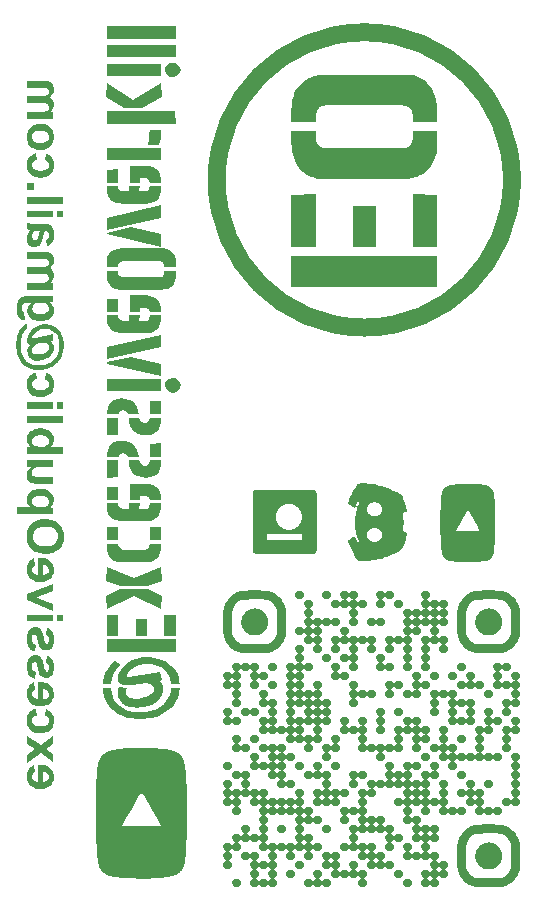
<source format=gbr>
%TF.GenerationSoftware,KiCad,Pcbnew,8.0.1*%
%TF.CreationDate,2024-05-16T01:37:04-04:00*%
%TF.ProjectId,opensauce2024,6f70656e-7361-4756-9365-323032342e6b,rev?*%
%TF.SameCoordinates,Original*%
%TF.FileFunction,Legend,Bot*%
%TF.FilePolarity,Positive*%
%FSLAX46Y46*%
G04 Gerber Fmt 4.6, Leading zero omitted, Abs format (unit mm)*
G04 Created by KiCad (PCBNEW 8.0.1) date 2024-05-16 01:37:04*
%MOMM*%
%LPD*%
G01*
G04 APERTURE LIST*
%ADD10C,0.000000*%
%ADD11C,1.500000*%
%ADD12C,0.600000*%
%ADD13C,0.800000*%
G04 APERTURE END LIST*
D10*
G36*
X154995436Y-120186416D02*
G01*
X155021235Y-120188572D01*
X155045926Y-120192611D01*
X155069259Y-120198576D01*
X155080338Y-120202293D01*
X155090984Y-120206508D01*
X155104192Y-120212646D01*
X155117025Y-120219152D01*
X155129480Y-120226021D01*
X155141554Y-120233248D01*
X155153245Y-120240828D01*
X155164549Y-120248757D01*
X155175464Y-120257030D01*
X155185986Y-120265643D01*
X155196112Y-120274590D01*
X155205841Y-120283868D01*
X155215168Y-120293471D01*
X155224092Y-120303395D01*
X155232608Y-120313636D01*
X155240715Y-120324188D01*
X155248409Y-120335047D01*
X155255687Y-120346208D01*
X155262546Y-120357667D01*
X155268984Y-120369419D01*
X155274998Y-120381460D01*
X155280585Y-120393784D01*
X155285741Y-120406387D01*
X155290464Y-120419264D01*
X155294751Y-120432412D01*
X155298599Y-120445824D01*
X155302005Y-120459497D01*
X155304967Y-120473426D01*
X155307481Y-120487605D01*
X155309544Y-120502032D01*
X155311154Y-120516700D01*
X155312307Y-120531605D01*
X155313002Y-120546743D01*
X155313234Y-120562109D01*
X155313034Y-120585996D01*
X155312378Y-120607799D01*
X155311183Y-120627742D01*
X155309364Y-120646048D01*
X155306839Y-120662940D01*
X155303523Y-120678641D01*
X155299332Y-120693375D01*
X155294184Y-120707365D01*
X155287993Y-120720834D01*
X155280678Y-120734005D01*
X155272153Y-120747102D01*
X155262335Y-120760348D01*
X155251140Y-120773966D01*
X155238485Y-120788179D01*
X155224285Y-120803211D01*
X155208458Y-120819285D01*
X155192384Y-120835112D01*
X155177347Y-120849311D01*
X155163119Y-120861966D01*
X155149473Y-120873160D01*
X155136180Y-120882978D01*
X155129595Y-120887397D01*
X155123013Y-120891503D01*
X155116405Y-120895307D01*
X155109743Y-120898819D01*
X155102998Y-120902050D01*
X155096143Y-120905009D01*
X155089148Y-120907709D01*
X155081985Y-120910158D01*
X155074625Y-120912368D01*
X155067041Y-120914348D01*
X155059203Y-120916110D01*
X155051083Y-120917664D01*
X155033883Y-120920190D01*
X155015214Y-120922008D01*
X154994847Y-120923204D01*
X154972554Y-120923859D01*
X154948109Y-120924059D01*
X154925235Y-120923863D01*
X154904124Y-120923228D01*
X154884603Y-120922092D01*
X154866501Y-120920388D01*
X154849646Y-120918052D01*
X154833865Y-120915018D01*
X154818986Y-120911221D01*
X154804837Y-120906597D01*
X154791246Y-120901079D01*
X154778042Y-120894604D01*
X154765051Y-120887105D01*
X154752102Y-120878518D01*
X154739023Y-120868777D01*
X154725642Y-120857818D01*
X154711786Y-120845575D01*
X154697284Y-120831984D01*
X154687284Y-120821800D01*
X154677558Y-120811532D01*
X154668158Y-120801246D01*
X154659134Y-120791006D01*
X154650538Y-120780878D01*
X154642422Y-120770927D01*
X154634836Y-120761217D01*
X154627831Y-120751815D01*
X154621458Y-120742784D01*
X154615769Y-120734191D01*
X154610815Y-120726100D01*
X154606647Y-120718577D01*
X154603317Y-120711686D01*
X154600874Y-120705492D01*
X154599371Y-120700062D01*
X154598988Y-120697653D01*
X154598859Y-120695459D01*
X154598813Y-120693385D01*
X154598676Y-120691333D01*
X154598453Y-120689305D01*
X154598146Y-120687304D01*
X154597757Y-120685334D01*
X154597289Y-120683397D01*
X154596130Y-120679633D01*
X154594692Y-120676037D01*
X154592999Y-120672632D01*
X154591072Y-120669441D01*
X154588937Y-120666487D01*
X154586615Y-120663794D01*
X154584131Y-120661384D01*
X154581507Y-120659281D01*
X154580150Y-120658352D01*
X154578767Y-120657508D01*
X154577361Y-120656753D01*
X154575934Y-120656089D01*
X154574490Y-120655519D01*
X154573031Y-120655046D01*
X154571561Y-120654674D01*
X154570082Y-120654404D01*
X154568597Y-120654240D01*
X154567109Y-120654184D01*
X154565342Y-120654240D01*
X154563613Y-120654404D01*
X154561924Y-120654674D01*
X154560275Y-120655046D01*
X154558668Y-120655519D01*
X154557105Y-120656089D01*
X154555585Y-120656753D01*
X154554111Y-120657508D01*
X154552683Y-120658352D01*
X154551304Y-120659281D01*
X154549972Y-120660292D01*
X154548691Y-120661384D01*
X154547461Y-120662552D01*
X154546284Y-120663794D01*
X154545160Y-120665106D01*
X154544090Y-120666487D01*
X154543076Y-120667933D01*
X154542120Y-120669441D01*
X154541221Y-120671008D01*
X154540382Y-120672632D01*
X154539603Y-120674310D01*
X154538886Y-120676037D01*
X154538231Y-120677813D01*
X154537641Y-120679633D01*
X154537116Y-120681495D01*
X154536657Y-120683397D01*
X154536265Y-120685334D01*
X154535942Y-120687304D01*
X154535689Y-120689305D01*
X154535506Y-120691333D01*
X154535396Y-120693385D01*
X154535359Y-120695459D01*
X154534884Y-120700538D01*
X154533492Y-120706219D01*
X154531236Y-120712451D01*
X154528166Y-120719184D01*
X154519788Y-120733954D01*
X154508768Y-120750128D01*
X154495516Y-120767307D01*
X154480441Y-120785090D01*
X154463952Y-120803078D01*
X154446459Y-120820871D01*
X154428370Y-120838069D01*
X154410095Y-120854271D01*
X154392043Y-120869078D01*
X154374624Y-120882090D01*
X154358247Y-120892906D01*
X154343321Y-120901127D01*
X154336530Y-120904140D01*
X154330255Y-120906353D01*
X154324547Y-120907718D01*
X154319458Y-120908184D01*
X154315368Y-120908331D01*
X154311440Y-120908767D01*
X154307690Y-120909482D01*
X154305885Y-120909941D01*
X154304129Y-120910466D01*
X154302425Y-120911057D01*
X154300774Y-120911711D01*
X154299177Y-120912428D01*
X154297637Y-120913207D01*
X154296155Y-120914046D01*
X154294732Y-120914945D01*
X154293372Y-120915901D01*
X154292074Y-120916915D01*
X154290842Y-120917984D01*
X154289677Y-120919109D01*
X154288580Y-120920286D01*
X154287554Y-120921516D01*
X154286599Y-120922797D01*
X154285719Y-120924128D01*
X154284914Y-120925508D01*
X154284186Y-120926936D01*
X154283538Y-120928410D01*
X154282970Y-120929930D01*
X154282485Y-120931493D01*
X154282084Y-120933100D01*
X154281769Y-120934749D01*
X154281542Y-120936438D01*
X154281405Y-120938167D01*
X154281359Y-120939934D01*
X154281414Y-120941422D01*
X154281578Y-120942907D01*
X154281848Y-120944386D01*
X154282221Y-120945856D01*
X154282693Y-120947315D01*
X154283263Y-120948759D01*
X154283927Y-120950186D01*
X154284682Y-120951592D01*
X154285526Y-120952976D01*
X154286455Y-120954333D01*
X154287467Y-120955661D01*
X154288558Y-120956957D01*
X154289726Y-120958218D01*
X154290968Y-120959441D01*
X154292281Y-120960623D01*
X154293662Y-120961762D01*
X154295108Y-120962855D01*
X154296616Y-120963898D01*
X154298183Y-120964889D01*
X154299807Y-120965824D01*
X154301484Y-120966702D01*
X154303212Y-120967518D01*
X154304988Y-120968270D01*
X154306808Y-120968956D01*
X154308670Y-120969572D01*
X154310572Y-120970115D01*
X154312509Y-120970582D01*
X154314479Y-120970971D01*
X154316480Y-120971279D01*
X154318507Y-120971502D01*
X154320560Y-120971638D01*
X154322634Y-120971685D01*
X154324827Y-120971814D01*
X154327236Y-120972197D01*
X154329852Y-120972828D01*
X154332667Y-120973700D01*
X154338861Y-120976142D01*
X154345752Y-120979473D01*
X154353275Y-120983641D01*
X154361366Y-120988595D01*
X154369959Y-120994283D01*
X154378990Y-121000656D01*
X154388392Y-121007661D01*
X154398102Y-121015247D01*
X154408053Y-121023363D01*
X154418181Y-121031959D01*
X154428421Y-121040982D01*
X154438708Y-121050382D01*
X154448975Y-121060108D01*
X154459159Y-121070108D01*
X154472751Y-121084611D01*
X154484993Y-121098466D01*
X154495952Y-121111848D01*
X154505693Y-121124927D01*
X154514280Y-121137876D01*
X154521778Y-121150867D01*
X154525140Y-121157432D01*
X154528254Y-121164071D01*
X154531128Y-121170808D01*
X154533771Y-121177662D01*
X154536191Y-121184656D01*
X154538396Y-121191811D01*
X154542192Y-121206690D01*
X154545226Y-121222471D01*
X154547563Y-121239327D01*
X154549266Y-121257429D01*
X154550403Y-121276949D01*
X154551037Y-121298061D01*
X154551234Y-121320934D01*
X154551034Y-121345380D01*
X154550378Y-121367672D01*
X154549183Y-121388039D01*
X154547364Y-121406709D01*
X154544839Y-121423908D01*
X154541523Y-121439866D01*
X154537332Y-121454810D01*
X154532184Y-121468968D01*
X154525993Y-121482568D01*
X154518678Y-121495837D01*
X154510152Y-121509005D01*
X154500334Y-121522298D01*
X154489140Y-121535944D01*
X154476485Y-121550172D01*
X154462285Y-121565209D01*
X154446458Y-121581284D01*
X154430384Y-121597111D01*
X154415347Y-121611310D01*
X154401119Y-121623965D01*
X154387473Y-121635160D01*
X154374180Y-121644978D01*
X154367595Y-121649397D01*
X154361012Y-121653503D01*
X154354405Y-121657307D01*
X154347743Y-121660819D01*
X154340998Y-121664050D01*
X154334143Y-121667009D01*
X154327148Y-121669709D01*
X154319985Y-121672158D01*
X154312625Y-121674368D01*
X154305041Y-121676348D01*
X154297203Y-121678110D01*
X154289083Y-121679664D01*
X154271883Y-121682190D01*
X154253214Y-121684008D01*
X154232847Y-121685204D01*
X154210555Y-121685860D01*
X154186109Y-121686060D01*
X154161663Y-121685860D01*
X154139371Y-121685204D01*
X154119004Y-121684008D01*
X154100334Y-121682190D01*
X154083135Y-121679664D01*
X154067177Y-121676348D01*
X154052233Y-121672158D01*
X154038074Y-121667009D01*
X154024475Y-121660819D01*
X154011205Y-121653503D01*
X153998037Y-121644978D01*
X153984744Y-121635160D01*
X153971098Y-121623965D01*
X153956870Y-121611310D01*
X153941833Y-121597111D01*
X153925759Y-121581284D01*
X153909932Y-121565209D01*
X153895733Y-121550172D01*
X153883078Y-121535944D01*
X153871883Y-121522298D01*
X153862065Y-121509005D01*
X153857646Y-121502420D01*
X153853540Y-121495837D01*
X153849736Y-121489230D01*
X153846224Y-121482568D01*
X153842994Y-121475823D01*
X153840034Y-121468968D01*
X153837335Y-121461973D01*
X153834886Y-121454810D01*
X153832676Y-121447450D01*
X153830695Y-121439866D01*
X153828933Y-121432028D01*
X153827379Y-121423908D01*
X153824854Y-121406709D01*
X153823035Y-121388039D01*
X153821840Y-121367672D01*
X153821184Y-121345380D01*
X153820984Y-121320934D01*
X153821181Y-121298061D01*
X153821815Y-121276949D01*
X153822951Y-121257429D01*
X153824655Y-121239327D01*
X153826991Y-121222471D01*
X153830025Y-121206690D01*
X153833822Y-121191811D01*
X153838447Y-121177662D01*
X153843964Y-121164071D01*
X153850440Y-121150867D01*
X153857938Y-121137876D01*
X153866525Y-121124927D01*
X153876266Y-121111848D01*
X153887225Y-121098466D01*
X153899467Y-121084611D01*
X153913058Y-121070108D01*
X153923242Y-121060108D01*
X153933510Y-121050382D01*
X153943796Y-121040982D01*
X153954036Y-121031959D01*
X153964164Y-121023363D01*
X153974116Y-121015247D01*
X153983825Y-121007661D01*
X153993228Y-121000656D01*
X154002258Y-120994283D01*
X154010851Y-120988595D01*
X154018942Y-120983641D01*
X154026466Y-120979473D01*
X154033357Y-120976142D01*
X154039550Y-120973700D01*
X154044981Y-120972197D01*
X154047390Y-120971814D01*
X154049583Y-120971685D01*
X154051657Y-120971638D01*
X154053710Y-120971502D01*
X154055738Y-120971279D01*
X154057738Y-120970971D01*
X154059708Y-120970582D01*
X154061646Y-120970115D01*
X154065409Y-120968956D01*
X154069005Y-120967518D01*
X154072410Y-120965824D01*
X154075602Y-120963898D01*
X154078556Y-120961762D01*
X154081249Y-120959441D01*
X154083659Y-120956957D01*
X154085762Y-120954333D01*
X154086692Y-120952976D01*
X154087535Y-120951592D01*
X154088290Y-120950186D01*
X154088955Y-120948759D01*
X154089524Y-120947315D01*
X154089997Y-120945856D01*
X154090370Y-120944386D01*
X154090640Y-120942907D01*
X154090804Y-120941422D01*
X154090859Y-120939934D01*
X154090804Y-120938167D01*
X154090640Y-120936438D01*
X154090370Y-120934749D01*
X154089997Y-120933100D01*
X154089524Y-120931493D01*
X154088955Y-120929930D01*
X154088290Y-120928410D01*
X154087535Y-120926936D01*
X154086692Y-120925508D01*
X154085762Y-120924128D01*
X154084751Y-120922797D01*
X154083659Y-120921516D01*
X154082491Y-120920286D01*
X154081249Y-120919109D01*
X154079937Y-120917984D01*
X154078556Y-120916915D01*
X154077110Y-120915901D01*
X154075602Y-120914945D01*
X154074034Y-120914046D01*
X154072410Y-120913207D01*
X154070733Y-120912428D01*
X154069005Y-120911711D01*
X154067229Y-120911057D01*
X154065409Y-120910466D01*
X154063547Y-120909941D01*
X154061646Y-120909482D01*
X154059708Y-120909090D01*
X154057738Y-120908767D01*
X154055738Y-120908514D01*
X154053710Y-120908331D01*
X154051657Y-120908221D01*
X154049583Y-120908184D01*
X154047390Y-120908055D01*
X154044981Y-120907672D01*
X154042365Y-120907041D01*
X154039550Y-120906169D01*
X154033357Y-120903726D01*
X154026466Y-120900395D01*
X154018942Y-120896227D01*
X154010851Y-120891273D01*
X154002258Y-120885585D01*
X153993228Y-120879212D01*
X153983825Y-120872207D01*
X153974116Y-120864620D01*
X153964164Y-120856504D01*
X153954036Y-120847908D01*
X153943796Y-120838885D01*
X153933510Y-120829484D01*
X153923242Y-120819759D01*
X153913058Y-120809758D01*
X153899467Y-120795256D01*
X153887225Y-120781400D01*
X153876266Y-120768019D01*
X153866525Y-120754940D01*
X153857938Y-120741991D01*
X153850440Y-120729001D01*
X153847078Y-120722436D01*
X153843964Y-120715796D01*
X153841090Y-120709060D01*
X153838447Y-120702206D01*
X153836027Y-120695212D01*
X153833822Y-120688057D01*
X153830025Y-120673178D01*
X153826991Y-120657397D01*
X153824655Y-120640541D01*
X153822951Y-120622440D01*
X153821815Y-120602919D01*
X153821181Y-120581808D01*
X153820984Y-120558934D01*
X153821184Y-120534489D01*
X153821840Y-120512196D01*
X153823035Y-120491829D01*
X153824854Y-120473160D01*
X153827379Y-120455960D01*
X153830695Y-120440002D01*
X153834886Y-120425058D01*
X153840034Y-120410900D01*
X153846224Y-120397300D01*
X153853540Y-120384030D01*
X153862065Y-120370863D01*
X153871883Y-120357569D01*
X153883078Y-120343923D01*
X153895733Y-120329695D01*
X153909932Y-120314658D01*
X153925759Y-120298584D01*
X153941833Y-120282757D01*
X153956870Y-120268558D01*
X153971098Y-120255903D01*
X153984744Y-120244708D01*
X153998037Y-120234890D01*
X154004623Y-120230472D01*
X154011205Y-120226365D01*
X154017813Y-120222562D01*
X154024475Y-120219050D01*
X154031219Y-120215819D01*
X154038074Y-120212859D01*
X154045069Y-120210160D01*
X154052233Y-120207711D01*
X154059592Y-120205501D01*
X154067177Y-120203520D01*
X154075015Y-120201758D01*
X154083135Y-120200204D01*
X154100334Y-120197679D01*
X154119004Y-120195860D01*
X154139371Y-120194665D01*
X154161663Y-120194009D01*
X154186109Y-120193809D01*
X154208983Y-120194006D01*
X154230094Y-120194640D01*
X154249614Y-120195777D01*
X154267716Y-120197480D01*
X154284572Y-120199817D01*
X154300353Y-120202851D01*
X154315232Y-120206647D01*
X154329381Y-120211272D01*
X154342971Y-120216789D01*
X154356176Y-120223265D01*
X154369167Y-120230763D01*
X154382115Y-120239350D01*
X154395194Y-120249090D01*
X154408576Y-120260049D01*
X154422432Y-120272292D01*
X154436934Y-120285883D01*
X154446934Y-120296067D01*
X154456660Y-120306335D01*
X154466060Y-120316621D01*
X154475084Y-120326861D01*
X154483679Y-120336989D01*
X154491796Y-120346941D01*
X154499382Y-120356650D01*
X154506387Y-120366053D01*
X154512760Y-120375083D01*
X154518448Y-120383677D01*
X154523402Y-120391768D01*
X154527570Y-120399292D01*
X154530901Y-120406183D01*
X154533344Y-120412376D01*
X154534847Y-120417807D01*
X154535230Y-120420216D01*
X154535359Y-120422410D01*
X154535506Y-120426536D01*
X154535942Y-120430564D01*
X154536657Y-120434471D01*
X154537641Y-120438235D01*
X154538886Y-120441830D01*
X154540382Y-120445236D01*
X154542120Y-120448427D01*
X154544090Y-120451381D01*
X154545160Y-120452762D01*
X154546284Y-120454075D01*
X154547461Y-120455316D01*
X154548691Y-120456484D01*
X154549972Y-120457576D01*
X154551304Y-120458587D01*
X154552683Y-120459517D01*
X154554111Y-120460360D01*
X154555585Y-120461116D01*
X154557105Y-120461780D01*
X154558668Y-120462349D01*
X154560275Y-120462822D01*
X154561924Y-120463195D01*
X154563613Y-120463465D01*
X154565342Y-120463629D01*
X154567109Y-120463684D01*
X154568597Y-120463629D01*
X154570082Y-120463465D01*
X154571561Y-120463195D01*
X154573031Y-120462822D01*
X154574490Y-120462349D01*
X154575934Y-120461780D01*
X154577361Y-120461116D01*
X154578767Y-120460360D01*
X154580150Y-120459517D01*
X154581507Y-120458587D01*
X154582835Y-120457576D01*
X154584131Y-120456484D01*
X154585392Y-120455316D01*
X154586615Y-120454075D01*
X154587798Y-120452762D01*
X154588937Y-120451381D01*
X154590029Y-120449935D01*
X154591072Y-120448427D01*
X154592063Y-120446859D01*
X154592999Y-120445236D01*
X154593876Y-120443558D01*
X154594692Y-120441830D01*
X154595445Y-120440055D01*
X154596130Y-120438235D01*
X154596746Y-120436372D01*
X154597289Y-120434471D01*
X154597757Y-120432534D01*
X154598146Y-120430564D01*
X154598453Y-120428564D01*
X154598676Y-120426536D01*
X154598813Y-120424484D01*
X154598859Y-120422410D01*
X154598979Y-120420216D01*
X154599335Y-120417809D01*
X154599921Y-120415196D01*
X154600731Y-120412389D01*
X154603003Y-120406225D01*
X154606102Y-120399391D01*
X154609982Y-120391962D01*
X154614597Y-120384012D01*
X154619901Y-120375615D01*
X154625846Y-120366847D01*
X154632387Y-120357781D01*
X154639476Y-120348491D01*
X154647068Y-120339053D01*
X154655116Y-120329540D01*
X154663573Y-120320027D01*
X154672392Y-120310589D01*
X154681528Y-120301300D01*
X154690934Y-120292234D01*
X154700426Y-120283472D01*
X154710426Y-120275051D01*
X154731824Y-120259250D01*
X154754879Y-120244871D01*
X154779338Y-120231958D01*
X154804950Y-120220552D01*
X154831465Y-120210694D01*
X154858631Y-120202427D01*
X154886196Y-120195793D01*
X154913911Y-120190832D01*
X154941523Y-120187588D01*
X154968782Y-120186102D01*
X154995436Y-120186416D01*
G37*
G36*
X156516162Y-119423226D02*
G01*
X156542542Y-119425456D01*
X156567954Y-119429719D01*
X156580228Y-119432625D01*
X156592176Y-119436055D01*
X156603770Y-119440014D01*
X156614984Y-119444508D01*
X156636524Y-119454943D01*
X156657083Y-119466561D01*
X156676645Y-119479298D01*
X156695196Y-119493089D01*
X156712721Y-119507870D01*
X156729207Y-119523578D01*
X156744638Y-119540149D01*
X156759000Y-119557519D01*
X156772278Y-119575624D01*
X156784458Y-119594399D01*
X156795525Y-119613782D01*
X156805465Y-119633707D01*
X156814263Y-119654111D01*
X156821905Y-119674931D01*
X156828376Y-119696101D01*
X156833662Y-119717559D01*
X156837747Y-119739240D01*
X156840619Y-119761081D01*
X156842261Y-119783016D01*
X156842660Y-119804983D01*
X156841800Y-119826918D01*
X156839668Y-119848756D01*
X156836249Y-119870433D01*
X156831529Y-119891886D01*
X156825492Y-119913051D01*
X156818124Y-119933864D01*
X156809411Y-119954260D01*
X156799338Y-119974176D01*
X156787891Y-119993547D01*
X156775055Y-120012311D01*
X156760816Y-120030403D01*
X156745159Y-120047758D01*
X156734975Y-120057759D01*
X156724707Y-120067484D01*
X156714421Y-120076885D01*
X156704181Y-120085908D01*
X156694053Y-120094504D01*
X156684102Y-120102620D01*
X156674393Y-120110207D01*
X156664990Y-120117212D01*
X156655960Y-120123584D01*
X156647366Y-120129273D01*
X156639275Y-120134227D01*
X156631752Y-120138395D01*
X156624861Y-120141726D01*
X156618667Y-120144169D01*
X156613237Y-120145672D01*
X156610828Y-120146055D01*
X156608634Y-120146184D01*
X156604508Y-120146331D01*
X156600479Y-120146767D01*
X156596572Y-120147482D01*
X156592808Y-120148466D01*
X156589213Y-120149711D01*
X156585807Y-120151207D01*
X156582616Y-120152945D01*
X156579662Y-120154915D01*
X156578281Y-120155985D01*
X156576968Y-120157109D01*
X156575726Y-120158286D01*
X156574558Y-120159516D01*
X156573467Y-120160797D01*
X156572455Y-120162129D01*
X156571526Y-120163509D01*
X156570683Y-120164936D01*
X156569927Y-120166410D01*
X156569263Y-120167930D01*
X156568693Y-120169494D01*
X156568221Y-120171100D01*
X156567848Y-120172749D01*
X156567578Y-120174438D01*
X156567414Y-120176167D01*
X156567359Y-120177935D01*
X156567405Y-120179422D01*
X156567542Y-120180907D01*
X156567769Y-120182386D01*
X156568084Y-120183857D01*
X156568485Y-120185315D01*
X156568970Y-120186760D01*
X156569538Y-120188186D01*
X156570186Y-120189593D01*
X156570914Y-120190976D01*
X156571719Y-120192333D01*
X156572599Y-120193661D01*
X156573554Y-120194957D01*
X156574580Y-120196218D01*
X156575677Y-120197441D01*
X156576842Y-120198624D01*
X156578074Y-120199763D01*
X156579372Y-120200855D01*
X156580732Y-120201898D01*
X156582155Y-120202889D01*
X156583637Y-120203824D01*
X156585177Y-120204702D01*
X156586774Y-120205518D01*
X156588425Y-120206270D01*
X156590129Y-120206956D01*
X156591885Y-120207572D01*
X156593689Y-120208115D01*
X156595542Y-120208582D01*
X156597440Y-120208971D01*
X156599383Y-120209279D01*
X156601368Y-120209502D01*
X156603393Y-120209638D01*
X156605458Y-120209684D01*
X156610547Y-120210151D01*
X156616254Y-120211515D01*
X156622529Y-120213729D01*
X156629320Y-120216741D01*
X156644246Y-120224963D01*
X156660624Y-120235779D01*
X156678043Y-120248790D01*
X156696094Y-120263597D01*
X156714369Y-120279799D01*
X156732458Y-120296997D01*
X156749952Y-120314789D01*
X156766441Y-120332777D01*
X156781516Y-120350561D01*
X156794768Y-120367740D01*
X156805787Y-120383914D01*
X156814165Y-120398684D01*
X156817235Y-120405417D01*
X156819492Y-120411649D01*
X156820883Y-120417330D01*
X156821358Y-120422410D01*
X156821506Y-120426536D01*
X156821941Y-120430564D01*
X156822656Y-120434471D01*
X156823641Y-120438235D01*
X156824885Y-120441830D01*
X156826382Y-120445236D01*
X156828119Y-120448427D01*
X156830090Y-120451381D01*
X156831159Y-120452762D01*
X156832284Y-120454075D01*
X156833461Y-120455316D01*
X156834691Y-120456484D01*
X156835972Y-120457576D01*
X156837303Y-120458587D01*
X156838683Y-120459517D01*
X156840111Y-120460360D01*
X156841585Y-120461116D01*
X156843105Y-120461780D01*
X156844668Y-120462349D01*
X156846275Y-120462822D01*
X156847924Y-120463195D01*
X156849613Y-120463465D01*
X156851342Y-120463629D01*
X156853109Y-120463684D01*
X156854597Y-120463629D01*
X156856082Y-120463465D01*
X156857561Y-120463195D01*
X156859031Y-120462822D01*
X156860490Y-120462349D01*
X156861934Y-120461780D01*
X156863361Y-120461116D01*
X156864767Y-120460360D01*
X156866150Y-120459517D01*
X156867507Y-120458587D01*
X156868835Y-120457576D01*
X156870131Y-120456484D01*
X156871392Y-120455316D01*
X156872615Y-120454075D01*
X156873798Y-120452762D01*
X156874937Y-120451381D01*
X156876029Y-120449935D01*
X156877072Y-120448427D01*
X156878063Y-120446859D01*
X156878999Y-120445236D01*
X156879876Y-120443558D01*
X156880692Y-120441830D01*
X156881445Y-120440055D01*
X156882130Y-120438235D01*
X156882746Y-120436372D01*
X156883289Y-120434471D01*
X156883757Y-120432534D01*
X156884146Y-120430564D01*
X156884453Y-120428564D01*
X156884677Y-120426536D01*
X156884813Y-120424484D01*
X156884859Y-120422410D01*
X156884988Y-120420216D01*
X156885371Y-120417807D01*
X156886002Y-120415191D01*
X156886874Y-120412376D01*
X156889317Y-120406183D01*
X156892647Y-120399292D01*
X156896815Y-120391768D01*
X156901769Y-120383677D01*
X156907458Y-120375083D01*
X156913831Y-120366053D01*
X156920836Y-120356650D01*
X156928422Y-120346941D01*
X156936539Y-120336989D01*
X156945134Y-120326861D01*
X156954158Y-120316621D01*
X156963558Y-120306335D01*
X156973284Y-120296067D01*
X156983284Y-120285883D01*
X156997786Y-120272292D01*
X157011642Y-120260049D01*
X157025023Y-120249090D01*
X157038102Y-120239350D01*
X157051051Y-120230763D01*
X157064042Y-120223265D01*
X157070606Y-120219903D01*
X157077246Y-120216789D01*
X157083983Y-120213915D01*
X157090837Y-120211272D01*
X157097831Y-120208852D01*
X157104986Y-120206647D01*
X157119865Y-120202851D01*
X157135646Y-120199817D01*
X157152501Y-120197480D01*
X157170603Y-120195777D01*
X157190124Y-120194640D01*
X157211235Y-120194006D01*
X157234109Y-120193809D01*
X157258554Y-120194009D01*
X157280847Y-120194665D01*
X157301214Y-120195860D01*
X157319883Y-120197679D01*
X157337083Y-120200204D01*
X157353041Y-120203520D01*
X157367985Y-120207711D01*
X157382143Y-120212859D01*
X157395743Y-120219050D01*
X157409013Y-120226365D01*
X157422180Y-120234890D01*
X157435473Y-120244708D01*
X157449119Y-120255903D01*
X157463347Y-120268558D01*
X157478384Y-120282757D01*
X157494459Y-120298584D01*
X157510285Y-120314658D01*
X157524485Y-120329695D01*
X157537140Y-120343923D01*
X157548334Y-120357569D01*
X157558152Y-120370863D01*
X157562571Y-120377448D01*
X157566677Y-120384030D01*
X157570481Y-120390638D01*
X157573993Y-120397300D01*
X157577224Y-120404044D01*
X157580184Y-120410900D01*
X157582883Y-120417895D01*
X157585332Y-120425058D01*
X157587542Y-120432418D01*
X157589523Y-120440002D01*
X157591285Y-120447840D01*
X157592839Y-120455960D01*
X157595364Y-120473160D01*
X157597183Y-120491829D01*
X157598378Y-120512196D01*
X157599034Y-120534489D01*
X157599234Y-120558934D01*
X157599034Y-120583380D01*
X157598378Y-120605672D01*
X157597183Y-120626039D01*
X157595364Y-120644708D01*
X157592839Y-120661908D01*
X157589523Y-120677866D01*
X157585332Y-120692810D01*
X157580184Y-120706968D01*
X157573993Y-120720568D01*
X157566677Y-120733838D01*
X157558152Y-120747005D01*
X157548334Y-120760298D01*
X157537140Y-120773945D01*
X157524485Y-120788173D01*
X157510285Y-120803210D01*
X157494459Y-120819285D01*
X157478384Y-120835112D01*
X157463347Y-120849311D01*
X157449119Y-120861966D01*
X157435473Y-120873160D01*
X157422180Y-120882978D01*
X157415595Y-120887397D01*
X157409013Y-120891503D01*
X157402405Y-120895307D01*
X157395743Y-120898819D01*
X157388998Y-120902050D01*
X157382143Y-120905009D01*
X157375148Y-120907709D01*
X157367985Y-120910158D01*
X157360625Y-120912368D01*
X157353041Y-120914348D01*
X157345203Y-120916110D01*
X157337083Y-120917664D01*
X157319883Y-120920190D01*
X157301214Y-120922008D01*
X157280847Y-120923204D01*
X157258554Y-120923859D01*
X157234109Y-120924059D01*
X157211235Y-120923863D01*
X157190124Y-120923228D01*
X157170603Y-120922092D01*
X157152501Y-120920388D01*
X157135646Y-120918052D01*
X157119865Y-120915018D01*
X157104986Y-120911221D01*
X157090837Y-120906597D01*
X157077246Y-120901079D01*
X157064042Y-120894604D01*
X157051051Y-120887105D01*
X157038102Y-120878518D01*
X157025023Y-120868777D01*
X157011642Y-120857818D01*
X156997786Y-120845575D01*
X156983284Y-120831984D01*
X156973284Y-120821800D01*
X156963558Y-120811532D01*
X156954158Y-120801246D01*
X156945134Y-120791006D01*
X156936539Y-120780878D01*
X156928422Y-120770927D01*
X156920836Y-120761217D01*
X156913831Y-120751815D01*
X156907458Y-120742784D01*
X156901769Y-120734191D01*
X156896815Y-120726100D01*
X156892647Y-120718577D01*
X156889317Y-120711686D01*
X156886874Y-120705492D01*
X156885371Y-120700062D01*
X156884988Y-120697653D01*
X156884859Y-120695459D01*
X156884813Y-120693385D01*
X156884677Y-120691333D01*
X156884453Y-120689305D01*
X156884146Y-120687304D01*
X156883757Y-120685334D01*
X156883289Y-120683397D01*
X156882130Y-120679633D01*
X156880692Y-120676037D01*
X156878999Y-120672632D01*
X156877072Y-120669441D01*
X156874937Y-120666487D01*
X156872615Y-120663794D01*
X156870131Y-120661384D01*
X156867507Y-120659281D01*
X156866150Y-120658352D01*
X156864767Y-120657508D01*
X156863361Y-120656753D01*
X156861934Y-120656089D01*
X156860490Y-120655519D01*
X156859031Y-120655046D01*
X156857561Y-120654674D01*
X156856082Y-120654404D01*
X156854597Y-120654240D01*
X156853109Y-120654184D01*
X156851342Y-120654231D01*
X156849613Y-120654368D01*
X156847924Y-120654595D01*
X156846275Y-120654910D01*
X156844668Y-120655311D01*
X156843105Y-120655796D01*
X156841585Y-120656364D01*
X156840111Y-120657012D01*
X156838683Y-120657740D01*
X156837303Y-120658545D01*
X156835972Y-120659425D01*
X156834691Y-120660379D01*
X156833461Y-120661406D01*
X156832284Y-120662502D01*
X156831159Y-120663668D01*
X156830090Y-120664900D01*
X156829076Y-120666197D01*
X156828119Y-120667558D01*
X156827221Y-120668980D01*
X156826382Y-120670462D01*
X156825603Y-120672003D01*
X156824885Y-120673600D01*
X156824231Y-120675251D01*
X156823641Y-120676955D01*
X156823115Y-120678711D01*
X156822656Y-120680516D01*
X156822264Y-120682368D01*
X156821941Y-120684267D01*
X156821688Y-120686209D01*
X156821506Y-120688194D01*
X156821396Y-120690220D01*
X156821358Y-120692285D01*
X156820892Y-120697374D01*
X156819528Y-120703081D01*
X156817314Y-120709356D01*
X156814302Y-120716147D01*
X156806080Y-120731073D01*
X156795264Y-120747450D01*
X156782252Y-120764869D01*
X156767446Y-120782921D01*
X156751243Y-120801195D01*
X156734046Y-120819284D01*
X156716253Y-120836778D01*
X156698265Y-120853267D01*
X156680482Y-120868342D01*
X156663303Y-120881594D01*
X156647129Y-120892613D01*
X156632359Y-120900991D01*
X156625626Y-120904061D01*
X156619394Y-120906318D01*
X156613713Y-120907709D01*
X156608634Y-120908184D01*
X156604508Y-120908331D01*
X156600479Y-120908767D01*
X156596572Y-120909482D01*
X156592808Y-120910466D01*
X156589213Y-120911711D01*
X156585807Y-120913207D01*
X156582616Y-120914945D01*
X156579662Y-120916915D01*
X156578281Y-120917984D01*
X156576968Y-120919109D01*
X156575726Y-120920286D01*
X156574558Y-120921516D01*
X156573467Y-120922797D01*
X156572455Y-120924128D01*
X156571526Y-120925508D01*
X156570683Y-120926936D01*
X156569927Y-120928410D01*
X156569263Y-120929930D01*
X156568693Y-120931493D01*
X156568221Y-120933100D01*
X156567848Y-120934749D01*
X156567578Y-120936438D01*
X156567414Y-120938167D01*
X156567359Y-120939934D01*
X156567414Y-120941422D01*
X156567578Y-120942907D01*
X156567848Y-120944386D01*
X156568221Y-120945856D01*
X156568693Y-120947315D01*
X156569263Y-120948759D01*
X156569927Y-120950186D01*
X156570683Y-120951592D01*
X156571526Y-120952976D01*
X156572455Y-120954333D01*
X156573467Y-120955661D01*
X156574558Y-120956957D01*
X156575726Y-120958218D01*
X156576968Y-120959441D01*
X156578281Y-120960623D01*
X156579662Y-120961762D01*
X156581108Y-120962855D01*
X156582616Y-120963898D01*
X156584183Y-120964889D01*
X156585807Y-120965824D01*
X156587485Y-120966702D01*
X156589213Y-120967518D01*
X156590988Y-120968270D01*
X156592808Y-120968956D01*
X156594671Y-120969572D01*
X156596572Y-120970115D01*
X156598509Y-120970582D01*
X156600479Y-120970971D01*
X156602480Y-120971279D01*
X156604508Y-120971502D01*
X156606560Y-120971638D01*
X156608634Y-120971685D01*
X156610828Y-120971814D01*
X156613237Y-120972197D01*
X156615852Y-120972828D01*
X156618667Y-120973700D01*
X156624861Y-120976142D01*
X156631752Y-120979473D01*
X156639275Y-120983641D01*
X156647366Y-120988595D01*
X156655960Y-120994283D01*
X156664990Y-121000656D01*
X156674393Y-121007661D01*
X156684102Y-121015247D01*
X156694053Y-121023363D01*
X156704181Y-121031959D01*
X156714421Y-121040982D01*
X156724707Y-121050382D01*
X156734975Y-121060108D01*
X156745159Y-121070108D01*
X156758750Y-121084611D01*
X156770993Y-121098466D01*
X156781952Y-121111848D01*
X156791692Y-121124927D01*
X156800279Y-121137876D01*
X156807778Y-121150867D01*
X156811140Y-121157432D01*
X156814254Y-121164071D01*
X156817128Y-121170808D01*
X156819771Y-121177662D01*
X156822191Y-121184656D01*
X156824396Y-121191811D01*
X156828192Y-121206690D01*
X156831226Y-121222471D01*
X156833563Y-121239327D01*
X156835266Y-121257429D01*
X156836403Y-121276949D01*
X156837037Y-121298061D01*
X156837234Y-121320934D01*
X156837034Y-121345380D01*
X156836378Y-121367672D01*
X156835183Y-121388039D01*
X156833364Y-121406709D01*
X156830839Y-121423908D01*
X156827523Y-121439866D01*
X156823332Y-121454810D01*
X156818184Y-121468968D01*
X156811993Y-121482568D01*
X156804677Y-121495837D01*
X156796152Y-121509005D01*
X156786334Y-121522298D01*
X156775139Y-121535944D01*
X156762484Y-121550172D01*
X156748285Y-121565209D01*
X156732458Y-121581284D01*
X156716384Y-121597111D01*
X156701347Y-121611310D01*
X156687119Y-121623965D01*
X156673473Y-121635160D01*
X156660180Y-121644978D01*
X156653595Y-121649397D01*
X156647012Y-121653503D01*
X156640405Y-121657307D01*
X156633743Y-121660819D01*
X156626998Y-121664050D01*
X156620143Y-121667009D01*
X156613148Y-121669709D01*
X156605985Y-121672158D01*
X156598625Y-121674368D01*
X156591041Y-121676348D01*
X156583203Y-121678110D01*
X156575083Y-121679664D01*
X156557883Y-121682190D01*
X156539214Y-121684008D01*
X156518847Y-121685204D01*
X156496554Y-121685860D01*
X156472109Y-121686060D01*
X156449235Y-121685863D01*
X156428124Y-121685229D01*
X156408603Y-121684092D01*
X156390501Y-121682388D01*
X156373646Y-121680052D01*
X156357865Y-121677018D01*
X156342986Y-121673221D01*
X156328837Y-121668597D01*
X156315246Y-121663079D01*
X156302042Y-121656604D01*
X156289051Y-121649105D01*
X156276102Y-121640518D01*
X156263023Y-121630778D01*
X156249642Y-121619818D01*
X156235786Y-121607576D01*
X156221284Y-121593984D01*
X156211284Y-121583800D01*
X156201558Y-121573533D01*
X156192158Y-121563246D01*
X156183134Y-121553006D01*
X156174539Y-121542878D01*
X156166422Y-121532927D01*
X156158836Y-121523217D01*
X156151831Y-121513815D01*
X156145458Y-121504784D01*
X156139769Y-121496191D01*
X156134815Y-121488100D01*
X156130647Y-121480577D01*
X156127317Y-121473686D01*
X156124874Y-121467492D01*
X156123371Y-121462062D01*
X156122988Y-121459653D01*
X156122859Y-121457459D01*
X156122813Y-121455385D01*
X156122677Y-121453333D01*
X156122453Y-121451305D01*
X156122146Y-121449304D01*
X156121757Y-121447334D01*
X156121289Y-121445397D01*
X156120130Y-121441633D01*
X156118692Y-121438037D01*
X156116999Y-121434632D01*
X156115072Y-121431441D01*
X156112937Y-121428487D01*
X156110615Y-121425794D01*
X156108131Y-121423384D01*
X156105507Y-121421281D01*
X156104150Y-121420352D01*
X156102767Y-121419508D01*
X156101361Y-121418753D01*
X156099934Y-121418089D01*
X156098490Y-121417519D01*
X156097031Y-121417046D01*
X156095561Y-121416674D01*
X156094082Y-121416404D01*
X156092597Y-121416240D01*
X156091109Y-121416184D01*
X156089342Y-121416240D01*
X156087613Y-121416404D01*
X156085924Y-121416674D01*
X156084275Y-121417046D01*
X156082668Y-121417519D01*
X156081105Y-121418089D01*
X156079585Y-121418753D01*
X156078111Y-121419508D01*
X156076683Y-121420352D01*
X156075303Y-121421281D01*
X156073972Y-121422292D01*
X156072691Y-121423384D01*
X156071461Y-121424552D01*
X156070284Y-121425794D01*
X156069159Y-121427106D01*
X156068090Y-121428487D01*
X156067076Y-121429933D01*
X156066119Y-121431441D01*
X156065221Y-121433009D01*
X156064381Y-121434632D01*
X156063603Y-121436310D01*
X156062885Y-121438037D01*
X156062231Y-121439813D01*
X156061641Y-121441633D01*
X156061115Y-121443495D01*
X156060656Y-121445397D01*
X156060264Y-121447334D01*
X156059941Y-121449304D01*
X156059688Y-121451305D01*
X156059506Y-121453333D01*
X156059395Y-121455385D01*
X156059358Y-121457459D01*
X156059229Y-121459653D01*
X156058846Y-121462062D01*
X156058215Y-121464678D01*
X156057343Y-121467492D01*
X156054901Y-121473686D01*
X156051570Y-121480577D01*
X156047402Y-121488100D01*
X156042448Y-121496191D01*
X156036759Y-121504784D01*
X156030387Y-121513815D01*
X156023382Y-121523217D01*
X156015795Y-121532927D01*
X156007679Y-121542878D01*
X155999083Y-121553006D01*
X155990060Y-121563246D01*
X155980659Y-121573533D01*
X155970934Y-121583800D01*
X155960933Y-121593984D01*
X155946431Y-121607576D01*
X155932575Y-121619818D01*
X155919194Y-121630778D01*
X155906115Y-121640518D01*
X155893166Y-121649105D01*
X155880176Y-121656604D01*
X155873611Y-121659965D01*
X155866971Y-121663079D01*
X155860235Y-121665954D01*
X155853380Y-121668597D01*
X155846386Y-121671017D01*
X155839232Y-121673221D01*
X155824353Y-121677018D01*
X155808571Y-121680052D01*
X155791716Y-121682388D01*
X155773614Y-121684092D01*
X155754093Y-121685229D01*
X155732982Y-121685863D01*
X155710109Y-121686060D01*
X155685663Y-121685860D01*
X155663370Y-121685204D01*
X155643003Y-121684008D01*
X155624334Y-121682190D01*
X155607134Y-121679664D01*
X155591176Y-121676348D01*
X155576232Y-121672158D01*
X155562074Y-121667009D01*
X155548474Y-121660819D01*
X155535205Y-121653503D01*
X155522037Y-121644978D01*
X155508744Y-121635160D01*
X155495098Y-121623965D01*
X155480870Y-121611310D01*
X155465833Y-121597111D01*
X155449759Y-121581284D01*
X155433932Y-121565209D01*
X155419733Y-121550172D01*
X155407078Y-121535944D01*
X155395883Y-121522298D01*
X155386065Y-121509005D01*
X155381646Y-121502420D01*
X155377540Y-121495837D01*
X155373736Y-121489230D01*
X155370224Y-121482568D01*
X155366994Y-121475823D01*
X155364034Y-121468968D01*
X155361335Y-121461973D01*
X155358885Y-121454810D01*
X155356676Y-121447450D01*
X155354695Y-121439866D01*
X155352933Y-121432028D01*
X155351379Y-121423908D01*
X155348854Y-121406709D01*
X155347035Y-121388039D01*
X155345840Y-121367672D01*
X155345184Y-121345380D01*
X155344984Y-121320934D01*
X155345184Y-121296489D01*
X155345840Y-121274196D01*
X155347035Y-121253829D01*
X155348854Y-121235160D01*
X155351379Y-121217960D01*
X155354695Y-121202002D01*
X155358885Y-121187058D01*
X155364034Y-121172900D01*
X155370224Y-121159300D01*
X155377540Y-121146030D01*
X155386065Y-121132862D01*
X155395883Y-121119569D01*
X155407078Y-121105923D01*
X155419733Y-121091695D01*
X155433932Y-121076658D01*
X155449759Y-121060584D01*
X155465833Y-121044757D01*
X155480870Y-121030558D01*
X155495098Y-121017903D01*
X155508744Y-121006708D01*
X155522037Y-120996890D01*
X155528622Y-120992472D01*
X155535205Y-120988365D01*
X155541812Y-120984562D01*
X155548474Y-120981050D01*
X155555219Y-120977819D01*
X155562074Y-120974859D01*
X155569069Y-120972160D01*
X155576232Y-120969711D01*
X155583592Y-120967501D01*
X155591176Y-120965520D01*
X155599014Y-120963758D01*
X155607134Y-120962204D01*
X155624334Y-120959679D01*
X155643003Y-120957860D01*
X155663370Y-120956665D01*
X155685663Y-120956009D01*
X155710109Y-120955809D01*
X155732982Y-120956006D01*
X155754093Y-120956640D01*
X155773614Y-120957777D01*
X155791716Y-120959480D01*
X155808571Y-120961817D01*
X155824353Y-120964851D01*
X155839232Y-120968647D01*
X155853380Y-120973272D01*
X155866971Y-120978789D01*
X155880176Y-120985265D01*
X155893166Y-120992763D01*
X155906115Y-121001350D01*
X155919194Y-121011091D01*
X155932575Y-121022049D01*
X155946431Y-121034292D01*
X155960933Y-121047883D01*
X155970934Y-121058067D01*
X155980659Y-121068335D01*
X155990060Y-121078621D01*
X155999083Y-121088861D01*
X156007679Y-121098989D01*
X156015795Y-121108940D01*
X156023382Y-121118650D01*
X156030387Y-121128053D01*
X156036759Y-121137083D01*
X156042448Y-121145676D01*
X156047402Y-121153767D01*
X156051570Y-121161291D01*
X156054901Y-121168182D01*
X156057343Y-121174376D01*
X156058846Y-121179806D01*
X156059229Y-121182215D01*
X156059358Y-121184409D01*
X156059506Y-121188535D01*
X156059941Y-121192564D01*
X156060656Y-121196471D01*
X156061641Y-121200234D01*
X156062885Y-121203830D01*
X156064381Y-121207235D01*
X156066119Y-121210427D01*
X156068090Y-121213381D01*
X156069159Y-121214762D01*
X156070284Y-121216074D01*
X156071461Y-121217316D01*
X156072691Y-121218484D01*
X156073972Y-121219576D01*
X156075303Y-121220588D01*
X156076683Y-121221517D01*
X156078111Y-121222360D01*
X156079585Y-121223116D01*
X156081105Y-121223780D01*
X156082668Y-121224350D01*
X156084275Y-121224822D01*
X156085924Y-121225195D01*
X156087613Y-121225465D01*
X156089342Y-121225629D01*
X156091109Y-121225684D01*
X156092597Y-121225629D01*
X156094082Y-121225465D01*
X156095561Y-121225195D01*
X156097031Y-121224822D01*
X156098490Y-121224350D01*
X156099934Y-121223780D01*
X156101361Y-121223116D01*
X156102767Y-121222360D01*
X156104150Y-121221517D01*
X156105507Y-121220588D01*
X156106835Y-121219576D01*
X156108131Y-121218484D01*
X156109392Y-121217316D01*
X156110615Y-121216074D01*
X156111798Y-121214762D01*
X156112937Y-121213381D01*
X156114029Y-121211935D01*
X156115072Y-121210427D01*
X156116063Y-121208859D01*
X156116999Y-121207235D01*
X156117876Y-121205558D01*
X156118692Y-121203830D01*
X156119445Y-121202055D01*
X156120130Y-121200234D01*
X156120746Y-121198372D01*
X156121289Y-121196471D01*
X156121757Y-121194534D01*
X156122146Y-121192564D01*
X156122453Y-121190563D01*
X156122677Y-121188535D01*
X156122813Y-121186483D01*
X156122859Y-121184409D01*
X156123334Y-121179330D01*
X156124725Y-121173649D01*
X156126982Y-121167417D01*
X156130052Y-121160683D01*
X156138430Y-121145914D01*
X156149449Y-121129740D01*
X156162701Y-121112561D01*
X156177776Y-121094777D01*
X156194265Y-121076789D01*
X156211758Y-121058997D01*
X156229847Y-121041799D01*
X156248122Y-121025597D01*
X156266174Y-121010790D01*
X156283593Y-120997779D01*
X156299970Y-120986963D01*
X156314896Y-120978741D01*
X156321687Y-120975729D01*
X156327962Y-120973515D01*
X156333670Y-120972151D01*
X156338759Y-120971685D01*
X156340823Y-120971638D01*
X156342849Y-120971502D01*
X156344834Y-120971279D01*
X156346777Y-120970971D01*
X156348675Y-120970582D01*
X156350528Y-120970115D01*
X156352333Y-120969572D01*
X156354088Y-120968956D01*
X156355792Y-120968270D01*
X156357444Y-120967518D01*
X156359040Y-120966702D01*
X156360581Y-120965824D01*
X156362063Y-120964889D01*
X156363485Y-120963898D01*
X156364846Y-120962855D01*
X156366143Y-120961762D01*
X156367375Y-120960623D01*
X156368541Y-120959441D01*
X156369637Y-120958218D01*
X156370664Y-120956957D01*
X156371618Y-120955661D01*
X156372498Y-120954333D01*
X156373303Y-120952976D01*
X156374031Y-120951592D01*
X156374679Y-120950186D01*
X156375247Y-120948759D01*
X156375732Y-120947315D01*
X156376133Y-120945856D01*
X156376448Y-120944386D01*
X156376675Y-120942907D01*
X156376812Y-120941422D01*
X156376859Y-120939934D01*
X156376803Y-120938167D01*
X156376639Y-120936438D01*
X156376369Y-120934749D01*
X156375997Y-120933100D01*
X156375524Y-120931493D01*
X156374954Y-120929930D01*
X156374290Y-120928410D01*
X156373535Y-120926936D01*
X156372691Y-120925508D01*
X156371762Y-120924128D01*
X156370750Y-120922797D01*
X156369659Y-120921516D01*
X156368491Y-120920286D01*
X156367249Y-120919109D01*
X156365936Y-120917984D01*
X156364555Y-120916915D01*
X156363109Y-120915901D01*
X156361601Y-120914945D01*
X156360034Y-120914046D01*
X156358410Y-120913207D01*
X156356732Y-120912428D01*
X156355004Y-120911711D01*
X156353229Y-120911057D01*
X156351409Y-120910466D01*
X156349546Y-120909941D01*
X156347645Y-120909482D01*
X156345708Y-120909090D01*
X156343738Y-120908767D01*
X156341737Y-120908514D01*
X156339709Y-120908331D01*
X156337657Y-120908221D01*
X156335583Y-120908184D01*
X156333389Y-120908055D01*
X156330980Y-120907672D01*
X156328364Y-120907041D01*
X156325550Y-120906169D01*
X156319356Y-120903726D01*
X156312465Y-120900395D01*
X156304942Y-120896227D01*
X156296851Y-120891273D01*
X156288258Y-120885585D01*
X156279227Y-120879212D01*
X156269825Y-120872207D01*
X156260115Y-120864620D01*
X156250164Y-120856504D01*
X156240036Y-120847908D01*
X156229796Y-120838885D01*
X156219510Y-120829484D01*
X156209242Y-120819759D01*
X156199059Y-120809758D01*
X156185467Y-120795256D01*
X156173225Y-120781400D01*
X156162265Y-120768019D01*
X156152525Y-120754940D01*
X156143938Y-120741991D01*
X156136439Y-120729001D01*
X156133078Y-120722436D01*
X156129964Y-120715796D01*
X156127089Y-120709060D01*
X156124446Y-120702206D01*
X156122026Y-120695212D01*
X156119822Y-120688057D01*
X156116025Y-120673178D01*
X156112991Y-120657397D01*
X156110655Y-120640541D01*
X156108951Y-120622440D01*
X156107814Y-120602919D01*
X156107180Y-120581808D01*
X156106983Y-120558934D01*
X156107180Y-120536061D01*
X156107814Y-120514949D01*
X156108951Y-120495429D01*
X156110655Y-120477327D01*
X156112991Y-120460471D01*
X156116025Y-120444690D01*
X156119822Y-120429811D01*
X156124446Y-120415662D01*
X156129964Y-120402072D01*
X156136439Y-120388867D01*
X156143938Y-120375876D01*
X156152525Y-120362927D01*
X156162265Y-120349848D01*
X156173225Y-120336467D01*
X156185467Y-120322611D01*
X156199059Y-120308109D01*
X156209242Y-120298109D01*
X156219510Y-120288383D01*
X156229796Y-120278983D01*
X156240036Y-120269959D01*
X156250164Y-120261363D01*
X156260115Y-120253247D01*
X156269825Y-120245661D01*
X156279227Y-120238656D01*
X156288258Y-120232283D01*
X156296851Y-120226595D01*
X156304942Y-120221641D01*
X156312465Y-120217473D01*
X156319356Y-120214142D01*
X156325550Y-120211700D01*
X156330980Y-120210197D01*
X156333389Y-120209814D01*
X156335583Y-120209684D01*
X156337657Y-120209638D01*
X156339709Y-120209502D01*
X156341737Y-120209279D01*
X156343738Y-120208971D01*
X156345708Y-120208582D01*
X156347645Y-120208115D01*
X156351409Y-120206956D01*
X156355004Y-120205518D01*
X156358410Y-120203824D01*
X156361601Y-120201898D01*
X156364555Y-120199763D01*
X156367249Y-120197441D01*
X156369659Y-120194957D01*
X156371762Y-120192333D01*
X156372691Y-120190976D01*
X156373535Y-120189593D01*
X156374290Y-120188186D01*
X156374954Y-120186760D01*
X156375524Y-120185315D01*
X156375997Y-120183857D01*
X156376369Y-120182386D01*
X156376639Y-120180907D01*
X156376803Y-120179422D01*
X156376859Y-120177935D01*
X156376803Y-120176167D01*
X156376639Y-120174438D01*
X156376369Y-120172749D01*
X156375997Y-120171100D01*
X156375524Y-120169494D01*
X156374954Y-120167930D01*
X156374290Y-120166410D01*
X156373535Y-120164936D01*
X156372691Y-120163509D01*
X156371762Y-120162129D01*
X156370750Y-120160797D01*
X156369659Y-120159516D01*
X156368491Y-120158286D01*
X156367249Y-120157109D01*
X156365936Y-120155985D01*
X156364555Y-120154915D01*
X156363109Y-120153901D01*
X156361601Y-120152945D01*
X156360034Y-120152046D01*
X156358410Y-120151207D01*
X156356732Y-120150428D01*
X156355004Y-120149711D01*
X156353229Y-120149056D01*
X156351409Y-120148466D01*
X156349546Y-120147941D01*
X156347645Y-120147482D01*
X156345708Y-120147090D01*
X156343738Y-120146767D01*
X156341737Y-120146514D01*
X156339709Y-120146331D01*
X156337657Y-120146221D01*
X156335583Y-120146184D01*
X156333389Y-120146055D01*
X156330980Y-120145672D01*
X156328364Y-120145041D01*
X156325550Y-120144169D01*
X156319356Y-120141726D01*
X156312465Y-120138395D01*
X156304942Y-120134227D01*
X156296851Y-120129273D01*
X156288258Y-120123584D01*
X156279227Y-120117212D01*
X156269825Y-120110207D01*
X156260115Y-120102620D01*
X156250164Y-120094504D01*
X156240036Y-120085908D01*
X156229796Y-120076885D01*
X156219510Y-120067484D01*
X156209242Y-120057759D01*
X156199059Y-120047758D01*
X156185467Y-120033256D01*
X156173225Y-120019400D01*
X156162265Y-120006019D01*
X156152525Y-119992940D01*
X156143938Y-119979991D01*
X156136439Y-119967001D01*
X156133078Y-119960436D01*
X156129964Y-119953796D01*
X156127089Y-119947060D01*
X156124446Y-119940206D01*
X156122026Y-119933212D01*
X156119822Y-119926057D01*
X156116025Y-119911178D01*
X156112991Y-119895397D01*
X156110655Y-119878542D01*
X156108951Y-119860440D01*
X156107814Y-119840919D01*
X156107180Y-119819808D01*
X156106983Y-119796934D01*
X156107182Y-119773012D01*
X156107827Y-119751114D01*
X156108993Y-119731029D01*
X156110754Y-119712549D01*
X156113185Y-119695464D01*
X156116360Y-119679565D01*
X156120353Y-119664642D01*
X156125240Y-119650487D01*
X156131094Y-119636890D01*
X156137989Y-119623642D01*
X156146001Y-119610533D01*
X156155204Y-119597355D01*
X156165672Y-119583898D01*
X156177479Y-119569952D01*
X156190699Y-119555308D01*
X156205409Y-119539758D01*
X156215469Y-119530122D01*
X156225984Y-119520864D01*
X156248271Y-119503500D01*
X156272046Y-119487708D01*
X156297087Y-119473530D01*
X156323169Y-119461008D01*
X156350070Y-119450183D01*
X156377566Y-119441097D01*
X156405434Y-119433793D01*
X156433450Y-119428312D01*
X156461393Y-119424696D01*
X156489038Y-119422987D01*
X156516162Y-119423226D01*
G37*
G36*
X142799381Y-114088896D02*
G01*
X142859297Y-114091906D01*
X142918319Y-114097762D01*
X142976077Y-114106497D01*
X143032198Y-114118143D01*
X143086309Y-114132734D01*
X143122219Y-114144532D01*
X143157344Y-114157316D01*
X143191715Y-114171104D01*
X143225365Y-114185916D01*
X143258326Y-114201769D01*
X143290632Y-114218683D01*
X143322315Y-114236676D01*
X143353407Y-114255766D01*
X143383941Y-114275973D01*
X143413949Y-114297314D01*
X143443464Y-114319809D01*
X143472519Y-114343475D01*
X143501146Y-114368333D01*
X143529377Y-114394399D01*
X143557246Y-114421693D01*
X143584785Y-114450234D01*
X143612196Y-114480379D01*
X143637389Y-114509077D01*
X143660526Y-114536594D01*
X143681771Y-114563195D01*
X143701285Y-114589145D01*
X143719232Y-114614708D01*
X143735774Y-114640151D01*
X143751075Y-114665738D01*
X143765297Y-114691734D01*
X143778602Y-114718405D01*
X143791154Y-114746014D01*
X143803115Y-114774829D01*
X143814648Y-114805113D01*
X143825916Y-114837132D01*
X143837082Y-114871151D01*
X143848308Y-114907435D01*
X143868672Y-114985570D01*
X143883370Y-115063859D01*
X143892469Y-115142083D01*
X143896033Y-115220023D01*
X143894128Y-115297461D01*
X143886819Y-115374178D01*
X143874170Y-115449956D01*
X143856247Y-115524575D01*
X143833115Y-115597818D01*
X143804839Y-115669465D01*
X143771485Y-115739299D01*
X143733116Y-115807100D01*
X143689799Y-115872651D01*
X143641599Y-115935731D01*
X143588581Y-115996124D01*
X143530809Y-116053609D01*
X143500664Y-116081021D01*
X143471966Y-116106214D01*
X143444449Y-116129351D01*
X143417849Y-116150595D01*
X143391899Y-116170110D01*
X143366336Y-116188057D01*
X143340893Y-116204599D01*
X143315306Y-116219900D01*
X143289310Y-116234121D01*
X143262640Y-116247427D01*
X143235030Y-116259979D01*
X143206215Y-116271940D01*
X143175931Y-116283473D01*
X143143912Y-116294742D01*
X143109894Y-116305907D01*
X143073610Y-116317134D01*
X142993702Y-116337861D01*
X142914240Y-116352543D01*
X142835413Y-116361366D01*
X142757406Y-116364517D01*
X142680405Y-116362182D01*
X142604599Y-116354548D01*
X142530172Y-116341801D01*
X142457312Y-116324129D01*
X142386206Y-116301717D01*
X142317040Y-116274752D01*
X142250000Y-116243422D01*
X142185273Y-116207912D01*
X142123046Y-116168410D01*
X142063506Y-116125101D01*
X142006839Y-116078173D01*
X141953232Y-116027812D01*
X141902870Y-115974204D01*
X141855942Y-115917537D01*
X141812633Y-115857997D01*
X141773131Y-115795770D01*
X141737621Y-115731044D01*
X141706291Y-115664004D01*
X141679326Y-115594838D01*
X141656915Y-115523731D01*
X141639242Y-115450872D01*
X141626495Y-115376445D01*
X141618861Y-115300639D01*
X141616526Y-115223638D01*
X141619677Y-115145631D01*
X141628500Y-115066804D01*
X141643181Y-114987343D01*
X141663909Y-114907435D01*
X141680152Y-114857076D01*
X141699051Y-114807280D01*
X141720508Y-114758162D01*
X141744426Y-114709841D01*
X141770705Y-114662430D01*
X141799250Y-114616048D01*
X141829962Y-114570809D01*
X141862744Y-114526831D01*
X141897498Y-114484230D01*
X141934126Y-114443122D01*
X141972530Y-114403622D01*
X142012614Y-114365849D01*
X142054279Y-114329917D01*
X142097427Y-114295943D01*
X142141961Y-114264043D01*
X142187784Y-114234334D01*
X142232965Y-114208183D01*
X142281347Y-114184521D01*
X142332556Y-114163379D01*
X142386221Y-114144790D01*
X142441970Y-114128787D01*
X142499430Y-114115402D01*
X142558229Y-114104669D01*
X142617996Y-114096619D01*
X142678359Y-114091285D01*
X142738944Y-114088700D01*
X142799381Y-114088896D01*
G37*
G36*
X148134162Y-136187225D02*
G01*
X148160542Y-136189455D01*
X148185955Y-136193718D01*
X148198228Y-136196624D01*
X148210177Y-136200055D01*
X148221771Y-136204014D01*
X148232985Y-136208508D01*
X148254525Y-136218943D01*
X148275083Y-136230561D01*
X148294645Y-136243297D01*
X148313196Y-136257088D01*
X148330722Y-136271870D01*
X148347207Y-136287578D01*
X148362638Y-136304149D01*
X148377000Y-136321519D01*
X148390278Y-136339623D01*
X148402458Y-136358399D01*
X148413525Y-136377781D01*
X148423465Y-136397706D01*
X148432263Y-136418111D01*
X148439905Y-136438930D01*
X148446376Y-136460101D01*
X148451662Y-136481559D01*
X148455747Y-136503240D01*
X148458619Y-136525080D01*
X148460261Y-136547016D01*
X148460660Y-136568983D01*
X148459800Y-136590917D01*
X148457668Y-136612755D01*
X148454249Y-136634433D01*
X148449529Y-136655886D01*
X148443492Y-136677051D01*
X148436124Y-136697863D01*
X148427411Y-136718260D01*
X148417338Y-136738176D01*
X148405891Y-136757547D01*
X148393055Y-136776311D01*
X148378816Y-136794403D01*
X148363159Y-136811759D01*
X148352975Y-136821759D01*
X148342707Y-136831484D01*
X148332421Y-136840884D01*
X148322181Y-136849907D01*
X148312053Y-136858503D01*
X148302102Y-136866619D01*
X148292393Y-136874205D01*
X148282990Y-136881210D01*
X148273960Y-136887583D01*
X148265367Y-136893272D01*
X148257276Y-136898226D01*
X148249752Y-136902394D01*
X148242861Y-136905725D01*
X148236668Y-136908167D01*
X148231237Y-136909670D01*
X148228828Y-136910053D01*
X148226635Y-136910182D01*
X148222508Y-136910330D01*
X148218480Y-136910765D01*
X148214572Y-136911480D01*
X148210809Y-136912465D01*
X148207213Y-136913709D01*
X148203808Y-136915205D01*
X148200616Y-136916943D01*
X148197662Y-136918914D01*
X148196281Y-136919983D01*
X148194969Y-136921108D01*
X148193727Y-136922285D01*
X148192559Y-136923515D01*
X148191467Y-136924796D01*
X148190456Y-136926127D01*
X148189526Y-136927507D01*
X148188683Y-136928935D01*
X148187927Y-136930409D01*
X148187263Y-136931929D01*
X148186694Y-136933492D01*
X148186221Y-136935099D01*
X148185848Y-136936748D01*
X148185578Y-136938437D01*
X148185414Y-136940166D01*
X148185359Y-136941933D01*
X148185405Y-136943421D01*
X148185543Y-136944906D01*
X148185770Y-136946385D01*
X148186084Y-136947855D01*
X148186485Y-136949314D01*
X148186970Y-136950758D01*
X148187538Y-136952185D01*
X148188187Y-136953591D01*
X148188914Y-136954974D01*
X148189719Y-136956331D01*
X148190600Y-136957659D01*
X148191554Y-136958955D01*
X148192580Y-136960216D01*
X148193677Y-136961440D01*
X148194842Y-136962622D01*
X148196075Y-136963761D01*
X148197372Y-136964854D01*
X148198733Y-136965897D01*
X148200155Y-136966888D01*
X148201637Y-136967823D01*
X148203178Y-136968701D01*
X148204774Y-136969517D01*
X148206426Y-136970269D01*
X148208130Y-136970955D01*
X148209885Y-136971571D01*
X148211690Y-136972114D01*
X148213543Y-136972581D01*
X148215441Y-136972970D01*
X148217384Y-136973278D01*
X148219369Y-136973501D01*
X148221395Y-136973637D01*
X148223459Y-136973683D01*
X148228548Y-136974149D01*
X148234256Y-136975514D01*
X148240530Y-136977728D01*
X148247321Y-136980740D01*
X148262248Y-136988962D01*
X148278625Y-136999778D01*
X148296044Y-137012790D01*
X148314096Y-137027596D01*
X148332371Y-137043798D01*
X148350460Y-137060996D01*
X148367953Y-137078789D01*
X148384442Y-137096777D01*
X148399517Y-137114560D01*
X148412769Y-137131739D01*
X148423789Y-137147913D01*
X148432167Y-137162683D01*
X148435237Y-137169416D01*
X148437493Y-137175648D01*
X148438885Y-137181329D01*
X148439360Y-137186409D01*
X148439507Y-137190535D01*
X148439943Y-137194563D01*
X148440658Y-137198471D01*
X148441642Y-137202234D01*
X148442887Y-137205830D01*
X148444383Y-137209235D01*
X148446120Y-137212426D01*
X148448091Y-137215380D01*
X148449160Y-137216761D01*
X148450284Y-137218073D01*
X148451462Y-137219315D01*
X148452692Y-137220483D01*
X148453973Y-137221574D01*
X148455304Y-137222586D01*
X148456684Y-137223515D01*
X148458112Y-137224358D01*
X148459586Y-137225114D01*
X148461105Y-137225778D01*
X148462669Y-137226347D01*
X148464275Y-137226820D01*
X148465924Y-137227193D01*
X148467613Y-137227462D01*
X148469342Y-137227627D01*
X148471109Y-137227682D01*
X148472597Y-137227627D01*
X148474082Y-137227462D01*
X148475561Y-137227193D01*
X148477031Y-137226820D01*
X148478490Y-137226347D01*
X148479934Y-137225778D01*
X148481361Y-137225114D01*
X148482768Y-137224358D01*
X148484151Y-137223515D01*
X148485508Y-137222586D01*
X148486836Y-137221574D01*
X148488132Y-137220483D01*
X148489393Y-137219315D01*
X148490616Y-137218073D01*
X148491799Y-137216761D01*
X148492938Y-137215380D01*
X148494030Y-137213934D01*
X148495073Y-137212426D01*
X148496064Y-137210859D01*
X148496999Y-137209235D01*
X148497877Y-137207558D01*
X148498693Y-137205830D01*
X148499446Y-137204054D01*
X148500131Y-137202234D01*
X148500747Y-137200372D01*
X148501290Y-137198471D01*
X148501757Y-137196534D01*
X148502147Y-137194563D01*
X148502454Y-137192563D01*
X148502677Y-137190535D01*
X148502814Y-137188483D01*
X148502860Y-137186409D01*
X148502989Y-137184215D01*
X148503372Y-137181806D01*
X148504003Y-137179190D01*
X148504875Y-137176375D01*
X148507317Y-137170182D01*
X148510648Y-137163291D01*
X148514816Y-137155767D01*
X148519770Y-137147676D01*
X148525458Y-137139083D01*
X148531831Y-137130052D01*
X148538835Y-137120650D01*
X148546422Y-137110940D01*
X148554538Y-137100989D01*
X148563134Y-137090861D01*
X148572157Y-137080621D01*
X148581557Y-137070335D01*
X148591283Y-137060068D01*
X148601283Y-137049885D01*
X148615786Y-137036293D01*
X148629641Y-137024050D01*
X148643023Y-137013091D01*
X148656102Y-137003350D01*
X148669051Y-136994763D01*
X148682041Y-136987264D01*
X148688606Y-136983903D01*
X148695246Y-136980789D01*
X148701982Y-136977914D01*
X148708837Y-136975271D01*
X148715831Y-136972851D01*
X148722986Y-136970646D01*
X148737865Y-136966850D01*
X148753646Y-136963816D01*
X148770502Y-136961479D01*
X148788604Y-136959776D01*
X148808124Y-136958639D01*
X148829236Y-136958005D01*
X148852110Y-136957808D01*
X148876555Y-136958008D01*
X148898848Y-136958664D01*
X148919214Y-136959859D01*
X148937884Y-136961678D01*
X148955083Y-136964203D01*
X148971041Y-136967519D01*
X148985985Y-136971710D01*
X149000143Y-136976858D01*
X149013743Y-136983048D01*
X149027013Y-136990364D01*
X149040180Y-136998889D01*
X149053473Y-137008707D01*
X149067120Y-137019902D01*
X149081348Y-137032556D01*
X149096385Y-137046755D01*
X149112459Y-137062582D01*
X149128286Y-137078656D01*
X149142485Y-137093694D01*
X149155141Y-137107922D01*
X149166335Y-137121568D01*
X149176153Y-137134862D01*
X149180572Y-137141447D01*
X149184678Y-137148029D01*
X149188482Y-137154637D01*
X149191994Y-137161299D01*
X149195225Y-137168044D01*
X149198185Y-137174899D01*
X149200884Y-137181894D01*
X149203333Y-137189057D01*
X149205543Y-137196417D01*
X149207524Y-137204001D01*
X149209286Y-137211839D01*
X149210840Y-137219959D01*
X149213365Y-137237159D01*
X149215184Y-137255828D01*
X149216379Y-137276195D01*
X149217035Y-137298488D01*
X149217235Y-137322933D01*
X149217035Y-137347379D01*
X149216379Y-137369671D01*
X149215184Y-137390038D01*
X149213365Y-137408708D01*
X149210840Y-137425907D01*
X149207524Y-137441865D01*
X149203333Y-137456809D01*
X149198185Y-137470968D01*
X149191994Y-137484568D01*
X149184678Y-137497837D01*
X149176153Y-137511005D01*
X149166335Y-137524298D01*
X149155141Y-137537945D01*
X149142485Y-137552173D01*
X149128286Y-137567210D01*
X149112459Y-137583285D01*
X149096385Y-137599111D01*
X149081348Y-137613310D01*
X149067120Y-137625965D01*
X149053473Y-137637160D01*
X149040180Y-137646977D01*
X149033595Y-137651396D01*
X149027013Y-137655502D01*
X149020405Y-137659306D01*
X149013743Y-137662818D01*
X149006999Y-137666049D01*
X149000143Y-137669008D01*
X148993148Y-137671708D01*
X148985985Y-137674157D01*
X148978626Y-137676367D01*
X148971041Y-137678347D01*
X148963203Y-137680109D01*
X148955083Y-137681663D01*
X148937884Y-137684189D01*
X148919214Y-137686007D01*
X148898848Y-137687203D01*
X148876555Y-137687858D01*
X148852110Y-137688058D01*
X148829236Y-137687862D01*
X148808124Y-137687227D01*
X148788604Y-137686091D01*
X148770502Y-137684387D01*
X148753646Y-137682051D01*
X148737865Y-137679017D01*
X148722986Y-137675220D01*
X148708837Y-137670596D01*
X148695246Y-137665078D01*
X148682041Y-137658602D01*
X148669051Y-137651104D01*
X148656102Y-137642516D01*
X148643023Y-137632776D01*
X148629641Y-137621816D01*
X148615786Y-137609574D01*
X148601283Y-137595982D01*
X148591283Y-137585798D01*
X148581557Y-137575531D01*
X148572157Y-137565245D01*
X148563134Y-137555006D01*
X148554538Y-137544878D01*
X148546422Y-137534926D01*
X148538835Y-137525217D01*
X148531831Y-137515814D01*
X148525458Y-137506784D01*
X148519770Y-137498191D01*
X148514816Y-137490100D01*
X148510648Y-137482576D01*
X148507317Y-137475685D01*
X148504875Y-137469491D01*
X148503372Y-137464061D01*
X148502989Y-137461652D01*
X148502860Y-137459458D01*
X148502814Y-137457384D01*
X148502677Y-137455331D01*
X148502454Y-137453304D01*
X148502147Y-137451303D01*
X148501757Y-137449333D01*
X148501290Y-137447395D01*
X148500131Y-137443632D01*
X148498693Y-137440036D01*
X148496999Y-137436631D01*
X148495073Y-137433439D01*
X148492938Y-137430485D01*
X148490616Y-137427792D01*
X148488132Y-137425382D01*
X148485508Y-137423279D01*
X148484151Y-137422350D01*
X148482768Y-137421506D01*
X148481361Y-137420751D01*
X148479934Y-137420087D01*
X148478490Y-137419517D01*
X148477031Y-137419044D01*
X148475561Y-137418671D01*
X148474082Y-137418401D01*
X148472597Y-137418237D01*
X148471109Y-137418182D01*
X148469342Y-137418237D01*
X148467613Y-137418401D01*
X148465924Y-137418671D01*
X148464275Y-137419044D01*
X148462669Y-137419517D01*
X148461105Y-137420087D01*
X148459586Y-137420751D01*
X148458112Y-137421506D01*
X148456684Y-137422350D01*
X148455304Y-137423279D01*
X148453973Y-137424290D01*
X148452692Y-137425382D01*
X148451462Y-137426550D01*
X148450284Y-137427792D01*
X148449160Y-137429104D01*
X148448091Y-137430485D01*
X148447077Y-137431931D01*
X148446120Y-137433439D01*
X148445222Y-137435007D01*
X148444383Y-137436631D01*
X148443604Y-137438308D01*
X148442887Y-137440036D01*
X148442232Y-137441812D01*
X148441642Y-137443632D01*
X148441117Y-137445494D01*
X148440658Y-137447395D01*
X148440266Y-137449333D01*
X148439943Y-137451303D01*
X148439690Y-137453304D01*
X148439507Y-137455331D01*
X148439397Y-137457384D01*
X148439360Y-137459458D01*
X148439231Y-137461652D01*
X148438848Y-137464061D01*
X148438217Y-137466676D01*
X148437345Y-137469491D01*
X148434902Y-137475685D01*
X148431571Y-137482576D01*
X148427403Y-137490100D01*
X148422449Y-137498191D01*
X148416760Y-137506784D01*
X148410387Y-137515814D01*
X148403382Y-137525217D01*
X148395796Y-137534926D01*
X148387679Y-137544878D01*
X148379083Y-137555006D01*
X148370060Y-137565245D01*
X148360659Y-137575531D01*
X148350934Y-137585798D01*
X148340934Y-137595982D01*
X148326431Y-137609574D01*
X148312576Y-137621816D01*
X148299194Y-137632776D01*
X148286115Y-137642516D01*
X148273167Y-137651104D01*
X148260176Y-137658602D01*
X148253611Y-137661964D01*
X148246971Y-137665078D01*
X148240235Y-137667953D01*
X148233381Y-137670596D01*
X148226387Y-137673015D01*
X148219232Y-137675220D01*
X148204353Y-137679017D01*
X148188572Y-137682051D01*
X148171716Y-137684387D01*
X148153614Y-137686091D01*
X148134094Y-137687227D01*
X148112983Y-137687862D01*
X148090109Y-137688058D01*
X148067235Y-137687862D01*
X148046124Y-137687227D01*
X148026604Y-137686091D01*
X148008502Y-137684387D01*
X147991646Y-137682051D01*
X147975865Y-137679017D01*
X147960986Y-137675220D01*
X147946837Y-137670596D01*
X147933247Y-137665078D01*
X147920042Y-137658602D01*
X147907051Y-137651104D01*
X147894102Y-137642516D01*
X147881023Y-137632776D01*
X147867642Y-137621816D01*
X147853786Y-137609574D01*
X147839284Y-137595982D01*
X147829284Y-137585798D01*
X147819558Y-137575531D01*
X147810158Y-137565245D01*
X147801134Y-137555006D01*
X147792538Y-137544878D01*
X147784422Y-137534926D01*
X147776836Y-137525217D01*
X147769831Y-137515814D01*
X147763458Y-137506784D01*
X147757769Y-137498191D01*
X147752815Y-137490100D01*
X147748647Y-137482576D01*
X147745317Y-137475685D01*
X147742874Y-137469491D01*
X147741371Y-137464061D01*
X147740988Y-137461652D01*
X147740859Y-137459458D01*
X147740813Y-137457384D01*
X147740677Y-137455331D01*
X147740453Y-137453304D01*
X147740146Y-137451303D01*
X147739757Y-137449333D01*
X147739289Y-137447395D01*
X147738131Y-137443632D01*
X147736693Y-137440036D01*
X147734999Y-137436631D01*
X147733073Y-137433439D01*
X147730938Y-137430485D01*
X147728616Y-137427792D01*
X147726132Y-137425382D01*
X147723508Y-137423279D01*
X147722151Y-137422350D01*
X147720768Y-137421506D01*
X147719362Y-137420751D01*
X147717935Y-137420087D01*
X147716491Y-137419517D01*
X147715032Y-137419044D01*
X147713562Y-137418671D01*
X147712083Y-137418401D01*
X147710598Y-137418237D01*
X147709110Y-137418182D01*
X147707343Y-137418237D01*
X147705614Y-137418401D01*
X147703924Y-137418671D01*
X147702276Y-137419044D01*
X147700669Y-137419517D01*
X147699105Y-137420087D01*
X147697586Y-137420751D01*
X147696111Y-137421506D01*
X147694684Y-137422350D01*
X147693304Y-137423279D01*
X147691973Y-137424290D01*
X147690691Y-137425382D01*
X147689461Y-137426550D01*
X147688284Y-137427792D01*
X147687160Y-137429104D01*
X147686090Y-137430485D01*
X147685077Y-137431931D01*
X147684120Y-137433439D01*
X147683221Y-137435007D01*
X147682382Y-137436631D01*
X147681603Y-137438308D01*
X147680886Y-137440036D01*
X147680232Y-137441812D01*
X147679641Y-137443632D01*
X147679116Y-137445494D01*
X147678657Y-137447395D01*
X147678265Y-137449333D01*
X147677942Y-137451303D01*
X147677689Y-137453304D01*
X147677507Y-137455331D01*
X147677396Y-137457384D01*
X147677359Y-137459458D01*
X147677230Y-137461652D01*
X147676847Y-137464061D01*
X147676216Y-137466676D01*
X147675344Y-137469491D01*
X147672901Y-137475685D01*
X147669571Y-137482576D01*
X147665402Y-137490100D01*
X147660448Y-137498191D01*
X147654760Y-137506784D01*
X147648387Y-137515814D01*
X147641382Y-137525217D01*
X147633795Y-137534926D01*
X147625679Y-137544878D01*
X147617083Y-137555006D01*
X147608059Y-137565245D01*
X147598659Y-137575531D01*
X147588933Y-137585798D01*
X147578933Y-137595982D01*
X147564431Y-137609574D01*
X147550575Y-137621816D01*
X147537194Y-137632776D01*
X147524115Y-137642516D01*
X147511166Y-137651104D01*
X147498176Y-137658602D01*
X147491611Y-137661964D01*
X147484971Y-137665078D01*
X147478235Y-137667953D01*
X147471381Y-137670596D01*
X147464387Y-137673015D01*
X147457232Y-137675220D01*
X147442353Y-137679017D01*
X147426572Y-137682051D01*
X147409717Y-137684387D01*
X147391615Y-137686091D01*
X147372094Y-137687227D01*
X147350983Y-137687862D01*
X147328109Y-137688058D01*
X147303664Y-137687858D01*
X147281371Y-137687203D01*
X147261004Y-137686007D01*
X147242335Y-137684189D01*
X147225135Y-137681663D01*
X147209177Y-137678347D01*
X147194233Y-137674157D01*
X147180075Y-137669008D01*
X147166475Y-137662818D01*
X147153205Y-137655502D01*
X147140038Y-137646977D01*
X147126745Y-137637160D01*
X147113098Y-137625965D01*
X147098870Y-137613310D01*
X147083834Y-137599111D01*
X147067760Y-137583285D01*
X147051933Y-137567210D01*
X147037733Y-137552173D01*
X147025078Y-137537945D01*
X147013884Y-137524298D01*
X147004066Y-137511005D01*
X146999647Y-137504420D01*
X146995541Y-137497837D01*
X146991737Y-137491230D01*
X146988225Y-137484568D01*
X146984994Y-137477823D01*
X146982034Y-137470968D01*
X146979335Y-137463972D01*
X146976886Y-137456809D01*
X146974676Y-137449450D01*
X146972695Y-137441865D01*
X146970933Y-137434027D01*
X146969379Y-137425907D01*
X146966854Y-137408708D01*
X146965035Y-137390038D01*
X146963840Y-137369671D01*
X146963184Y-137347379D01*
X146962984Y-137322933D01*
X146963184Y-137298488D01*
X146963840Y-137276195D01*
X146965035Y-137255828D01*
X146966854Y-137237159D01*
X146969379Y-137219959D01*
X146972695Y-137204001D01*
X146976886Y-137189057D01*
X146982034Y-137174899D01*
X146988225Y-137161299D01*
X146995541Y-137148029D01*
X147004066Y-137134862D01*
X147013884Y-137121568D01*
X147025078Y-137107922D01*
X147037733Y-137093694D01*
X147051933Y-137078656D01*
X147067760Y-137062582D01*
X147083834Y-137046755D01*
X147098870Y-137032556D01*
X147113098Y-137019902D01*
X147126745Y-137008707D01*
X147140038Y-136998889D01*
X147146623Y-136994470D01*
X147153205Y-136990364D01*
X147159813Y-136986560D01*
X147166475Y-136983048D01*
X147173219Y-136979818D01*
X147180075Y-136976858D01*
X147187070Y-136974159D01*
X147194233Y-136971710D01*
X147201593Y-136969500D01*
X147209177Y-136967519D01*
X147217015Y-136965757D01*
X147225135Y-136964203D01*
X147242335Y-136961678D01*
X147261004Y-136959859D01*
X147281371Y-136958664D01*
X147303664Y-136958008D01*
X147328109Y-136957808D01*
X147350983Y-136958005D01*
X147372094Y-136958639D01*
X147391615Y-136959776D01*
X147409717Y-136961479D01*
X147426572Y-136963816D01*
X147442353Y-136966850D01*
X147457232Y-136970646D01*
X147471381Y-136975271D01*
X147484971Y-136980789D01*
X147498176Y-136987264D01*
X147511166Y-136994763D01*
X147524115Y-137003350D01*
X147537194Y-137013091D01*
X147550575Y-137024050D01*
X147564431Y-137036293D01*
X147578933Y-137049885D01*
X147588933Y-137060068D01*
X147598659Y-137070335D01*
X147608059Y-137080621D01*
X147617083Y-137090861D01*
X147625679Y-137100989D01*
X147633795Y-137110940D01*
X147641382Y-137120650D01*
X147648387Y-137130052D01*
X147654760Y-137139083D01*
X147660448Y-137147676D01*
X147665402Y-137155767D01*
X147669571Y-137163291D01*
X147672901Y-137170182D01*
X147675344Y-137176375D01*
X147676847Y-137181806D01*
X147677230Y-137184215D01*
X147677359Y-137186409D01*
X147677507Y-137190535D01*
X147677942Y-137194563D01*
X147678657Y-137198471D01*
X147679641Y-137202234D01*
X147680886Y-137205830D01*
X147682382Y-137209235D01*
X147684120Y-137212426D01*
X147686090Y-137215380D01*
X147687160Y-137216761D01*
X147688284Y-137218073D01*
X147689461Y-137219315D01*
X147690691Y-137220483D01*
X147691973Y-137221574D01*
X147693304Y-137222586D01*
X147694684Y-137223515D01*
X147696111Y-137224358D01*
X147697586Y-137225114D01*
X147699105Y-137225778D01*
X147700669Y-137226347D01*
X147702276Y-137226820D01*
X147703924Y-137227193D01*
X147705614Y-137227462D01*
X147707343Y-137227627D01*
X147709110Y-137227682D01*
X147710598Y-137227636D01*
X147712083Y-137227498D01*
X147713562Y-137227271D01*
X147715032Y-137226956D01*
X147716491Y-137226556D01*
X147717935Y-137226071D01*
X147719362Y-137225503D01*
X147720768Y-137224854D01*
X147722151Y-137224127D01*
X147723508Y-137223322D01*
X147724836Y-137222442D01*
X147726132Y-137221488D01*
X147727393Y-137220461D01*
X147728616Y-137219365D01*
X147729799Y-137218199D01*
X147730938Y-137216967D01*
X147732030Y-137215670D01*
X147733073Y-137214310D01*
X147734064Y-137212887D01*
X147734999Y-137211405D01*
X147735876Y-137209865D01*
X147736693Y-137208269D01*
X147737445Y-137206617D01*
X147738131Y-137204913D01*
X147738746Y-137203158D01*
X147739289Y-137201353D01*
X147739757Y-137199501D01*
X147740146Y-137197602D01*
X147740453Y-137195660D01*
X147740677Y-137193674D01*
X147740813Y-137191649D01*
X147740859Y-137189584D01*
X147741325Y-137184495D01*
X147742690Y-137178788D01*
X147744903Y-137172513D01*
X147747916Y-137165722D01*
X147756137Y-137150795D01*
X147766953Y-137134418D01*
X147779965Y-137116999D01*
X147794772Y-137098947D01*
X147810974Y-137080672D01*
X147828171Y-137062583D01*
X147845964Y-137045090D01*
X147863952Y-137028601D01*
X147881736Y-137013526D01*
X147898914Y-137000274D01*
X147915089Y-136989255D01*
X147929859Y-136980877D01*
X147936592Y-136977806D01*
X147942824Y-136975550D01*
X147948505Y-136974159D01*
X147953584Y-136973683D01*
X147955658Y-136973637D01*
X147957710Y-136973501D01*
X147959738Y-136973278D01*
X147961739Y-136972970D01*
X147963709Y-136972581D01*
X147965646Y-136972114D01*
X147969409Y-136970955D01*
X147973005Y-136969517D01*
X147976411Y-136967823D01*
X147979602Y-136965897D01*
X147982556Y-136963761D01*
X147985250Y-136961440D01*
X147987660Y-136958955D01*
X147989763Y-136956331D01*
X147990692Y-136954974D01*
X147991536Y-136953591D01*
X147992291Y-136952185D01*
X147992955Y-136950758D01*
X147993525Y-136949314D01*
X147993998Y-136947855D01*
X147994371Y-136946385D01*
X147994641Y-136944906D01*
X147994805Y-136943421D01*
X147994860Y-136941933D01*
X147994805Y-136940166D01*
X147994641Y-136938437D01*
X147994371Y-136936748D01*
X147993998Y-136935099D01*
X147993525Y-136933492D01*
X147992955Y-136931929D01*
X147992291Y-136930409D01*
X147991536Y-136928935D01*
X147990692Y-136927507D01*
X147989763Y-136926127D01*
X147988751Y-136924796D01*
X147987660Y-136923515D01*
X147986492Y-136922285D01*
X147985250Y-136921108D01*
X147983937Y-136919983D01*
X147982556Y-136918914D01*
X147981110Y-136917900D01*
X147979602Y-136916943D01*
X147978035Y-136916045D01*
X147976411Y-136915205D01*
X147974733Y-136914427D01*
X147973005Y-136913709D01*
X147971230Y-136913055D01*
X147969409Y-136912465D01*
X147967547Y-136911939D01*
X147965646Y-136911480D01*
X147963709Y-136911088D01*
X147961739Y-136910765D01*
X147959738Y-136910512D01*
X147957710Y-136910330D01*
X147955658Y-136910219D01*
X147953584Y-136910182D01*
X147951391Y-136910053D01*
X147948982Y-136909670D01*
X147946366Y-136909039D01*
X147943551Y-136908167D01*
X147937357Y-136905725D01*
X147930466Y-136902394D01*
X147922942Y-136898226D01*
X147914851Y-136893272D01*
X147906258Y-136887583D01*
X147897227Y-136881210D01*
X147887825Y-136874205D01*
X147878115Y-136866619D01*
X147868164Y-136858503D01*
X147858036Y-136849907D01*
X147847796Y-136840884D01*
X147837510Y-136831484D01*
X147827243Y-136821759D01*
X147817059Y-136811759D01*
X147803467Y-136797256D01*
X147791225Y-136783400D01*
X147780266Y-136770019D01*
X147770525Y-136756940D01*
X147761938Y-136743991D01*
X147754440Y-136731000D01*
X147751078Y-136724435D01*
X147747964Y-136717795D01*
X147745090Y-136711059D01*
X147742447Y-136704204D01*
X147740027Y-136697210D01*
X147737823Y-136690055D01*
X147734026Y-136675176D01*
X147730992Y-136659395D01*
X147728656Y-136642540D01*
X147726952Y-136624438D01*
X147725816Y-136604917D01*
X147725182Y-136583806D01*
X147724985Y-136560933D01*
X147725183Y-136537011D01*
X147725828Y-136515112D01*
X147726994Y-136495028D01*
X147728755Y-136476547D01*
X147731186Y-136459462D01*
X147734361Y-136443563D01*
X147738354Y-136428641D01*
X147743241Y-136414486D01*
X147749095Y-136400889D01*
X147755990Y-136387641D01*
X147764002Y-136374533D01*
X147773204Y-136361355D01*
X147783672Y-136347898D01*
X147795479Y-136333952D01*
X147808700Y-136319309D01*
X147823409Y-136303759D01*
X147833469Y-136294123D01*
X147843984Y-136284865D01*
X147866271Y-136267500D01*
X147890046Y-136251708D01*
X147915087Y-136237530D01*
X147941169Y-136225007D01*
X147968069Y-136214182D01*
X147995565Y-136205096D01*
X148023434Y-136197792D01*
X148051451Y-136192311D01*
X148079393Y-136188695D01*
X148107038Y-136186985D01*
X148134162Y-136187225D01*
G37*
G36*
X160326161Y-124757226D02*
G01*
X160352541Y-124759456D01*
X160377954Y-124763719D01*
X160390227Y-124766626D01*
X160402175Y-124770056D01*
X160413770Y-124774015D01*
X160424983Y-124778509D01*
X160438191Y-124784647D01*
X160451024Y-124791153D01*
X160463480Y-124798022D01*
X160475554Y-124805248D01*
X160487245Y-124812828D01*
X160498549Y-124820757D01*
X160509463Y-124829031D01*
X160519985Y-124837643D01*
X160530112Y-124846591D01*
X160539841Y-124855868D01*
X160549168Y-124865472D01*
X160558091Y-124875396D01*
X160566608Y-124885636D01*
X160574715Y-124896189D01*
X160582408Y-124907048D01*
X160589686Y-124918209D01*
X160596546Y-124929668D01*
X160602984Y-124941420D01*
X160608998Y-124953460D01*
X160614584Y-124965784D01*
X160619740Y-124978387D01*
X160624463Y-124991265D01*
X160628750Y-125004412D01*
X160632599Y-125017825D01*
X160636005Y-125031497D01*
X160638966Y-125045426D01*
X160641480Y-125059606D01*
X160643544Y-125074032D01*
X160645153Y-125088700D01*
X160646307Y-125103605D01*
X160647001Y-125118743D01*
X160647233Y-125134109D01*
X160647033Y-125157996D01*
X160646378Y-125179799D01*
X160645182Y-125199742D01*
X160643364Y-125218048D01*
X160640838Y-125234940D01*
X160637522Y-125250641D01*
X160633332Y-125265375D01*
X160628183Y-125279365D01*
X160621993Y-125292834D01*
X160614677Y-125306005D01*
X160606152Y-125319102D01*
X160596334Y-125332348D01*
X160585139Y-125345966D01*
X160572484Y-125360179D01*
X160558285Y-125375210D01*
X160542458Y-125391284D01*
X160526384Y-125407111D01*
X160511347Y-125421310D01*
X160497119Y-125433965D01*
X160483473Y-125445160D01*
X160470180Y-125454978D01*
X160463595Y-125459397D01*
X160457012Y-125463503D01*
X160450405Y-125467307D01*
X160443743Y-125470819D01*
X160436998Y-125474049D01*
X160430143Y-125477009D01*
X160423148Y-125479708D01*
X160415985Y-125482157D01*
X160408625Y-125484367D01*
X160401041Y-125486348D01*
X160393203Y-125488110D01*
X160385083Y-125489664D01*
X160367883Y-125492189D01*
X160349214Y-125494008D01*
X160328847Y-125495203D01*
X160306554Y-125495859D01*
X160282108Y-125496059D01*
X160257663Y-125495859D01*
X160235370Y-125495203D01*
X160215003Y-125494008D01*
X160196334Y-125492189D01*
X160179134Y-125489664D01*
X160163176Y-125486348D01*
X160148232Y-125482157D01*
X160134074Y-125477009D01*
X160120474Y-125470819D01*
X160107204Y-125463503D01*
X160094037Y-125454978D01*
X160080744Y-125445160D01*
X160067098Y-125433965D01*
X160052870Y-125421310D01*
X160037833Y-125407111D01*
X160021759Y-125391284D01*
X160005932Y-125375210D01*
X159991732Y-125360173D01*
X159979077Y-125345945D01*
X159967883Y-125332298D01*
X159958065Y-125319005D01*
X159953646Y-125312420D01*
X159949540Y-125305838D01*
X159945736Y-125299230D01*
X159942224Y-125292568D01*
X159938993Y-125285824D01*
X159936033Y-125278968D01*
X159933334Y-125271973D01*
X159930885Y-125264810D01*
X159928675Y-125257450D01*
X159926694Y-125249866D01*
X159924932Y-125242028D01*
X159923378Y-125233908D01*
X159920853Y-125216708D01*
X159919034Y-125198039D01*
X159917839Y-125177672D01*
X159917183Y-125155380D01*
X159916983Y-125130934D01*
X159917182Y-125107012D01*
X159917827Y-125085113D01*
X159918993Y-125065028D01*
X159920754Y-125046548D01*
X159923185Y-125029463D01*
X159926360Y-125013564D01*
X159930353Y-124998642D01*
X159935240Y-124984487D01*
X159941093Y-124970890D01*
X159947989Y-124957642D01*
X159956001Y-124944534D01*
X159965204Y-124931355D01*
X159975671Y-124917898D01*
X159987478Y-124903953D01*
X160000699Y-124889309D01*
X160015408Y-124873759D01*
X160025468Y-124864123D01*
X160035984Y-124854865D01*
X160058271Y-124837501D01*
X160082046Y-124821709D01*
X160107086Y-124807530D01*
X160133168Y-124795008D01*
X160160069Y-124784183D01*
X160187565Y-124775097D01*
X160215433Y-124767793D01*
X160243450Y-124762312D01*
X160271393Y-124758696D01*
X160299038Y-124756987D01*
X160326161Y-124757226D01*
G37*
G36*
X153468162Y-122471226D02*
G01*
X153494542Y-122473457D01*
X153519954Y-122477719D01*
X153532228Y-122480626D01*
X153544176Y-122484056D01*
X153555771Y-122488015D01*
X153566984Y-122492509D01*
X153588525Y-122502944D01*
X153609083Y-122514562D01*
X153628645Y-122527298D01*
X153647196Y-122541089D01*
X153664722Y-122555870D01*
X153681207Y-122571578D01*
X153696638Y-122588149D01*
X153711000Y-122605519D01*
X153724278Y-122623623D01*
X153736458Y-122642399D01*
X153747525Y-122661781D01*
X153757465Y-122681706D01*
X153766264Y-122702111D01*
X153773905Y-122722930D01*
X153780376Y-122744101D01*
X153785662Y-122765559D01*
X153789748Y-122787240D01*
X153792619Y-122809080D01*
X153794261Y-122831016D01*
X153794660Y-122852983D01*
X153793801Y-122874917D01*
X153791669Y-122896755D01*
X153788249Y-122918433D01*
X153783529Y-122939886D01*
X153777492Y-122961051D01*
X153770124Y-122981864D01*
X153761411Y-123002260D01*
X153751338Y-123022176D01*
X153739891Y-123041548D01*
X153727055Y-123060312D01*
X153712816Y-123078403D01*
X153697159Y-123095759D01*
X153686975Y-123105759D01*
X153676707Y-123115485D01*
X153666421Y-123124885D01*
X153656182Y-123133909D01*
X153646054Y-123142505D01*
X153636102Y-123150621D01*
X153626393Y-123158207D01*
X153616990Y-123165212D01*
X153607960Y-123171585D01*
X153599367Y-123177274D01*
X153591276Y-123182228D01*
X153583752Y-123186396D01*
X153576861Y-123189726D01*
X153570668Y-123192169D01*
X153565237Y-123193672D01*
X153562828Y-123194055D01*
X153560634Y-123194184D01*
X153556508Y-123194332D01*
X153552479Y-123194767D01*
X153548572Y-123195482D01*
X153544809Y-123196466D01*
X153541213Y-123197711D01*
X153537807Y-123199207D01*
X153534616Y-123200945D01*
X153531662Y-123202915D01*
X153530281Y-123203985D01*
X153528968Y-123205109D01*
X153527726Y-123206287D01*
X153526558Y-123207517D01*
X153525467Y-123208798D01*
X153524455Y-123210129D01*
X153523526Y-123211509D01*
X153522682Y-123212936D01*
X153521927Y-123214411D01*
X153521263Y-123215930D01*
X153520693Y-123217494D01*
X153520220Y-123219100D01*
X153519848Y-123220749D01*
X153519578Y-123222438D01*
X153519414Y-123224167D01*
X153519359Y-123225934D01*
X153519414Y-123227422D01*
X153519578Y-123228907D01*
X153519848Y-123230386D01*
X153520220Y-123231856D01*
X153520693Y-123233315D01*
X153521263Y-123234759D01*
X153521927Y-123236186D01*
X153522682Y-123237592D01*
X153523526Y-123238976D01*
X153524455Y-123240333D01*
X153525467Y-123241660D01*
X153526558Y-123242956D01*
X153527726Y-123244217D01*
X153528968Y-123245441D01*
X153530281Y-123246623D01*
X153531662Y-123247762D01*
X153533108Y-123248855D01*
X153534616Y-123249898D01*
X153536183Y-123250888D01*
X153537807Y-123251824D01*
X153539485Y-123252701D01*
X153541213Y-123253518D01*
X153542988Y-123254270D01*
X153544809Y-123254956D01*
X153546671Y-123255571D01*
X153548572Y-123256114D01*
X153550509Y-123256582D01*
X153552479Y-123256971D01*
X153554480Y-123257278D01*
X153556508Y-123257502D01*
X153558560Y-123257638D01*
X153560634Y-123257684D01*
X153562828Y-123257813D01*
X153565237Y-123258196D01*
X153567853Y-123258827D01*
X153570668Y-123259699D01*
X153576861Y-123262142D01*
X153583752Y-123265473D01*
X153591276Y-123269641D01*
X153599367Y-123274595D01*
X153607960Y-123280283D01*
X153616990Y-123286656D01*
X153626393Y-123293661D01*
X153636102Y-123301247D01*
X153646054Y-123309364D01*
X153656182Y-123317959D01*
X153666421Y-123326983D01*
X153676707Y-123336383D01*
X153686975Y-123346109D01*
X153697159Y-123356109D01*
X153710750Y-123370611D01*
X153722993Y-123384467D01*
X153733952Y-123397849D01*
X153743692Y-123410928D01*
X153752279Y-123423876D01*
X153759778Y-123436867D01*
X153763139Y-123443432D01*
X153766253Y-123450072D01*
X153769128Y-123456808D01*
X153771771Y-123463662D01*
X153774191Y-123470656D01*
X153776395Y-123477811D01*
X153780192Y-123492690D01*
X153783226Y-123508471D01*
X153785562Y-123525327D01*
X153787266Y-123543429D01*
X153788403Y-123562949D01*
X153789037Y-123584060D01*
X153789234Y-123606934D01*
X153789037Y-123629808D01*
X153788403Y-123650919D01*
X153787266Y-123670439D01*
X153785562Y-123688541D01*
X153783226Y-123705397D01*
X153780192Y-123721178D01*
X153776395Y-123736057D01*
X153771771Y-123750206D01*
X153766253Y-123763796D01*
X153759778Y-123777001D01*
X153752279Y-123789992D01*
X153743692Y-123802940D01*
X153733952Y-123816019D01*
X153722993Y-123829401D01*
X153710750Y-123843256D01*
X153697159Y-123857759D01*
X153686975Y-123867759D01*
X153676707Y-123877485D01*
X153666421Y-123886885D01*
X153656182Y-123895909D01*
X153646054Y-123904504D01*
X153636102Y-123912621D01*
X153626393Y-123920207D01*
X153616990Y-123927212D01*
X153607960Y-123933585D01*
X153599367Y-123939273D01*
X153591276Y-123944227D01*
X153583752Y-123948395D01*
X153576861Y-123951726D01*
X153570668Y-123954168D01*
X153565237Y-123955671D01*
X153562828Y-123956055D01*
X153560634Y-123956184D01*
X153556508Y-123956331D01*
X153552479Y-123956767D01*
X153548572Y-123957481D01*
X153544809Y-123958466D01*
X153541213Y-123959711D01*
X153537807Y-123961207D01*
X153534616Y-123962945D01*
X153531662Y-123964915D01*
X153530281Y-123965985D01*
X153528968Y-123967109D01*
X153527726Y-123968286D01*
X153526558Y-123969516D01*
X153525467Y-123970798D01*
X153524455Y-123972129D01*
X153523526Y-123973509D01*
X153522682Y-123974936D01*
X153521927Y-123976411D01*
X153521263Y-123977930D01*
X153520693Y-123979494D01*
X153520220Y-123981100D01*
X153519848Y-123982749D01*
X153519578Y-123984438D01*
X153519414Y-123986167D01*
X153519359Y-123987934D01*
X153519414Y-123989422D01*
X153519578Y-123990907D01*
X153519848Y-123992386D01*
X153520220Y-123993856D01*
X153520693Y-123995315D01*
X153521263Y-123996759D01*
X153521927Y-123998186D01*
X153522682Y-123999593D01*
X153523526Y-124000976D01*
X153524455Y-124002333D01*
X153525467Y-124003661D01*
X153526558Y-124004957D01*
X153527726Y-124006218D01*
X153528968Y-124007441D01*
X153530281Y-124008624D01*
X153531662Y-124009763D01*
X153533108Y-124010855D01*
X153534616Y-124011898D01*
X153536183Y-124012889D01*
X153537807Y-124013824D01*
X153539485Y-124014702D01*
X153541213Y-124015518D01*
X153542988Y-124016271D01*
X153544809Y-124016956D01*
X153546671Y-124017572D01*
X153548572Y-124018115D01*
X153550509Y-124018583D01*
X153552479Y-124018972D01*
X153554480Y-124019279D01*
X153556508Y-124019503D01*
X153558560Y-124019639D01*
X153560634Y-124019685D01*
X153562828Y-124019814D01*
X153565237Y-124020197D01*
X153567853Y-124020828D01*
X153570668Y-124021700D01*
X153576861Y-124024143D01*
X153583752Y-124027473D01*
X153591276Y-124031641D01*
X153599367Y-124036595D01*
X153607960Y-124042284D01*
X153616990Y-124048656D01*
X153626393Y-124055661D01*
X153636102Y-124063248D01*
X153646054Y-124071364D01*
X153656182Y-124079960D01*
X153666421Y-124088983D01*
X153676707Y-124098384D01*
X153686975Y-124108110D01*
X153697159Y-124118110D01*
X153710750Y-124132612D01*
X153722993Y-124146468D01*
X153733952Y-124159849D01*
X153743692Y-124172928D01*
X153752279Y-124185877D01*
X153759778Y-124198867D01*
X153763139Y-124205432D01*
X153766253Y-124212072D01*
X153769128Y-124218808D01*
X153771771Y-124225663D01*
X153774191Y-124232656D01*
X153776395Y-124239811D01*
X153780192Y-124254690D01*
X153783226Y-124270471D01*
X153785562Y-124287327D01*
X153787266Y-124305429D01*
X153788403Y-124324950D01*
X153789037Y-124346061D01*
X153789234Y-124368935D01*
X153789034Y-124393380D01*
X153788378Y-124415673D01*
X153787182Y-124436040D01*
X153785364Y-124454709D01*
X153782839Y-124471909D01*
X153779522Y-124487866D01*
X153775332Y-124502810D01*
X153770183Y-124516968D01*
X153763993Y-124530568D01*
X153756677Y-124543838D01*
X153748152Y-124557005D01*
X153738334Y-124570298D01*
X153727139Y-124583945D01*
X153714484Y-124598172D01*
X153700285Y-124613209D01*
X153684458Y-124629283D01*
X153668384Y-124645110D01*
X153653347Y-124659310D01*
X153639119Y-124671965D01*
X153625473Y-124683159D01*
X153612180Y-124692978D01*
X153605595Y-124697396D01*
X153599013Y-124701503D01*
X153592405Y-124705306D01*
X153585743Y-124708818D01*
X153578998Y-124712049D01*
X153572143Y-124715009D01*
X153565148Y-124717708D01*
X153557985Y-124720157D01*
X153550625Y-124722367D01*
X153543041Y-124724348D01*
X153535203Y-124726110D01*
X153527083Y-124727664D01*
X153509883Y-124730189D01*
X153491214Y-124732007D01*
X153470847Y-124733203D01*
X153448554Y-124733858D01*
X153424108Y-124734058D01*
X153399663Y-124733858D01*
X153377370Y-124733203D01*
X153357003Y-124732007D01*
X153338334Y-124730189D01*
X153321134Y-124727664D01*
X153305176Y-124724348D01*
X153290232Y-124720157D01*
X153276074Y-124715009D01*
X153262474Y-124708818D01*
X153249205Y-124701503D01*
X153236037Y-124692978D01*
X153222744Y-124683159D01*
X153209098Y-124671965D01*
X153194870Y-124659310D01*
X153179833Y-124645110D01*
X153163759Y-124629283D01*
X153147932Y-124613209D01*
X153133733Y-124598172D01*
X153121078Y-124583945D01*
X153109883Y-124570298D01*
X153100065Y-124557005D01*
X153095646Y-124550420D01*
X153091540Y-124543838D01*
X153087736Y-124537230D01*
X153084224Y-124530568D01*
X153080994Y-124523824D01*
X153078034Y-124516968D01*
X153075335Y-124509973D01*
X153072886Y-124502810D01*
X153070676Y-124495451D01*
X153068695Y-124487866D01*
X153066933Y-124480028D01*
X153065379Y-124471909D01*
X153062854Y-124454709D01*
X153061036Y-124436040D01*
X153059840Y-124415673D01*
X153059185Y-124393380D01*
X153058985Y-124368935D01*
X153059182Y-124346061D01*
X153059816Y-124324950D01*
X153060952Y-124305429D01*
X153062656Y-124287327D01*
X153064992Y-124270471D01*
X153068026Y-124254690D01*
X153071822Y-124239811D01*
X153076447Y-124225663D01*
X153081964Y-124212072D01*
X153088439Y-124198867D01*
X153095938Y-124185877D01*
X153104525Y-124172928D01*
X153114265Y-124159849D01*
X153125224Y-124146468D01*
X153137467Y-124132612D01*
X153151058Y-124118110D01*
X153161242Y-124108110D01*
X153171510Y-124098384D01*
X153181796Y-124088983D01*
X153192036Y-124079960D01*
X153202164Y-124071364D01*
X153212116Y-124063248D01*
X153221825Y-124055661D01*
X153231228Y-124048656D01*
X153240258Y-124042284D01*
X153248851Y-124036595D01*
X153256942Y-124031641D01*
X153264466Y-124027473D01*
X153271357Y-124024143D01*
X153277550Y-124021700D01*
X153282981Y-124020197D01*
X153285390Y-124019814D01*
X153287584Y-124019685D01*
X153289658Y-124019639D01*
X153291710Y-124019503D01*
X153293738Y-124019279D01*
X153295739Y-124018972D01*
X153297709Y-124018583D01*
X153299646Y-124018115D01*
X153303409Y-124016956D01*
X153307005Y-124015518D01*
X153310411Y-124013824D01*
X153313602Y-124011898D01*
X153316556Y-124009763D01*
X153319249Y-124007441D01*
X153321659Y-124004957D01*
X153323762Y-124002333D01*
X153324691Y-124000976D01*
X153325535Y-123999593D01*
X153326290Y-123998186D01*
X153326954Y-123996759D01*
X153327524Y-123995315D01*
X153327996Y-123993856D01*
X153328369Y-123992386D01*
X153328639Y-123990907D01*
X153328803Y-123989422D01*
X153328858Y-123987934D01*
X153328803Y-123986167D01*
X153328639Y-123984438D01*
X153328369Y-123982749D01*
X153327996Y-123981100D01*
X153327524Y-123979494D01*
X153326954Y-123977930D01*
X153326290Y-123976411D01*
X153325535Y-123974936D01*
X153324691Y-123973509D01*
X153323762Y-123972129D01*
X153322750Y-123970798D01*
X153321659Y-123969516D01*
X153320491Y-123968286D01*
X153319249Y-123967109D01*
X153317936Y-123965985D01*
X153316556Y-123964915D01*
X153315110Y-123963901D01*
X153313602Y-123962945D01*
X153312034Y-123962046D01*
X153310411Y-123961207D01*
X153308733Y-123960428D01*
X153307005Y-123959711D01*
X153305230Y-123959056D01*
X153303409Y-123958466D01*
X153301547Y-123957940D01*
X153299646Y-123957481D01*
X153297709Y-123957090D01*
X153295739Y-123956767D01*
X153293738Y-123956513D01*
X153291710Y-123956331D01*
X153289658Y-123956221D01*
X153287584Y-123956184D01*
X153285390Y-123956055D01*
X153282981Y-123955671D01*
X153280365Y-123955040D01*
X153277550Y-123954168D01*
X153271357Y-123951726D01*
X153264466Y-123948395D01*
X153256942Y-123944227D01*
X153248851Y-123939273D01*
X153240258Y-123933585D01*
X153231228Y-123927212D01*
X153221825Y-123920207D01*
X153212116Y-123912621D01*
X153202164Y-123904504D01*
X153192036Y-123895909D01*
X153181796Y-123886885D01*
X153171510Y-123877485D01*
X153161242Y-123867759D01*
X153151058Y-123857759D01*
X153137467Y-123843256D01*
X153125224Y-123829401D01*
X153114265Y-123816019D01*
X153104525Y-123802940D01*
X153095938Y-123789992D01*
X153088439Y-123777001D01*
X153085078Y-123770436D01*
X153081964Y-123763796D01*
X153079090Y-123757060D01*
X153076447Y-123750206D01*
X153074027Y-123743212D01*
X153071822Y-123736057D01*
X153068026Y-123721178D01*
X153064992Y-123705397D01*
X153062656Y-123688541D01*
X153060952Y-123670439D01*
X153059816Y-123650919D01*
X153059182Y-123629808D01*
X153058985Y-123606934D01*
X153059182Y-123584060D01*
X153059816Y-123562949D01*
X153060952Y-123543429D01*
X153062656Y-123525327D01*
X153064992Y-123508471D01*
X153068026Y-123492690D01*
X153071822Y-123477811D01*
X153076447Y-123463662D01*
X153081964Y-123450072D01*
X153088439Y-123436867D01*
X153095938Y-123423876D01*
X153104525Y-123410928D01*
X153114265Y-123397849D01*
X153125224Y-123384467D01*
X153137467Y-123370611D01*
X153151058Y-123356109D01*
X153161242Y-123346109D01*
X153171510Y-123336383D01*
X153181796Y-123326983D01*
X153192036Y-123317959D01*
X153202164Y-123309364D01*
X153212116Y-123301247D01*
X153221825Y-123293661D01*
X153231228Y-123286656D01*
X153240258Y-123280283D01*
X153248851Y-123274595D01*
X153256942Y-123269641D01*
X153264466Y-123265473D01*
X153271357Y-123262142D01*
X153277550Y-123259699D01*
X153282981Y-123258196D01*
X153285390Y-123257813D01*
X153287584Y-123257684D01*
X153289658Y-123257638D01*
X153291710Y-123257502D01*
X153293738Y-123257278D01*
X153295739Y-123256971D01*
X153297709Y-123256582D01*
X153299646Y-123256114D01*
X153303409Y-123254956D01*
X153307005Y-123253518D01*
X153310411Y-123251824D01*
X153313602Y-123249898D01*
X153316556Y-123247762D01*
X153319249Y-123245441D01*
X153321659Y-123242956D01*
X153323762Y-123240333D01*
X153324691Y-123238976D01*
X153325535Y-123237592D01*
X153326290Y-123236186D01*
X153326954Y-123234759D01*
X153327524Y-123233315D01*
X153327996Y-123231856D01*
X153328369Y-123230386D01*
X153328639Y-123228907D01*
X153328803Y-123227422D01*
X153328858Y-123225934D01*
X153328803Y-123224167D01*
X153328639Y-123222438D01*
X153328369Y-123220749D01*
X153327996Y-123219100D01*
X153327524Y-123217494D01*
X153326954Y-123215930D01*
X153326290Y-123214411D01*
X153325535Y-123212936D01*
X153324691Y-123211509D01*
X153323762Y-123210129D01*
X153322750Y-123208798D01*
X153321659Y-123207517D01*
X153320491Y-123206287D01*
X153319249Y-123205109D01*
X153317936Y-123203985D01*
X153316556Y-123202915D01*
X153315110Y-123201902D01*
X153313602Y-123200945D01*
X153312034Y-123200046D01*
X153310411Y-123199207D01*
X153308733Y-123198428D01*
X153307005Y-123197711D01*
X153305230Y-123197057D01*
X153303409Y-123196466D01*
X153301547Y-123195941D01*
X153299646Y-123195482D01*
X153297709Y-123195090D01*
X153295739Y-123194767D01*
X153293738Y-123194514D01*
X153291710Y-123194332D01*
X153289658Y-123194221D01*
X153287584Y-123194184D01*
X153285390Y-123194055D01*
X153282981Y-123193672D01*
X153280365Y-123193041D01*
X153277550Y-123192169D01*
X153271357Y-123189726D01*
X153264466Y-123186396D01*
X153256942Y-123182228D01*
X153248851Y-123177274D01*
X153240258Y-123171585D01*
X153231228Y-123165212D01*
X153221825Y-123158207D01*
X153212116Y-123150621D01*
X153202164Y-123142505D01*
X153192036Y-123133909D01*
X153181796Y-123124885D01*
X153171510Y-123115485D01*
X153161242Y-123105759D01*
X153151058Y-123095759D01*
X153137467Y-123081257D01*
X153125224Y-123067401D01*
X153114265Y-123054020D01*
X153104525Y-123040941D01*
X153095938Y-123027992D01*
X153088439Y-123015001D01*
X153085078Y-123008436D01*
X153081964Y-123001797D01*
X153079090Y-122995060D01*
X153076447Y-122988206D01*
X153074027Y-122981212D01*
X153071822Y-122974057D01*
X153068026Y-122959178D01*
X153064992Y-122943397D01*
X153062656Y-122926542D01*
X153060952Y-122908440D01*
X153059816Y-122888919D01*
X153059182Y-122867808D01*
X153058985Y-122844934D01*
X153059183Y-122821013D01*
X153059828Y-122799114D01*
X153060994Y-122779029D01*
X153062755Y-122760549D01*
X153065186Y-122743464D01*
X153068361Y-122727565D01*
X153072354Y-122712642D01*
X153077241Y-122698487D01*
X153083094Y-122684890D01*
X153089990Y-122671642D01*
X153098002Y-122658534D01*
X153107205Y-122645356D01*
X153117672Y-122631898D01*
X153129479Y-122617953D01*
X153142700Y-122603309D01*
X153157410Y-122587759D01*
X153167470Y-122578123D01*
X153177985Y-122568865D01*
X153200272Y-122551501D01*
X153224047Y-122535709D01*
X153249087Y-122521531D01*
X153275169Y-122509008D01*
X153302070Y-122498183D01*
X153329566Y-122489098D01*
X153357434Y-122481793D01*
X153385451Y-122476312D01*
X153413393Y-122472696D01*
X153441038Y-122470987D01*
X153468162Y-122471226D01*
G37*
G36*
X145137406Y-126275421D02*
G01*
X145137544Y-126276906D01*
X145137771Y-126278385D01*
X145138086Y-126279856D01*
X145138486Y-126281315D01*
X145138972Y-126282759D01*
X145139539Y-126284186D01*
X145140188Y-126285592D01*
X145140915Y-126286975D01*
X145141720Y-126288332D01*
X145142601Y-126289660D01*
X145143555Y-126290956D01*
X145144581Y-126292217D01*
X145145678Y-126293441D01*
X145146843Y-126294623D01*
X145148075Y-126295762D01*
X145149373Y-126296855D01*
X145150733Y-126297898D01*
X145152156Y-126298888D01*
X145153638Y-126299824D01*
X145155178Y-126300701D01*
X145156775Y-126301518D01*
X145158426Y-126302270D01*
X145160131Y-126302956D01*
X145161886Y-126303571D01*
X145163691Y-126304114D01*
X145165544Y-126304582D01*
X145167442Y-126304971D01*
X145169385Y-126305279D01*
X145171370Y-126305502D01*
X145173396Y-126305638D01*
X145175461Y-126305684D01*
X145180549Y-126306150D01*
X145186257Y-126307515D01*
X145192531Y-126309729D01*
X145199322Y-126312741D01*
X145214248Y-126320962D01*
X145230625Y-126331779D01*
X145248044Y-126344790D01*
X145266096Y-126359597D01*
X145284371Y-126375799D01*
X145302460Y-126392996D01*
X145319953Y-126410789D01*
X145336442Y-126428777D01*
X145351517Y-126446560D01*
X145364769Y-126463739D01*
X145375789Y-126479913D01*
X145384166Y-126494683D01*
X145387237Y-126501416D01*
X145389493Y-126507648D01*
X145390885Y-126513329D01*
X145391360Y-126518408D01*
X145391507Y-126522534D01*
X145391943Y-126526563D01*
X145392657Y-126530471D01*
X145393642Y-126534234D01*
X145394887Y-126537830D01*
X145396382Y-126541235D01*
X145398120Y-126544426D01*
X145400091Y-126547381D01*
X145401160Y-126548761D01*
X145402284Y-126550074D01*
X145403462Y-126551316D01*
X145404692Y-126552484D01*
X145405973Y-126553576D01*
X145407304Y-126554587D01*
X145408684Y-126555516D01*
X145410111Y-126556360D01*
X145411585Y-126557115D01*
X145413105Y-126557779D01*
X145414669Y-126558349D01*
X145416275Y-126558822D01*
X145417924Y-126559195D01*
X145419613Y-126559465D01*
X145421342Y-126559629D01*
X145423109Y-126559684D01*
X145424597Y-126559629D01*
X145426082Y-126559465D01*
X145427561Y-126559195D01*
X145429031Y-126558822D01*
X145430490Y-126558349D01*
X145431934Y-126557779D01*
X145433361Y-126557115D01*
X145434767Y-126556360D01*
X145436151Y-126555516D01*
X145437508Y-126554587D01*
X145438835Y-126553576D01*
X145440131Y-126552484D01*
X145441393Y-126551316D01*
X145442616Y-126550074D01*
X145443798Y-126548761D01*
X145444937Y-126547381D01*
X145446030Y-126545935D01*
X145447073Y-126544426D01*
X145448064Y-126542859D01*
X145448999Y-126541235D01*
X145449877Y-126539558D01*
X145450693Y-126537830D01*
X145451445Y-126536054D01*
X145452131Y-126534234D01*
X145452747Y-126532372D01*
X145453290Y-126530471D01*
X145453757Y-126528533D01*
X145454146Y-126526563D01*
X145454454Y-126524562D01*
X145454677Y-126522534D01*
X145454813Y-126520482D01*
X145454859Y-126518408D01*
X145454989Y-126516215D01*
X145455372Y-126513806D01*
X145456003Y-126511190D01*
X145456875Y-126508375D01*
X145459317Y-126502182D01*
X145462648Y-126495291D01*
X145466816Y-126487767D01*
X145471770Y-126479676D01*
X145477459Y-126471083D01*
X145483831Y-126462053D01*
X145490836Y-126452650D01*
X145498422Y-126442941D01*
X145506539Y-126432989D01*
X145515134Y-126422861D01*
X145524157Y-126412621D01*
X145533558Y-126402335D01*
X145543283Y-126392068D01*
X145553283Y-126381884D01*
X145567786Y-126368293D01*
X145581642Y-126356050D01*
X145595023Y-126345091D01*
X145608102Y-126335350D01*
X145621051Y-126326763D01*
X145634042Y-126319265D01*
X145640607Y-126315903D01*
X145647247Y-126312789D01*
X145653983Y-126309915D01*
X145660838Y-126307271D01*
X145667832Y-126304852D01*
X145674986Y-126302647D01*
X145689865Y-126298850D01*
X145705647Y-126295816D01*
X145722502Y-126293480D01*
X145740604Y-126291776D01*
X145760125Y-126290640D01*
X145781236Y-126290006D01*
X145804109Y-126289809D01*
X145828555Y-126290009D01*
X145850847Y-126290665D01*
X145871214Y-126291860D01*
X145889883Y-126293678D01*
X145907083Y-126296204D01*
X145923041Y-126299520D01*
X145937985Y-126303710D01*
X145952143Y-126308859D01*
X145965743Y-126315049D01*
X145979013Y-126322365D01*
X145992180Y-126330890D01*
X146005474Y-126340708D01*
X146019120Y-126351903D01*
X146033348Y-126364558D01*
X146048386Y-126378757D01*
X146064461Y-126394584D01*
X146080287Y-126410658D01*
X146094486Y-126425695D01*
X146107141Y-126439923D01*
X146118336Y-126453570D01*
X146128154Y-126466862D01*
X146132572Y-126473448D01*
X146136678Y-126480030D01*
X146140482Y-126486638D01*
X146143994Y-126493300D01*
X146147225Y-126500044D01*
X146150185Y-126506899D01*
X146152884Y-126513894D01*
X146155333Y-126521057D01*
X146157543Y-126528417D01*
X146159523Y-126536001D01*
X146161286Y-126543839D01*
X146162839Y-126551959D01*
X146165365Y-126569159D01*
X146167183Y-126587829D01*
X146168379Y-126608196D01*
X146169034Y-126630488D01*
X146169234Y-126654934D01*
X146169034Y-126679380D01*
X146168379Y-126701672D01*
X146167183Y-126722039D01*
X146165365Y-126740708D01*
X146162839Y-126757908D01*
X146159523Y-126773866D01*
X146155333Y-126788810D01*
X146150185Y-126802968D01*
X146143994Y-126816568D01*
X146136678Y-126829838D01*
X146128154Y-126843005D01*
X146118336Y-126856298D01*
X146107141Y-126869945D01*
X146094486Y-126884173D01*
X146080287Y-126899210D01*
X146064461Y-126915284D01*
X146048386Y-126931111D01*
X146033348Y-126945310D01*
X146019120Y-126957965D01*
X146005474Y-126969160D01*
X145992180Y-126978978D01*
X145985595Y-126983397D01*
X145979013Y-126987503D01*
X145972405Y-126991307D01*
X145965743Y-126994819D01*
X145958999Y-126998049D01*
X145952143Y-127001009D01*
X145945148Y-127003708D01*
X145937985Y-127006158D01*
X145930626Y-127008367D01*
X145923041Y-127010348D01*
X145915203Y-127012110D01*
X145907083Y-127013664D01*
X145889883Y-127016190D01*
X145871214Y-127018008D01*
X145850847Y-127019203D01*
X145828555Y-127019859D01*
X145804109Y-127020059D01*
X145781236Y-127019862D01*
X145760125Y-127019228D01*
X145740604Y-127018092D01*
X145722502Y-127016388D01*
X145705647Y-127014052D01*
X145689865Y-127011018D01*
X145674986Y-127007221D01*
X145660838Y-127002597D01*
X145647247Y-126997079D01*
X145634042Y-126990603D01*
X145621051Y-126983105D01*
X145608102Y-126974518D01*
X145595023Y-126964777D01*
X145581642Y-126953818D01*
X145567786Y-126941575D01*
X145553283Y-126927984D01*
X145543283Y-126917800D01*
X145533558Y-126907532D01*
X145524157Y-126897246D01*
X145515134Y-126887006D01*
X145506539Y-126876878D01*
X145498422Y-126866927D01*
X145490836Y-126857217D01*
X145483831Y-126847815D01*
X145477459Y-126838784D01*
X145471770Y-126830191D01*
X145466816Y-126822100D01*
X145462648Y-126814576D01*
X145459317Y-126807685D01*
X145456875Y-126801492D01*
X145455372Y-126796061D01*
X145454989Y-126793652D01*
X145454859Y-126791458D01*
X145454813Y-126789385D01*
X145454677Y-126787332D01*
X145454454Y-126785305D01*
X145454146Y-126783304D01*
X145453757Y-126781334D01*
X145453290Y-126779397D01*
X145452131Y-126775634D01*
X145450693Y-126772038D01*
X145448999Y-126768633D01*
X145447073Y-126765441D01*
X145444937Y-126762487D01*
X145442616Y-126759794D01*
X145440131Y-126757384D01*
X145437508Y-126755281D01*
X145436151Y-126754352D01*
X145434767Y-126753508D01*
X145433361Y-126752753D01*
X145431934Y-126752089D01*
X145430490Y-126751519D01*
X145429031Y-126751046D01*
X145427561Y-126750673D01*
X145426082Y-126750403D01*
X145424597Y-126750239D01*
X145423109Y-126750184D01*
X145421342Y-126750230D01*
X145419613Y-126750368D01*
X145417924Y-126750595D01*
X145416275Y-126750910D01*
X145414669Y-126751311D01*
X145413105Y-126751796D01*
X145411585Y-126752363D01*
X145410111Y-126753012D01*
X145408684Y-126753739D01*
X145407304Y-126754544D01*
X145405973Y-126755425D01*
X145404692Y-126756379D01*
X145403462Y-126757405D01*
X145402284Y-126758502D01*
X145401160Y-126759668D01*
X145400091Y-126760900D01*
X145399077Y-126762197D01*
X145398120Y-126763558D01*
X145397222Y-126764980D01*
X145396382Y-126766462D01*
X145395604Y-126768002D01*
X145394887Y-126769599D01*
X145394232Y-126771250D01*
X145393642Y-126772955D01*
X145393116Y-126774710D01*
X145392657Y-126776515D01*
X145392266Y-126778367D01*
X145391943Y-126780266D01*
X145391689Y-126782208D01*
X145391507Y-126784193D01*
X145391397Y-126786219D01*
X145391360Y-126788283D01*
X145390894Y-126793372D01*
X145389529Y-126799080D01*
X145387315Y-126805355D01*
X145384303Y-126812146D01*
X145376082Y-126827072D01*
X145365265Y-126843449D01*
X145352253Y-126860869D01*
X145337447Y-126878920D01*
X145321244Y-126897195D01*
X145304047Y-126915284D01*
X145286254Y-126932777D01*
X145268266Y-126949266D01*
X145250483Y-126964341D01*
X145233304Y-126977593D01*
X145217129Y-126988613D01*
X145202360Y-126996991D01*
X145195627Y-127000061D01*
X145189395Y-127002317D01*
X145183714Y-127003709D01*
X145178634Y-127004184D01*
X145174508Y-127004331D01*
X145170480Y-127004767D01*
X145166572Y-127005482D01*
X145162809Y-127006466D01*
X145159213Y-127007711D01*
X145155808Y-127009207D01*
X145152617Y-127010945D01*
X145149663Y-127012915D01*
X145148282Y-127013985D01*
X145146969Y-127015109D01*
X145145727Y-127016287D01*
X145144559Y-127017517D01*
X145143468Y-127018798D01*
X145142456Y-127020129D01*
X145141527Y-127021509D01*
X145140684Y-127022937D01*
X145139928Y-127024411D01*
X145139265Y-127025930D01*
X145138695Y-127027494D01*
X145138222Y-127029101D01*
X145137849Y-127030749D01*
X145137579Y-127032438D01*
X145137415Y-127034167D01*
X145137360Y-127035934D01*
X145137415Y-127037422D01*
X145137579Y-127038907D01*
X145137849Y-127040386D01*
X145138222Y-127041856D01*
X145138695Y-127043315D01*
X145139265Y-127044759D01*
X145139928Y-127046186D01*
X145140684Y-127047592D01*
X145141527Y-127048975D01*
X145142456Y-127050332D01*
X145143468Y-127051660D01*
X145144559Y-127052956D01*
X145145727Y-127054217D01*
X145146969Y-127055440D01*
X145148282Y-127056623D01*
X145149663Y-127057762D01*
X145151109Y-127058854D01*
X145152617Y-127059897D01*
X145154184Y-127060888D01*
X145155808Y-127061823D01*
X145157485Y-127062701D01*
X145159213Y-127063517D01*
X145160989Y-127064269D01*
X145162809Y-127064955D01*
X145164671Y-127065571D01*
X145166572Y-127066114D01*
X145168509Y-127066581D01*
X145170480Y-127066970D01*
X145172480Y-127067278D01*
X145174508Y-127067501D01*
X145176561Y-127067637D01*
X145178634Y-127067684D01*
X145180828Y-127067813D01*
X145183237Y-127068196D01*
X145185853Y-127068827D01*
X145188668Y-127069699D01*
X145194861Y-127072141D01*
X145201752Y-127075472D01*
X145209276Y-127079640D01*
X145217367Y-127084594D01*
X145225960Y-127090283D01*
X145234990Y-127096656D01*
X145244392Y-127103661D01*
X145254102Y-127111247D01*
X145264053Y-127119364D01*
X145274181Y-127127959D01*
X145284421Y-127136983D01*
X145294707Y-127146383D01*
X145304975Y-127156109D01*
X145315159Y-127166109D01*
X145328750Y-127180611D01*
X145340993Y-127194467D01*
X145351952Y-127207848D01*
X145361693Y-127220927D01*
X145370280Y-127233876D01*
X145377779Y-127246867D01*
X145381141Y-127253431D01*
X145384255Y-127260071D01*
X145387129Y-127266808D01*
X145389772Y-127273662D01*
X145392192Y-127280656D01*
X145394397Y-127287811D01*
X145398194Y-127302690D01*
X145401228Y-127318471D01*
X145403564Y-127335326D01*
X145405268Y-127353428D01*
X145406404Y-127372949D01*
X145407038Y-127394060D01*
X145407235Y-127416933D01*
X145407038Y-127439807D01*
X145406404Y-127460918D01*
X145405268Y-127480439D01*
X145403564Y-127498541D01*
X145401228Y-127515397D01*
X145398194Y-127531178D01*
X145394397Y-127546057D01*
X145389772Y-127560205D01*
X145384255Y-127573796D01*
X145377779Y-127587001D01*
X145370280Y-127599991D01*
X145361693Y-127612940D01*
X145351952Y-127626019D01*
X145340993Y-127639400D01*
X145328750Y-127653256D01*
X145315159Y-127667758D01*
X145304975Y-127677758D01*
X145294707Y-127687484D01*
X145284421Y-127696885D01*
X145274181Y-127705908D01*
X145264053Y-127714504D01*
X145254102Y-127722620D01*
X145244392Y-127730207D01*
X145234990Y-127737212D01*
X145225960Y-127743584D01*
X145217367Y-127749273D01*
X145209276Y-127754227D01*
X145201752Y-127758395D01*
X145194861Y-127761725D01*
X145188668Y-127764168D01*
X145183237Y-127765671D01*
X145180828Y-127766054D01*
X145178634Y-127766183D01*
X145174508Y-127766331D01*
X145170480Y-127766766D01*
X145166572Y-127767481D01*
X145162809Y-127768465D01*
X145159213Y-127769710D01*
X145155808Y-127771206D01*
X145152617Y-127772944D01*
X145149663Y-127774915D01*
X145148282Y-127775984D01*
X145146969Y-127777108D01*
X145145727Y-127778286D01*
X145144559Y-127779516D01*
X145143468Y-127780797D01*
X145142456Y-127782128D01*
X145141527Y-127783508D01*
X145140684Y-127784936D01*
X145139928Y-127786410D01*
X145139265Y-127787930D01*
X145138695Y-127789493D01*
X145138222Y-127791100D01*
X145137849Y-127792749D01*
X145137579Y-127794438D01*
X145137415Y-127796167D01*
X145137360Y-127797934D01*
X145137415Y-127799422D01*
X145137579Y-127800906D01*
X145137849Y-127802386D01*
X145138222Y-127803856D01*
X145138695Y-127805315D01*
X145139265Y-127806759D01*
X145139928Y-127808186D01*
X145140684Y-127809592D01*
X145141527Y-127810975D01*
X145142456Y-127812332D01*
X145143468Y-127813660D01*
X145144559Y-127814956D01*
X145145727Y-127816217D01*
X145146969Y-127817441D01*
X145148282Y-127818623D01*
X145149663Y-127819762D01*
X145151109Y-127820855D01*
X145152617Y-127821898D01*
X145154184Y-127822889D01*
X145155808Y-127823824D01*
X145157485Y-127824701D01*
X145159213Y-127825518D01*
X145160989Y-127826270D01*
X145162809Y-127826956D01*
X145164671Y-127827571D01*
X145166572Y-127828115D01*
X145168509Y-127828582D01*
X145170480Y-127828971D01*
X145172480Y-127829279D01*
X145174508Y-127829502D01*
X145176561Y-127829638D01*
X145178634Y-127829684D01*
X145180828Y-127829813D01*
X145183237Y-127830197D01*
X145185853Y-127830827D01*
X145188668Y-127831700D01*
X145194861Y-127834142D01*
X145201752Y-127837473D01*
X145209276Y-127841641D01*
X145217367Y-127846595D01*
X145225960Y-127852283D01*
X145234990Y-127858656D01*
X145244392Y-127865661D01*
X145254102Y-127873247D01*
X145264053Y-127881364D01*
X145274181Y-127889959D01*
X145284421Y-127898983D01*
X145294707Y-127908383D01*
X145304975Y-127918109D01*
X145315159Y-127928109D01*
X145328750Y-127942612D01*
X145340993Y-127956467D01*
X145351952Y-127969849D01*
X145361693Y-127982928D01*
X145370280Y-127995876D01*
X145377779Y-128008867D01*
X145381141Y-128015432D01*
X145384255Y-128022072D01*
X145387129Y-128028808D01*
X145389772Y-128035662D01*
X145392192Y-128042656D01*
X145394397Y-128049811D01*
X145398194Y-128064690D01*
X145401228Y-128080471D01*
X145403564Y-128097326D01*
X145405268Y-128115428D01*
X145406404Y-128134949D01*
X145407038Y-128156060D01*
X145407235Y-128178934D01*
X145407038Y-128201808D01*
X145406404Y-128222919D01*
X145405268Y-128242439D01*
X145403564Y-128260541D01*
X145401228Y-128277397D01*
X145398194Y-128293178D01*
X145394397Y-128308057D01*
X145389772Y-128322206D01*
X145384255Y-128335796D01*
X145377779Y-128349001D01*
X145370280Y-128361992D01*
X145361693Y-128374940D01*
X145351952Y-128388020D01*
X145340993Y-128401401D01*
X145328750Y-128415257D01*
X145315159Y-128429759D01*
X145304975Y-128439759D01*
X145294707Y-128449485D01*
X145284421Y-128458885D01*
X145274181Y-128467908D01*
X145264053Y-128476504D01*
X145254102Y-128484620D01*
X145244392Y-128492207D01*
X145234990Y-128499212D01*
X145225960Y-128505584D01*
X145217367Y-128511273D01*
X145209276Y-128516227D01*
X145201752Y-128520395D01*
X145194861Y-128523726D01*
X145188668Y-128526169D01*
X145183237Y-128527672D01*
X145180828Y-128528055D01*
X145178634Y-128528184D01*
X145174508Y-128528331D01*
X145170480Y-128528767D01*
X145166572Y-128529482D01*
X145162809Y-128530466D01*
X145159213Y-128531711D01*
X145155808Y-128533207D01*
X145152617Y-128534945D01*
X145149663Y-128536915D01*
X145148282Y-128537985D01*
X145146969Y-128539109D01*
X145145727Y-128540286D01*
X145144559Y-128541516D01*
X145143468Y-128542797D01*
X145142456Y-128544129D01*
X145141527Y-128545508D01*
X145140684Y-128546936D01*
X145139928Y-128548410D01*
X145139265Y-128549930D01*
X145138695Y-128551493D01*
X145138222Y-128553100D01*
X145137849Y-128554748D01*
X145137579Y-128556437D01*
X145137415Y-128558166D01*
X145137360Y-128559933D01*
X145137406Y-128561421D01*
X145137544Y-128562906D01*
X145137771Y-128564385D01*
X145138086Y-128565855D01*
X145138486Y-128567314D01*
X145138972Y-128568758D01*
X145139539Y-128570185D01*
X145140188Y-128571591D01*
X145140915Y-128572975D01*
X145141720Y-128574332D01*
X145142601Y-128575660D01*
X145143555Y-128576956D01*
X145144581Y-128578217D01*
X145145678Y-128579440D01*
X145146843Y-128580623D01*
X145148075Y-128581762D01*
X145149373Y-128582854D01*
X145150733Y-128583897D01*
X145152156Y-128584888D01*
X145153638Y-128585823D01*
X145155178Y-128586701D01*
X145156775Y-128587517D01*
X145158426Y-128588270D01*
X145160131Y-128588955D01*
X145161886Y-128589571D01*
X145163691Y-128590114D01*
X145165544Y-128590581D01*
X145167442Y-128590970D01*
X145169385Y-128591278D01*
X145171370Y-128591501D01*
X145173396Y-128591638D01*
X145175461Y-128591684D01*
X145180549Y-128592150D01*
X145186257Y-128593514D01*
X145192531Y-128595728D01*
X145199322Y-128598741D01*
X145214248Y-128606962D01*
X145230625Y-128617778D01*
X145248044Y-128630790D01*
X145266096Y-128645596D01*
X145284371Y-128661799D01*
X145302460Y-128678996D01*
X145319953Y-128696789D01*
X145336442Y-128714777D01*
X145351517Y-128732560D01*
X145364769Y-128749739D01*
X145375789Y-128765913D01*
X145384166Y-128780682D01*
X145387237Y-128787415D01*
X145389493Y-128793647D01*
X145390885Y-128799328D01*
X145391360Y-128804408D01*
X145391507Y-128808534D01*
X145391943Y-128812563D01*
X145392657Y-128816470D01*
X145393642Y-128820234D01*
X145394887Y-128823830D01*
X145396382Y-128827235D01*
X145398120Y-128830427D01*
X145400091Y-128833381D01*
X145401160Y-128834761D01*
X145402284Y-128836074D01*
X145403462Y-128837316D01*
X145404692Y-128838484D01*
X145405973Y-128839575D01*
X145407304Y-128840587D01*
X145408684Y-128841516D01*
X145410111Y-128842360D01*
X145411585Y-128843115D01*
X145413105Y-128843779D01*
X145414669Y-128844349D01*
X145416275Y-128844821D01*
X145417924Y-128845194D01*
X145419613Y-128845464D01*
X145421342Y-128845628D01*
X145423109Y-128845683D01*
X145424597Y-128845628D01*
X145426082Y-128845464D01*
X145427561Y-128845194D01*
X145429031Y-128844821D01*
X145430490Y-128844349D01*
X145431934Y-128843779D01*
X145433361Y-128843115D01*
X145434767Y-128842360D01*
X145436151Y-128841516D01*
X145437508Y-128840587D01*
X145438835Y-128839575D01*
X145440131Y-128838484D01*
X145441393Y-128837316D01*
X145442616Y-128836074D01*
X145443798Y-128834761D01*
X145444937Y-128833381D01*
X145446030Y-128831935D01*
X145447073Y-128830427D01*
X145448064Y-128828859D01*
X145448999Y-128827235D01*
X145449877Y-128825558D01*
X145450693Y-128823830D01*
X145451445Y-128822054D01*
X145452131Y-128820234D01*
X145452747Y-128818372D01*
X145453290Y-128816470D01*
X145453757Y-128814533D01*
X145454146Y-128812563D01*
X145454454Y-128810562D01*
X145454677Y-128808534D01*
X145454813Y-128806482D01*
X145454859Y-128804408D01*
X145454989Y-128802214D01*
X145455372Y-128799805D01*
X145456003Y-128797189D01*
X145456875Y-128794375D01*
X145459317Y-128788181D01*
X145462648Y-128781290D01*
X145466816Y-128773767D01*
X145471770Y-128765676D01*
X145477459Y-128757082D01*
X145483831Y-128748052D01*
X145490836Y-128738649D01*
X145498422Y-128728940D01*
X145506539Y-128718989D01*
X145515134Y-128708861D01*
X145524157Y-128698621D01*
X145533558Y-128688335D01*
X145543283Y-128678067D01*
X145553283Y-128667883D01*
X145567786Y-128654292D01*
X145581642Y-128642049D01*
X145595023Y-128631090D01*
X145608102Y-128621350D01*
X145621051Y-128612763D01*
X145634042Y-128605264D01*
X145640607Y-128601902D01*
X145647247Y-128598788D01*
X145653983Y-128595914D01*
X145660838Y-128593271D01*
X145667832Y-128590851D01*
X145674986Y-128588646D01*
X145689865Y-128584850D01*
X145705647Y-128581816D01*
X145722502Y-128579479D01*
X145740604Y-128577776D01*
X145760125Y-128576639D01*
X145781236Y-128576005D01*
X145804109Y-128575808D01*
X145828555Y-128576008D01*
X145850847Y-128576664D01*
X145871214Y-128577859D01*
X145889883Y-128579678D01*
X145907083Y-128582203D01*
X145923041Y-128585519D01*
X145937985Y-128589710D01*
X145952143Y-128594858D01*
X145965743Y-128601049D01*
X145979013Y-128608365D01*
X145992180Y-128616890D01*
X146005474Y-128626708D01*
X146019120Y-128637902D01*
X146033348Y-128650558D01*
X146048386Y-128664757D01*
X146064461Y-128680584D01*
X146080287Y-128696658D01*
X146094486Y-128711695D01*
X146107141Y-128725923D01*
X146118336Y-128739569D01*
X146128154Y-128752862D01*
X146132572Y-128759447D01*
X146136678Y-128766029D01*
X146140482Y-128772637D01*
X146143994Y-128779299D01*
X146147225Y-128786043D01*
X146150185Y-128792899D01*
X146152884Y-128799894D01*
X146155333Y-128807057D01*
X146157543Y-128814416D01*
X146159523Y-128822001D01*
X146161286Y-128829839D01*
X146162839Y-128837959D01*
X146165365Y-128855159D01*
X146167183Y-128873828D01*
X146168379Y-128894195D01*
X146169034Y-128916488D01*
X146169234Y-128940933D01*
X146169034Y-128965379D01*
X146168379Y-128987672D01*
X146167183Y-129008039D01*
X146165365Y-129026708D01*
X146162839Y-129043908D01*
X146159523Y-129059866D01*
X146155333Y-129074810D01*
X146150185Y-129088968D01*
X146143994Y-129102568D01*
X146136678Y-129115838D01*
X146128154Y-129129005D01*
X146118336Y-129142298D01*
X146107141Y-129155944D01*
X146094486Y-129170172D01*
X146080287Y-129185208D01*
X146064461Y-129201282D01*
X146048386Y-129217109D01*
X146033348Y-129231309D01*
X146019120Y-129243964D01*
X146005474Y-129255159D01*
X145992180Y-129264977D01*
X145985595Y-129269396D01*
X145979013Y-129273502D01*
X145972405Y-129277306D01*
X145965743Y-129280818D01*
X145958999Y-129284049D01*
X145952143Y-129287008D01*
X145945148Y-129289708D01*
X145937985Y-129292157D01*
X145930626Y-129294367D01*
X145923041Y-129296347D01*
X145915203Y-129298110D01*
X145907083Y-129299664D01*
X145889883Y-129302189D01*
X145871214Y-129304008D01*
X145850847Y-129305203D01*
X145828555Y-129305859D01*
X145804109Y-129306059D01*
X145781236Y-129305862D01*
X145760125Y-129305228D01*
X145740604Y-129304091D01*
X145722502Y-129302387D01*
X145705647Y-129300051D01*
X145689865Y-129297017D01*
X145674986Y-129293221D01*
X145660838Y-129288596D01*
X145647247Y-129283078D01*
X145634042Y-129276603D01*
X145621051Y-129269104D01*
X145608102Y-129260517D01*
X145595023Y-129250777D01*
X145581642Y-129239818D01*
X145567786Y-129227575D01*
X145553283Y-129213984D01*
X145543283Y-129203800D01*
X145533558Y-129193532D01*
X145524157Y-129183246D01*
X145515134Y-129173006D01*
X145506539Y-129162878D01*
X145498422Y-129152927D01*
X145490836Y-129143217D01*
X145483831Y-129133815D01*
X145477459Y-129124784D01*
X145471770Y-129116191D01*
X145466816Y-129108100D01*
X145462648Y-129100576D01*
X145459317Y-129093685D01*
X145456875Y-129087491D01*
X145455372Y-129082061D01*
X145454989Y-129079652D01*
X145454859Y-129077458D01*
X145454813Y-129075384D01*
X145454677Y-129073332D01*
X145454454Y-129071304D01*
X145454146Y-129069303D01*
X145453757Y-129067333D01*
X145453290Y-129065396D01*
X145452131Y-129061632D01*
X145450693Y-129058037D01*
X145448999Y-129054631D01*
X145447073Y-129051440D01*
X145444937Y-129048486D01*
X145442616Y-129045793D01*
X145440131Y-129043383D01*
X145437508Y-129041280D01*
X145436151Y-129040351D01*
X145434767Y-129039507D01*
X145433361Y-129038752D01*
X145431934Y-129038088D01*
X145430490Y-129037518D01*
X145429031Y-129037045D01*
X145427561Y-129036673D01*
X145426082Y-129036403D01*
X145424597Y-129036239D01*
X145423109Y-129036184D01*
X145421342Y-129036239D01*
X145419613Y-129036403D01*
X145417924Y-129036673D01*
X145416275Y-129037045D01*
X145414669Y-129037518D01*
X145413105Y-129038088D01*
X145411585Y-129038752D01*
X145410111Y-129039507D01*
X145408684Y-129040351D01*
X145407304Y-129041280D01*
X145405973Y-129042292D01*
X145404692Y-129043383D01*
X145403462Y-129044551D01*
X145402284Y-129045793D01*
X145401160Y-129047105D01*
X145400091Y-129048486D01*
X145399077Y-129049932D01*
X145398120Y-129051440D01*
X145397222Y-129053008D01*
X145396382Y-129054631D01*
X145395604Y-129056309D01*
X145394887Y-129058037D01*
X145394232Y-129059812D01*
X145393642Y-129061632D01*
X145393116Y-129063495D01*
X145392657Y-129065396D01*
X145392266Y-129067333D01*
X145391943Y-129069303D01*
X145391689Y-129071304D01*
X145391507Y-129073332D01*
X145391397Y-129075384D01*
X145391360Y-129077458D01*
X145391231Y-129079652D01*
X145390847Y-129082061D01*
X145390217Y-129084677D01*
X145389344Y-129087491D01*
X145386902Y-129093685D01*
X145383571Y-129100576D01*
X145379403Y-129108100D01*
X145374449Y-129116191D01*
X145368760Y-129124784D01*
X145362388Y-129133815D01*
X145355382Y-129143217D01*
X145347796Y-129152927D01*
X145339679Y-129162878D01*
X145331084Y-129173006D01*
X145322060Y-129183246D01*
X145312660Y-129193532D01*
X145302934Y-129203800D01*
X145292933Y-129213984D01*
X145278431Y-129227575D01*
X145264575Y-129239818D01*
X145251194Y-129250777D01*
X145238115Y-129260517D01*
X145225166Y-129269104D01*
X145212176Y-129276603D01*
X145205611Y-129279965D01*
X145198971Y-129283078D01*
X145192235Y-129285953D01*
X145185381Y-129288596D01*
X145178387Y-129291016D01*
X145171232Y-129293221D01*
X145156353Y-129297017D01*
X145140572Y-129300051D01*
X145123717Y-129302387D01*
X145105615Y-129304091D01*
X145086095Y-129305228D01*
X145064984Y-129305862D01*
X145042110Y-129306059D01*
X145017664Y-129305859D01*
X144995372Y-129305203D01*
X144975005Y-129304008D01*
X144956335Y-129302189D01*
X144939136Y-129299664D01*
X144923178Y-129296347D01*
X144908233Y-129292157D01*
X144894075Y-129287008D01*
X144880475Y-129280818D01*
X144867205Y-129273502D01*
X144854038Y-129264977D01*
X144840745Y-129255159D01*
X144827098Y-129243964D01*
X144812870Y-129231309D01*
X144797833Y-129217109D01*
X144781759Y-129201282D01*
X144765932Y-129185208D01*
X144751733Y-129170172D01*
X144739078Y-129155944D01*
X144727884Y-129142298D01*
X144718066Y-129129005D01*
X144713647Y-129122420D01*
X144709541Y-129115838D01*
X144705737Y-129109230D01*
X144702225Y-129102568D01*
X144698994Y-129095823D01*
X144696035Y-129088968D01*
X144693336Y-129081973D01*
X144690886Y-129074810D01*
X144688677Y-129067450D01*
X144686696Y-129059866D01*
X144684934Y-129052028D01*
X144683380Y-129043908D01*
X144680854Y-129026708D01*
X144679036Y-129008039D01*
X144677841Y-128987672D01*
X144677185Y-128965379D01*
X144676985Y-128940933D01*
X144677182Y-128918060D01*
X144677816Y-128896949D01*
X144678952Y-128877428D01*
X144680656Y-128859326D01*
X144682992Y-128842471D01*
X144686026Y-128826690D01*
X144689823Y-128811811D01*
X144694447Y-128797662D01*
X144699965Y-128784071D01*
X144706440Y-128770866D01*
X144713939Y-128757876D01*
X144722526Y-128744927D01*
X144732266Y-128731847D01*
X144743225Y-128718466D01*
X144755467Y-128704610D01*
X144769059Y-128690107D01*
X144779243Y-128680107D01*
X144789510Y-128670382D01*
X144799797Y-128660982D01*
X144810037Y-128651958D01*
X144820165Y-128643363D01*
X144830116Y-128635246D01*
X144839826Y-128627660D01*
X144849229Y-128620655D01*
X144858259Y-128614283D01*
X144866853Y-128608594D01*
X144874944Y-128603640D01*
X144882467Y-128599472D01*
X144889358Y-128596141D01*
X144895552Y-128593699D01*
X144900983Y-128592196D01*
X144903392Y-128591813D01*
X144905586Y-128591684D01*
X144907659Y-128591638D01*
X144909711Y-128591501D01*
X144911739Y-128591278D01*
X144913739Y-128590970D01*
X144915710Y-128590581D01*
X144917647Y-128590114D01*
X144921410Y-128588955D01*
X144925006Y-128587517D01*
X144928411Y-128585823D01*
X144931602Y-128583897D01*
X144934556Y-128581762D01*
X144937250Y-128579440D01*
X144939660Y-128576956D01*
X144941763Y-128574332D01*
X144942692Y-128572975D01*
X144943536Y-128571591D01*
X144944291Y-128570185D01*
X144944955Y-128568758D01*
X144945525Y-128567314D01*
X144945998Y-128565855D01*
X144946371Y-128564385D01*
X144946641Y-128562906D01*
X144946805Y-128561421D01*
X144946860Y-128559933D01*
X144946805Y-128558166D01*
X144946641Y-128556437D01*
X144946371Y-128554748D01*
X144945998Y-128553100D01*
X144945525Y-128551493D01*
X144944955Y-128549930D01*
X144944291Y-128548410D01*
X144943536Y-128546936D01*
X144942692Y-128545508D01*
X144941763Y-128544129D01*
X144940751Y-128542797D01*
X144939660Y-128541516D01*
X144938492Y-128540286D01*
X144937250Y-128539109D01*
X144935937Y-128537985D01*
X144934556Y-128536915D01*
X144933110Y-128535902D01*
X144931602Y-128534945D01*
X144930035Y-128534046D01*
X144928411Y-128533207D01*
X144926734Y-128532428D01*
X144925006Y-128531711D01*
X144923230Y-128531057D01*
X144921410Y-128530466D01*
X144919548Y-128529941D01*
X144917647Y-128529482D01*
X144915710Y-128529090D01*
X144913739Y-128528767D01*
X144911739Y-128528514D01*
X144909711Y-128528331D01*
X144907659Y-128528221D01*
X144905586Y-128528184D01*
X144900506Y-128527709D01*
X144894825Y-128526317D01*
X144888593Y-128524061D01*
X144881859Y-128520991D01*
X144867089Y-128512613D01*
X144850915Y-128501593D01*
X144833736Y-128488341D01*
X144815953Y-128473266D01*
X144797965Y-128456777D01*
X144780172Y-128439283D01*
X144762975Y-128421195D01*
X144746773Y-128402920D01*
X144731966Y-128384868D01*
X144718954Y-128367449D01*
X144708138Y-128351072D01*
X144699917Y-128336145D01*
X144696905Y-128329354D01*
X144694691Y-128323080D01*
X144693326Y-128317372D01*
X144692860Y-128312283D01*
X144692814Y-128310219D01*
X144692678Y-128308193D01*
X144692455Y-128306208D01*
X144692147Y-128304265D01*
X144691758Y-128302367D01*
X144691290Y-128300514D01*
X144690747Y-128298709D01*
X144690132Y-128296954D01*
X144689446Y-128295250D01*
X144688694Y-128293599D01*
X144687877Y-128292002D01*
X144687000Y-128290462D01*
X144686064Y-128288979D01*
X144685074Y-128287557D01*
X144684031Y-128286197D01*
X144682938Y-128284899D01*
X144681799Y-128283667D01*
X144680616Y-128282502D01*
X144679393Y-128281405D01*
X144678132Y-128280379D01*
X144676836Y-128279425D01*
X144675508Y-128278544D01*
X144674151Y-128277739D01*
X144672768Y-128277012D01*
X144671362Y-128276363D01*
X144669935Y-128275796D01*
X144668491Y-128275311D01*
X144667032Y-128274910D01*
X144665561Y-128274595D01*
X144664082Y-128274368D01*
X144662597Y-128274230D01*
X144661110Y-128274184D01*
X144659342Y-128274240D01*
X144657613Y-128274404D01*
X144655924Y-128274673D01*
X144654275Y-128275046D01*
X144652669Y-128275519D01*
X144651105Y-128276089D01*
X144649585Y-128276753D01*
X144648111Y-128277508D01*
X144646684Y-128278352D01*
X144645304Y-128279281D01*
X144643972Y-128280292D01*
X144642691Y-128281384D01*
X144641461Y-128282552D01*
X144640284Y-128283794D01*
X144639159Y-128285107D01*
X144638090Y-128286487D01*
X144637076Y-128287933D01*
X144636120Y-128289441D01*
X144635221Y-128291009D01*
X144634382Y-128292633D01*
X144633603Y-128294310D01*
X144632886Y-128296038D01*
X144632231Y-128297813D01*
X144631641Y-128299634D01*
X144631116Y-128301496D01*
X144630657Y-128303397D01*
X144630265Y-128305334D01*
X144629942Y-128307304D01*
X144629689Y-128309305D01*
X144629506Y-128311333D01*
X144629396Y-128313385D01*
X144629359Y-128315458D01*
X144629230Y-128317652D01*
X144628847Y-128320061D01*
X144628216Y-128322677D01*
X144627344Y-128325492D01*
X144624901Y-128331686D01*
X144621570Y-128338577D01*
X144617402Y-128346100D01*
X144612448Y-128354191D01*
X144606760Y-128362784D01*
X144600387Y-128371815D01*
X144593382Y-128381217D01*
X144585796Y-128390927D01*
X144577679Y-128400878D01*
X144569083Y-128411006D01*
X144560060Y-128421246D01*
X144550660Y-128431532D01*
X144540934Y-128441800D01*
X144530934Y-128451984D01*
X144516432Y-128465576D01*
X144502576Y-128477818D01*
X144489195Y-128488777D01*
X144476116Y-128498518D01*
X144463167Y-128507105D01*
X144450176Y-128514604D01*
X144443612Y-128517965D01*
X144436972Y-128521079D01*
X144430236Y-128523954D01*
X144423381Y-128526597D01*
X144416387Y-128529016D01*
X144409233Y-128531221D01*
X144394354Y-128535018D01*
X144378572Y-128538052D01*
X144361717Y-128540388D01*
X144343615Y-128542092D01*
X144324094Y-128543228D01*
X144302983Y-128543862D01*
X144280109Y-128544059D01*
X144255664Y-128543859D01*
X144233371Y-128543203D01*
X144213004Y-128542008D01*
X144194335Y-128540190D01*
X144177135Y-128537664D01*
X144161177Y-128534348D01*
X144146233Y-128530158D01*
X144132075Y-128525009D01*
X144118475Y-128518819D01*
X144105205Y-128511503D01*
X144092038Y-128502977D01*
X144078745Y-128493159D01*
X144065099Y-128481964D01*
X144050871Y-128469309D01*
X144035834Y-128455110D01*
X144019759Y-128439283D01*
X144003932Y-128423209D01*
X143989733Y-128408172D01*
X143977078Y-128393944D01*
X143965884Y-128380298D01*
X143956066Y-128367005D01*
X143951647Y-128360420D01*
X143947540Y-128353838D01*
X143943737Y-128347230D01*
X143940225Y-128340568D01*
X143936994Y-128333823D01*
X143934034Y-128326968D01*
X143931335Y-128319973D01*
X143928886Y-128312810D01*
X143926676Y-128305450D01*
X143924695Y-128297866D01*
X143922933Y-128290028D01*
X143921379Y-128281908D01*
X143918854Y-128264708D01*
X143917035Y-128246039D01*
X143915840Y-128225672D01*
X143915184Y-128203380D01*
X143914984Y-128178934D01*
X143915181Y-128156060D01*
X143915815Y-128134949D01*
X143916951Y-128115428D01*
X143918655Y-128097326D01*
X143920992Y-128080471D01*
X143924026Y-128064690D01*
X143927822Y-128049811D01*
X143932447Y-128035662D01*
X143937964Y-128022072D01*
X143944440Y-128008867D01*
X143951939Y-127995876D01*
X143960526Y-127982928D01*
X143970266Y-127969849D01*
X143981225Y-127956467D01*
X143993468Y-127942612D01*
X144007059Y-127928109D01*
X144017243Y-127918109D01*
X144027510Y-127908383D01*
X144037797Y-127898983D01*
X144048036Y-127889959D01*
X144058164Y-127881364D01*
X144068116Y-127873247D01*
X144077825Y-127865661D01*
X144087228Y-127858656D01*
X144096258Y-127852283D01*
X144104852Y-127846595D01*
X144112943Y-127841641D01*
X144120467Y-127837473D01*
X144127358Y-127834142D01*
X144133551Y-127831700D01*
X144138982Y-127830197D01*
X144141391Y-127829813D01*
X144143585Y-127829684D01*
X144145659Y-127829638D01*
X144147711Y-127829502D01*
X144149739Y-127829279D01*
X144151739Y-127828971D01*
X144153709Y-127828582D01*
X144155647Y-127828115D01*
X144159410Y-127826956D01*
X144163006Y-127825518D01*
X144166411Y-127823824D01*
X144169602Y-127821898D01*
X144172556Y-127819762D01*
X144175250Y-127817441D01*
X144177660Y-127814956D01*
X144179763Y-127812332D01*
X144180692Y-127810975D01*
X144181535Y-127809592D01*
X144182291Y-127808186D01*
X144182955Y-127806759D01*
X144183524Y-127805315D01*
X144183997Y-127803856D01*
X144184370Y-127802386D01*
X144184640Y-127800906D01*
X144184804Y-127799422D01*
X144184859Y-127797934D01*
X144375359Y-127797934D01*
X144375406Y-127799422D01*
X144375543Y-127800906D01*
X144375770Y-127802386D01*
X144376085Y-127803856D01*
X144376486Y-127805315D01*
X144376971Y-127806759D01*
X144377539Y-127808186D01*
X144378187Y-127809592D01*
X144378915Y-127810975D01*
X144379720Y-127812332D01*
X144380600Y-127813660D01*
X144381554Y-127814956D01*
X144382581Y-127816217D01*
X144383678Y-127817441D01*
X144384843Y-127818623D01*
X144386075Y-127819762D01*
X144387372Y-127820855D01*
X144388733Y-127821898D01*
X144390155Y-127822889D01*
X144391638Y-127823824D01*
X144393178Y-127824701D01*
X144394775Y-127825518D01*
X144396426Y-127826270D01*
X144398130Y-127826956D01*
X144399886Y-127827571D01*
X144401691Y-127828115D01*
X144403543Y-127828582D01*
X144405442Y-127828971D01*
X144407384Y-127829279D01*
X144409369Y-127829502D01*
X144411395Y-127829638D01*
X144413460Y-127829684D01*
X144418549Y-127830150D01*
X144424256Y-127831515D01*
X144430531Y-127833729D01*
X144437322Y-127836741D01*
X144452248Y-127844962D01*
X144468625Y-127855779D01*
X144486044Y-127868790D01*
X144504096Y-127883597D01*
X144522371Y-127899799D01*
X144540459Y-127916997D01*
X144557953Y-127934789D01*
X144574442Y-127952777D01*
X144589517Y-127970561D01*
X144602769Y-127987739D01*
X144613788Y-128003913D01*
X144622166Y-128018683D01*
X144625236Y-128025416D01*
X144627493Y-128031648D01*
X144628884Y-128037329D01*
X144629359Y-128042408D01*
X144629506Y-128046535D01*
X144629942Y-128050563D01*
X144630657Y-128054471D01*
X144631641Y-128058234D01*
X144632886Y-128061830D01*
X144634382Y-128065235D01*
X144636120Y-128068427D01*
X144638090Y-128071381D01*
X144639159Y-128072762D01*
X144640284Y-128074074D01*
X144641461Y-128075316D01*
X144642691Y-128076484D01*
X144643972Y-128077576D01*
X144645304Y-128078587D01*
X144646684Y-128079516D01*
X144648111Y-128080360D01*
X144649585Y-128081115D01*
X144651105Y-128081779D01*
X144652669Y-128082349D01*
X144654275Y-128082822D01*
X144655924Y-128083195D01*
X144657613Y-128083465D01*
X144659342Y-128083629D01*
X144661110Y-128083684D01*
X144662597Y-128083629D01*
X144664082Y-128083465D01*
X144665561Y-128083195D01*
X144667032Y-128082822D01*
X144668491Y-128082349D01*
X144669935Y-128081779D01*
X144671362Y-128081115D01*
X144672768Y-128080360D01*
X144674151Y-128079516D01*
X144675508Y-128078587D01*
X144676836Y-128077576D01*
X144678132Y-128076484D01*
X144679393Y-128075316D01*
X144680616Y-128074074D01*
X144681799Y-128072762D01*
X144682938Y-128071381D01*
X144684031Y-128069935D01*
X144685074Y-128068427D01*
X144686064Y-128066859D01*
X144687000Y-128065235D01*
X144687877Y-128063558D01*
X144688694Y-128061830D01*
X144689446Y-128060054D01*
X144690132Y-128058234D01*
X144690747Y-128056372D01*
X144691290Y-128054471D01*
X144691758Y-128052533D01*
X144692147Y-128050563D01*
X144692455Y-128048562D01*
X144692678Y-128046535D01*
X144692814Y-128044482D01*
X144692860Y-128042408D01*
X144693335Y-128037329D01*
X144694727Y-128031648D01*
X144696983Y-128025416D01*
X144700053Y-128018683D01*
X144708431Y-128003913D01*
X144719451Y-127987739D01*
X144732703Y-127970561D01*
X144747778Y-127952777D01*
X144764266Y-127934789D01*
X144781760Y-127916997D01*
X144799849Y-127899799D01*
X144818123Y-127883597D01*
X144836175Y-127868790D01*
X144853594Y-127855779D01*
X144869971Y-127844962D01*
X144884897Y-127836741D01*
X144891688Y-127833729D01*
X144897963Y-127831515D01*
X144903671Y-127830150D01*
X144908759Y-127829684D01*
X144910824Y-127829638D01*
X144912850Y-127829502D01*
X144914835Y-127829279D01*
X144916778Y-127828971D01*
X144918676Y-127828582D01*
X144920529Y-127828115D01*
X144922333Y-127827571D01*
X144924089Y-127826956D01*
X144925793Y-127826270D01*
X144927444Y-127825518D01*
X144929041Y-127824701D01*
X144930582Y-127823824D01*
X144932064Y-127822889D01*
X144933486Y-127821898D01*
X144934847Y-127820855D01*
X144936144Y-127819762D01*
X144937376Y-127818623D01*
X144938542Y-127817441D01*
X144939638Y-127816217D01*
X144940665Y-127814956D01*
X144941619Y-127813660D01*
X144942500Y-127812332D01*
X144943305Y-127810975D01*
X144944032Y-127809592D01*
X144944681Y-127808186D01*
X144945248Y-127806759D01*
X144945733Y-127805315D01*
X144946134Y-127803856D01*
X144946449Y-127802386D01*
X144946676Y-127800906D01*
X144946814Y-127799422D01*
X144946860Y-127797934D01*
X144946805Y-127796167D01*
X144946641Y-127794438D01*
X144946371Y-127792749D01*
X144945998Y-127791100D01*
X144945525Y-127789493D01*
X144944955Y-127787930D01*
X144944291Y-127786410D01*
X144943536Y-127784936D01*
X144942692Y-127783508D01*
X144941763Y-127782128D01*
X144940751Y-127780797D01*
X144939660Y-127779516D01*
X144938492Y-127778286D01*
X144937250Y-127777108D01*
X144935937Y-127775984D01*
X144934556Y-127774915D01*
X144933110Y-127773901D01*
X144931602Y-127772944D01*
X144930035Y-127772046D01*
X144928411Y-127771206D01*
X144926734Y-127770427D01*
X144925006Y-127769710D01*
X144923230Y-127769056D01*
X144921410Y-127768465D01*
X144919548Y-127767940D01*
X144917647Y-127767481D01*
X144915710Y-127767089D01*
X144913739Y-127766766D01*
X144911739Y-127766513D01*
X144909711Y-127766331D01*
X144907659Y-127766220D01*
X144905586Y-127766183D01*
X144900506Y-127765708D01*
X144894825Y-127764317D01*
X144888593Y-127762060D01*
X144881859Y-127758990D01*
X144867089Y-127750612D01*
X144850915Y-127739593D01*
X144833736Y-127726341D01*
X144815953Y-127711266D01*
X144797965Y-127694777D01*
X144780172Y-127677283D01*
X144762975Y-127659194D01*
X144746773Y-127640920D01*
X144731966Y-127622868D01*
X144718954Y-127605449D01*
X144708138Y-127589071D01*
X144699917Y-127574145D01*
X144696905Y-127567354D01*
X144694691Y-127561079D01*
X144693326Y-127555372D01*
X144692860Y-127550283D01*
X144692814Y-127548218D01*
X144692678Y-127546192D01*
X144692455Y-127544207D01*
X144692147Y-127542265D01*
X144691758Y-127540367D01*
X144691290Y-127538514D01*
X144690747Y-127536709D01*
X144690132Y-127534954D01*
X144689446Y-127533250D01*
X144688694Y-127531598D01*
X144687877Y-127530002D01*
X144687000Y-127528461D01*
X144686064Y-127526979D01*
X144685074Y-127525557D01*
X144684031Y-127524196D01*
X144682938Y-127522899D01*
X144681799Y-127521667D01*
X144680616Y-127520502D01*
X144679393Y-127519405D01*
X144678132Y-127518378D01*
X144676836Y-127517424D01*
X144675508Y-127516544D01*
X144674151Y-127515739D01*
X144672768Y-127515011D01*
X144671362Y-127514363D01*
X144669935Y-127513795D01*
X144668491Y-127513310D01*
X144667032Y-127512909D01*
X144665561Y-127512594D01*
X144664082Y-127512367D01*
X144662597Y-127512230D01*
X144661110Y-127512183D01*
X144659342Y-127512230D01*
X144657613Y-127512367D01*
X144655924Y-127512594D01*
X144654275Y-127512909D01*
X144652669Y-127513310D01*
X144651105Y-127513795D01*
X144649585Y-127514363D01*
X144648111Y-127515011D01*
X144646684Y-127515739D01*
X144645304Y-127516544D01*
X144643972Y-127517424D01*
X144642691Y-127518378D01*
X144641461Y-127519405D01*
X144640284Y-127520502D01*
X144639159Y-127521667D01*
X144638090Y-127522899D01*
X144637076Y-127524196D01*
X144636120Y-127525557D01*
X144635221Y-127526979D01*
X144634382Y-127528461D01*
X144633603Y-127530002D01*
X144632886Y-127531598D01*
X144632231Y-127533250D01*
X144631641Y-127534954D01*
X144631116Y-127536709D01*
X144630657Y-127538514D01*
X144630265Y-127540367D01*
X144629942Y-127542265D01*
X144629689Y-127544207D01*
X144629506Y-127546192D01*
X144629396Y-127548218D01*
X144629359Y-127550283D01*
X144628893Y-127555372D01*
X144627528Y-127561079D01*
X144625315Y-127567354D01*
X144622302Y-127574145D01*
X144614081Y-127589071D01*
X144603264Y-127605449D01*
X144590253Y-127622868D01*
X144575446Y-127640920D01*
X144559244Y-127659194D01*
X144542046Y-127677283D01*
X144524254Y-127694777D01*
X144506266Y-127711266D01*
X144488482Y-127726341D01*
X144471304Y-127739593D01*
X144455129Y-127750612D01*
X144440360Y-127758990D01*
X144433627Y-127762060D01*
X144427395Y-127764317D01*
X144421715Y-127765708D01*
X144416635Y-127766183D01*
X144412509Y-127766331D01*
X144408480Y-127766766D01*
X144404572Y-127767481D01*
X144400809Y-127768465D01*
X144397213Y-127769710D01*
X144393808Y-127771206D01*
X144390616Y-127772944D01*
X144387662Y-127774915D01*
X144386281Y-127775984D01*
X144384969Y-127777108D01*
X144383727Y-127778286D01*
X144382559Y-127779516D01*
X144381467Y-127780797D01*
X144380456Y-127782128D01*
X144379527Y-127783508D01*
X144378683Y-127784936D01*
X144377928Y-127786410D01*
X144377264Y-127787930D01*
X144376694Y-127789493D01*
X144376221Y-127791100D01*
X144375849Y-127792749D01*
X144375579Y-127794438D01*
X144375415Y-127796167D01*
X144375359Y-127797934D01*
X144184859Y-127797934D01*
X144184804Y-127796167D01*
X144184640Y-127794438D01*
X144184370Y-127792749D01*
X144183997Y-127791100D01*
X144183524Y-127789493D01*
X144182955Y-127787930D01*
X144182291Y-127786410D01*
X144181535Y-127784936D01*
X144180692Y-127783508D01*
X144179763Y-127782128D01*
X144178751Y-127780797D01*
X144177660Y-127779516D01*
X144176492Y-127778286D01*
X144175250Y-127777108D01*
X144173937Y-127775984D01*
X144172556Y-127774915D01*
X144171110Y-127773901D01*
X144169602Y-127772944D01*
X144168035Y-127772046D01*
X144166411Y-127771206D01*
X144164733Y-127770427D01*
X144163006Y-127769710D01*
X144161230Y-127769056D01*
X144159410Y-127768465D01*
X144157548Y-127767940D01*
X144155647Y-127767481D01*
X144153709Y-127767089D01*
X144151739Y-127766766D01*
X144149739Y-127766513D01*
X144147711Y-127766331D01*
X144145659Y-127766220D01*
X144143585Y-127766183D01*
X144138505Y-127765708D01*
X144132824Y-127764317D01*
X144126592Y-127762060D01*
X144119859Y-127758990D01*
X144105089Y-127750612D01*
X144088915Y-127739593D01*
X144071736Y-127726341D01*
X144053953Y-127711266D01*
X144035965Y-127694777D01*
X144018172Y-127677283D01*
X144000974Y-127659194D01*
X143984772Y-127640920D01*
X143969965Y-127622868D01*
X143956954Y-127605449D01*
X143946137Y-127589071D01*
X143937916Y-127574145D01*
X143934904Y-127567354D01*
X143932690Y-127561079D01*
X143931325Y-127555372D01*
X143930859Y-127550283D01*
X143930813Y-127548218D01*
X143930677Y-127546192D01*
X143930454Y-127544207D01*
X143930146Y-127542265D01*
X143929757Y-127540367D01*
X143929290Y-127538514D01*
X143928747Y-127536709D01*
X143928131Y-127534954D01*
X143927445Y-127533250D01*
X143926693Y-127531598D01*
X143925877Y-127530002D01*
X143924999Y-127528461D01*
X143924064Y-127526979D01*
X143923073Y-127525557D01*
X143922030Y-127524196D01*
X143920938Y-127522899D01*
X143919799Y-127521667D01*
X143918616Y-127520502D01*
X143917393Y-127519405D01*
X143916132Y-127518378D01*
X143914836Y-127517424D01*
X143913508Y-127516544D01*
X143912151Y-127515739D01*
X143910768Y-127515011D01*
X143909361Y-127514363D01*
X143907935Y-127513795D01*
X143906491Y-127513310D01*
X143905032Y-127512909D01*
X143903562Y-127512594D01*
X143902083Y-127512367D01*
X143900598Y-127512230D01*
X143899110Y-127512183D01*
X143897343Y-127512239D01*
X143895614Y-127512403D01*
X143893925Y-127512673D01*
X143892276Y-127513045D01*
X143890669Y-127513518D01*
X143889106Y-127514088D01*
X143887586Y-127514752D01*
X143886112Y-127515507D01*
X143884684Y-127516351D01*
X143883304Y-127517280D01*
X143881973Y-127518292D01*
X143880692Y-127519383D01*
X143879462Y-127520551D01*
X143878284Y-127521793D01*
X143877160Y-127523106D01*
X143876091Y-127524487D01*
X143875077Y-127525933D01*
X143874120Y-127527441D01*
X143873222Y-127529008D01*
X143872382Y-127530632D01*
X143871604Y-127532309D01*
X143870886Y-127534037D01*
X143870232Y-127535813D01*
X143869642Y-127537633D01*
X143869116Y-127539495D01*
X143868657Y-127541396D01*
X143868266Y-127543333D01*
X143867943Y-127545304D01*
X143867689Y-127547304D01*
X143867507Y-127549332D01*
X143867397Y-127551384D01*
X143867360Y-127553458D01*
X143867231Y-127555652D01*
X143866847Y-127558061D01*
X143866217Y-127560677D01*
X143865344Y-127563492D01*
X143862902Y-127569685D01*
X143859571Y-127576577D01*
X143855403Y-127584100D01*
X143850449Y-127592191D01*
X143844760Y-127600785D01*
X143838387Y-127609815D01*
X143831382Y-127619218D01*
X143823796Y-127628927D01*
X143815679Y-127638878D01*
X143807083Y-127649006D01*
X143798060Y-127659246D01*
X143788659Y-127669532D01*
X143778934Y-127679800D01*
X143768933Y-127689983D01*
X143754431Y-127703575D01*
X143740575Y-127715817D01*
X143727194Y-127726776D01*
X143714115Y-127736517D01*
X143701166Y-127745104D01*
X143688176Y-127752603D01*
X143681611Y-127755964D01*
X143674971Y-127759078D01*
X143668235Y-127761953D01*
X143661381Y-127764596D01*
X143654387Y-127767016D01*
X143647232Y-127769220D01*
X143632353Y-127773017D01*
X143616572Y-127776051D01*
X143599717Y-127778387D01*
X143581615Y-127780091D01*
X143562095Y-127781228D01*
X143540984Y-127781862D01*
X143518110Y-127782059D01*
X143495236Y-127781862D01*
X143474125Y-127781228D01*
X143454604Y-127780091D01*
X143436502Y-127778387D01*
X143419646Y-127776051D01*
X143403865Y-127773017D01*
X143388986Y-127769220D01*
X143374837Y-127764596D01*
X143361246Y-127759078D01*
X143348042Y-127752603D01*
X143335051Y-127745104D01*
X143322102Y-127736517D01*
X143309023Y-127726776D01*
X143295642Y-127715817D01*
X143281786Y-127703575D01*
X143267284Y-127689983D01*
X143257283Y-127679800D01*
X143247558Y-127669532D01*
X143238157Y-127659246D01*
X143229134Y-127649006D01*
X143220538Y-127638878D01*
X143212422Y-127628927D01*
X143204836Y-127619218D01*
X143197831Y-127609815D01*
X143191459Y-127600785D01*
X143185770Y-127592191D01*
X143180816Y-127584100D01*
X143176648Y-127576577D01*
X143173318Y-127569685D01*
X143170875Y-127563492D01*
X143169372Y-127558061D01*
X143168989Y-127555652D01*
X143168860Y-127553458D01*
X143168814Y-127551384D01*
X143168678Y-127549332D01*
X143168455Y-127547304D01*
X143168147Y-127545304D01*
X143167758Y-127543333D01*
X143167290Y-127541396D01*
X143166131Y-127537633D01*
X143164694Y-127534037D01*
X143163000Y-127530632D01*
X143161074Y-127527441D01*
X143158938Y-127524487D01*
X143156616Y-127521793D01*
X143154132Y-127519383D01*
X143151508Y-127517280D01*
X143150151Y-127516351D01*
X143148768Y-127515507D01*
X143147361Y-127514752D01*
X143145935Y-127514088D01*
X143144490Y-127513518D01*
X143143032Y-127513045D01*
X143141561Y-127512673D01*
X143140082Y-127512403D01*
X143138597Y-127512239D01*
X143137110Y-127512183D01*
X143135342Y-127512239D01*
X143133614Y-127512403D01*
X143131924Y-127512673D01*
X143130276Y-127513045D01*
X143128669Y-127513518D01*
X143127105Y-127514088D01*
X143125586Y-127514752D01*
X143124112Y-127515507D01*
X143122684Y-127516351D01*
X143121304Y-127517280D01*
X143119973Y-127518292D01*
X143118692Y-127519383D01*
X143117462Y-127520551D01*
X143116285Y-127521793D01*
X143115161Y-127523106D01*
X143114091Y-127524487D01*
X143113077Y-127525933D01*
X143112121Y-127527441D01*
X143111222Y-127529008D01*
X143110383Y-127530632D01*
X143109604Y-127532309D01*
X143108887Y-127534037D01*
X143108233Y-127535813D01*
X143107642Y-127537633D01*
X143107117Y-127539495D01*
X143106658Y-127541396D01*
X143106266Y-127543333D01*
X143105943Y-127545304D01*
X143105690Y-127547304D01*
X143105508Y-127549332D01*
X143105397Y-127551384D01*
X143105360Y-127553458D01*
X143105231Y-127555652D01*
X143104848Y-127558061D01*
X143104217Y-127560677D01*
X143103345Y-127563492D01*
X143100902Y-127569685D01*
X143097571Y-127576577D01*
X143093403Y-127584100D01*
X143088449Y-127592191D01*
X143082760Y-127600785D01*
X143076388Y-127609815D01*
X143069382Y-127619218D01*
X143061796Y-127628927D01*
X143053679Y-127638878D01*
X143045084Y-127649006D01*
X143036060Y-127659246D01*
X143026660Y-127669532D01*
X143016934Y-127679800D01*
X143006934Y-127689983D01*
X142992432Y-127703575D01*
X142978576Y-127715817D01*
X142965195Y-127726776D01*
X142952116Y-127736517D01*
X142939167Y-127745104D01*
X142926176Y-127752603D01*
X142919612Y-127755964D01*
X142912972Y-127759078D01*
X142906235Y-127761953D01*
X142899381Y-127764596D01*
X142892387Y-127767016D01*
X142885232Y-127769220D01*
X142870354Y-127773017D01*
X142854572Y-127776051D01*
X142837717Y-127778387D01*
X142819615Y-127780091D01*
X142800094Y-127781228D01*
X142778983Y-127781862D01*
X142756109Y-127782059D01*
X142731663Y-127781859D01*
X142709371Y-127781203D01*
X142689004Y-127780007D01*
X142670335Y-127778189D01*
X142653135Y-127775663D01*
X142637177Y-127772347D01*
X142622233Y-127768157D01*
X142608075Y-127763008D01*
X142594475Y-127756818D01*
X142581205Y-127749502D01*
X142568038Y-127740977D01*
X142554745Y-127731159D01*
X142541098Y-127719964D01*
X142526871Y-127707309D01*
X142511833Y-127693110D01*
X142495759Y-127677283D01*
X142479932Y-127661209D01*
X142465733Y-127646172D01*
X142453078Y-127631944D01*
X142441884Y-127618298D01*
X142432066Y-127605005D01*
X142427647Y-127598419D01*
X142423541Y-127591837D01*
X142419737Y-127585229D01*
X142416225Y-127578567D01*
X142412994Y-127571823D01*
X142410035Y-127564967D01*
X142407336Y-127557972D01*
X142404886Y-127550809D01*
X142402677Y-127543450D01*
X142400696Y-127535865D01*
X142398934Y-127528027D01*
X142397380Y-127519907D01*
X142394855Y-127502708D01*
X142393036Y-127484038D01*
X142391841Y-127463671D01*
X142391185Y-127441379D01*
X142390985Y-127416933D01*
X142391182Y-127394060D01*
X142391816Y-127372949D01*
X142392953Y-127353428D01*
X142394656Y-127335326D01*
X142396993Y-127318471D01*
X142400026Y-127302690D01*
X142403823Y-127287811D01*
X142408447Y-127273662D01*
X142413965Y-127260071D01*
X142420440Y-127246867D01*
X142427939Y-127233876D01*
X142436526Y-127220927D01*
X142446266Y-127207848D01*
X142457225Y-127194467D01*
X142469468Y-127180611D01*
X142483059Y-127166109D01*
X142493243Y-127156109D01*
X142503510Y-127146383D01*
X142513797Y-127136983D01*
X142524036Y-127127959D01*
X142534164Y-127119364D01*
X142544116Y-127111247D01*
X142553825Y-127103661D01*
X142563228Y-127096656D01*
X142572258Y-127090283D01*
X142580852Y-127084594D01*
X142588943Y-127079640D01*
X142596467Y-127075472D01*
X142603358Y-127072141D01*
X142609551Y-127069699D01*
X142614982Y-127068196D01*
X142617391Y-127067813D01*
X142619585Y-127067684D01*
X142621659Y-127067637D01*
X142623711Y-127067501D01*
X142625739Y-127067278D01*
X142627739Y-127066970D01*
X142629709Y-127066581D01*
X142631647Y-127066114D01*
X142635410Y-127064955D01*
X142639006Y-127063517D01*
X142642411Y-127061823D01*
X142645602Y-127059897D01*
X142648557Y-127057762D01*
X142651250Y-127055440D01*
X142653660Y-127052956D01*
X142655763Y-127050332D01*
X142656693Y-127048975D01*
X142657536Y-127047592D01*
X142658292Y-127046186D01*
X142658956Y-127044759D01*
X142659526Y-127043315D01*
X142659998Y-127041856D01*
X142660371Y-127040386D01*
X142660641Y-127038907D01*
X142660805Y-127037422D01*
X142660860Y-127035934D01*
X142660805Y-127034167D01*
X142660641Y-127032438D01*
X142660371Y-127030749D01*
X142659998Y-127029101D01*
X142659526Y-127027494D01*
X142658956Y-127025930D01*
X142658292Y-127024411D01*
X142657536Y-127022937D01*
X142656693Y-127021509D01*
X142655763Y-127020129D01*
X142654752Y-127018798D01*
X142653660Y-127017517D01*
X142652492Y-127016287D01*
X142651250Y-127015109D01*
X142649937Y-127013985D01*
X142648557Y-127012915D01*
X142647111Y-127011902D01*
X142645602Y-127010945D01*
X142644035Y-127010046D01*
X142642411Y-127009207D01*
X142640734Y-127008428D01*
X142639006Y-127007711D01*
X142637230Y-127007056D01*
X142635410Y-127006466D01*
X142633548Y-127005941D01*
X142631647Y-127005482D01*
X142629709Y-127005090D01*
X142627739Y-127004767D01*
X142625739Y-127004514D01*
X142623711Y-127004331D01*
X142621659Y-127004221D01*
X142619585Y-127004184D01*
X142617391Y-127004055D01*
X142614982Y-127003672D01*
X142612366Y-127003041D01*
X142609551Y-127002169D01*
X142603358Y-126999726D01*
X142596467Y-126996395D01*
X142588943Y-126992227D01*
X142580852Y-126987273D01*
X142572258Y-126981585D01*
X142563228Y-126975212D01*
X142553825Y-126968207D01*
X142544116Y-126960621D01*
X142534164Y-126952504D01*
X142524036Y-126943909D01*
X142513797Y-126934885D01*
X142503510Y-126925485D01*
X142493243Y-126915759D01*
X142483059Y-126905759D01*
X142469468Y-126891257D01*
X142457225Y-126877401D01*
X142446266Y-126864019D01*
X142436526Y-126850940D01*
X142427939Y-126837992D01*
X142420440Y-126825001D01*
X142417079Y-126818436D01*
X142413965Y-126811796D01*
X142411090Y-126805060D01*
X142408447Y-126798206D01*
X142406028Y-126791212D01*
X142403823Y-126784057D01*
X142400026Y-126769178D01*
X142396993Y-126753397D01*
X142394656Y-126736541D01*
X142392953Y-126718439D01*
X142391816Y-126698919D01*
X142391182Y-126677808D01*
X142390985Y-126654934D01*
X142391185Y-126630488D01*
X142391841Y-126608196D01*
X142393036Y-126587829D01*
X142394855Y-126569159D01*
X142397380Y-126551959D01*
X142400696Y-126536001D01*
X142404886Y-126521057D01*
X142410035Y-126506899D01*
X142416225Y-126493300D01*
X142423541Y-126480030D01*
X142432066Y-126466862D01*
X142441884Y-126453570D01*
X142453078Y-126439923D01*
X142465733Y-126425695D01*
X142479932Y-126410658D01*
X142495759Y-126394584D01*
X142511833Y-126378757D01*
X142526871Y-126364558D01*
X142541098Y-126351903D01*
X142554745Y-126340708D01*
X142568038Y-126330890D01*
X142574623Y-126326471D01*
X142581205Y-126322365D01*
X142587813Y-126318561D01*
X142594475Y-126315049D01*
X142601220Y-126311819D01*
X142608075Y-126308859D01*
X142615070Y-126306160D01*
X142622233Y-126303710D01*
X142629593Y-126301501D01*
X142637177Y-126299520D01*
X142645015Y-126297758D01*
X142653135Y-126296204D01*
X142670335Y-126293678D01*
X142689004Y-126291860D01*
X142709371Y-126290665D01*
X142731663Y-126290009D01*
X142756109Y-126289809D01*
X142780555Y-126290009D01*
X142802848Y-126290665D01*
X142823215Y-126291860D01*
X142841884Y-126293678D01*
X142859084Y-126296204D01*
X142875042Y-126299520D01*
X142889986Y-126303710D01*
X142904144Y-126308859D01*
X142917744Y-126315049D01*
X142931014Y-126322365D01*
X142944181Y-126330890D01*
X142957474Y-126340708D01*
X142971121Y-126351903D01*
X142985349Y-126364558D01*
X143000386Y-126378757D01*
X143016460Y-126394584D01*
X143032287Y-126410658D01*
X143046486Y-126425695D01*
X143059141Y-126439923D01*
X143070336Y-126453570D01*
X143080154Y-126466862D01*
X143084573Y-126473448D01*
X143088679Y-126480030D01*
X143092483Y-126486638D01*
X143095995Y-126493300D01*
X143099225Y-126500044D01*
X143102185Y-126506899D01*
X143104884Y-126513894D01*
X143107333Y-126521057D01*
X143109543Y-126528417D01*
X143111524Y-126536001D01*
X143113286Y-126543839D01*
X143114840Y-126551959D01*
X143117365Y-126569159D01*
X143119183Y-126587829D01*
X143120379Y-126608196D01*
X143121034Y-126630488D01*
X143121234Y-126654934D01*
X143121037Y-126677808D01*
X143120403Y-126698919D01*
X143119267Y-126718439D01*
X143117563Y-126736541D01*
X143115227Y-126753397D01*
X143112193Y-126769178D01*
X143108397Y-126784057D01*
X143103772Y-126798206D01*
X143098255Y-126811796D01*
X143091779Y-126825001D01*
X143084280Y-126837992D01*
X143075693Y-126850940D01*
X143065953Y-126864019D01*
X143054994Y-126877401D01*
X143042751Y-126891257D01*
X143029159Y-126905759D01*
X143018975Y-126915759D01*
X143008708Y-126925485D01*
X142998421Y-126934885D01*
X142988182Y-126943909D01*
X142978054Y-126952504D01*
X142968102Y-126960621D01*
X142958393Y-126968207D01*
X142948991Y-126975212D01*
X142939960Y-126981585D01*
X142931367Y-126987273D01*
X142923276Y-126992227D01*
X142915753Y-126996395D01*
X142908862Y-126999726D01*
X142902668Y-127002169D01*
X142897238Y-127003672D01*
X142894829Y-127004055D01*
X142892635Y-127004184D01*
X142888509Y-127004331D01*
X142884480Y-127004767D01*
X142880573Y-127005482D01*
X142876809Y-127006466D01*
X142873213Y-127007711D01*
X142869808Y-127009207D01*
X142866617Y-127010945D01*
X142863663Y-127012915D01*
X142862282Y-127013985D01*
X142860969Y-127015109D01*
X142859727Y-127016287D01*
X142858559Y-127017517D01*
X142857468Y-127018798D01*
X142856456Y-127020129D01*
X142855527Y-127021509D01*
X142854683Y-127022937D01*
X142853928Y-127024411D01*
X142853264Y-127025930D01*
X142852694Y-127027494D01*
X142852221Y-127029101D01*
X142851848Y-127030749D01*
X142851579Y-127032438D01*
X142851415Y-127034167D01*
X142851359Y-127035934D01*
X142851405Y-127037422D01*
X142851543Y-127038907D01*
X142851770Y-127040386D01*
X142852085Y-127041856D01*
X142852486Y-127043315D01*
X142852971Y-127044759D01*
X142853539Y-127046186D01*
X142854187Y-127047592D01*
X142854915Y-127048975D01*
X142855720Y-127050332D01*
X142856600Y-127051660D01*
X142857554Y-127052956D01*
X142858581Y-127054217D01*
X142859677Y-127055440D01*
X142860843Y-127056623D01*
X142862075Y-127057762D01*
X142863372Y-127058854D01*
X142864733Y-127059897D01*
X142866155Y-127060888D01*
X142867638Y-127061823D01*
X142869178Y-127062701D01*
X142870775Y-127063517D01*
X142872426Y-127064269D01*
X142874130Y-127064955D01*
X142875886Y-127065571D01*
X142877691Y-127066114D01*
X142879543Y-127066581D01*
X142881442Y-127066970D01*
X142883384Y-127067278D01*
X142885369Y-127067501D01*
X142887395Y-127067637D01*
X142889460Y-127067684D01*
X142894549Y-127068150D01*
X142900256Y-127069514D01*
X142906531Y-127071728D01*
X142913322Y-127074740D01*
X142928248Y-127082962D01*
X142944625Y-127093778D01*
X142962044Y-127106790D01*
X142980096Y-127121597D01*
X142998371Y-127137799D01*
X143016460Y-127154996D01*
X143033953Y-127172789D01*
X143050442Y-127190777D01*
X143065518Y-127208560D01*
X143078770Y-127225739D01*
X143089789Y-127241913D01*
X143098167Y-127256683D01*
X143101237Y-127263416D01*
X143103494Y-127269647D01*
X143104885Y-127275328D01*
X143105360Y-127280408D01*
X143105508Y-127284534D01*
X143105943Y-127288562D01*
X143106658Y-127292470D01*
X143107642Y-127296233D01*
X143108887Y-127299829D01*
X143110383Y-127303235D01*
X143112121Y-127306426D01*
X143114091Y-127309380D01*
X143115161Y-127310761D01*
X143116285Y-127312074D01*
X143117462Y-127313316D01*
X143118692Y-127314484D01*
X143119973Y-127315575D01*
X143121304Y-127316587D01*
X143122684Y-127317516D01*
X143124112Y-127318359D01*
X143125586Y-127319115D01*
X143127105Y-127319779D01*
X143128669Y-127320349D01*
X143130276Y-127320821D01*
X143131924Y-127321194D01*
X143133614Y-127321464D01*
X143135342Y-127321628D01*
X143137110Y-127321683D01*
X143138597Y-127321628D01*
X143140082Y-127321464D01*
X143141561Y-127321194D01*
X143143032Y-127320821D01*
X143144490Y-127320349D01*
X143145935Y-127319779D01*
X143147361Y-127319115D01*
X143148768Y-127318359D01*
X143150151Y-127317516D01*
X143151508Y-127316587D01*
X143152836Y-127315575D01*
X143154132Y-127314484D01*
X143155393Y-127313316D01*
X143156616Y-127312074D01*
X143157799Y-127310761D01*
X143158938Y-127309380D01*
X143160030Y-127307934D01*
X143161074Y-127306426D01*
X143162064Y-127304858D01*
X143163000Y-127303235D01*
X143163877Y-127301557D01*
X143164694Y-127299829D01*
X143165446Y-127298054D01*
X143166131Y-127296233D01*
X143166747Y-127294371D01*
X143167290Y-127292470D01*
X143167758Y-127290533D01*
X143168147Y-127288562D01*
X143168455Y-127286562D01*
X143168678Y-127284534D01*
X143168814Y-127282481D01*
X143168860Y-127280408D01*
X143168989Y-127278214D01*
X143169372Y-127275805D01*
X143170003Y-127273189D01*
X143170875Y-127270375D01*
X143173318Y-127264181D01*
X143176648Y-127257290D01*
X143180816Y-127249767D01*
X143185770Y-127241676D01*
X143191459Y-127233083D01*
X143197831Y-127224052D01*
X143204836Y-127214650D01*
X143212422Y-127204940D01*
X143220538Y-127194989D01*
X143229134Y-127184861D01*
X143238157Y-127174621D01*
X143247558Y-127164335D01*
X143257283Y-127154067D01*
X143267284Y-127143883D01*
X143281786Y-127130292D01*
X143295642Y-127118049D01*
X143309023Y-127107090D01*
X143322102Y-127097350D01*
X143335051Y-127088763D01*
X143348042Y-127081264D01*
X143354607Y-127077902D01*
X143361246Y-127074788D01*
X143367983Y-127071914D01*
X143374837Y-127069271D01*
X143381831Y-127066851D01*
X143388986Y-127064646D01*
X143403865Y-127060850D01*
X143419646Y-127057816D01*
X143436502Y-127055479D01*
X143454604Y-127053776D01*
X143474125Y-127052639D01*
X143495236Y-127052005D01*
X143518110Y-127051808D01*
X143540984Y-127052005D01*
X143562095Y-127052639D01*
X143581615Y-127053776D01*
X143599717Y-127055479D01*
X143616572Y-127057816D01*
X143632353Y-127060850D01*
X143647232Y-127064646D01*
X143661381Y-127069271D01*
X143674971Y-127074788D01*
X143688176Y-127081264D01*
X143701166Y-127088763D01*
X143714115Y-127097350D01*
X143727194Y-127107090D01*
X143740575Y-127118049D01*
X143754431Y-127130292D01*
X143768933Y-127143883D01*
X143778934Y-127154067D01*
X143788659Y-127164335D01*
X143798060Y-127174621D01*
X143807083Y-127184861D01*
X143815679Y-127194989D01*
X143823796Y-127204940D01*
X143831382Y-127214650D01*
X143838387Y-127224052D01*
X143844760Y-127233083D01*
X143850449Y-127241676D01*
X143855403Y-127249767D01*
X143859571Y-127257290D01*
X143862902Y-127264181D01*
X143865344Y-127270375D01*
X143866847Y-127275805D01*
X143867231Y-127278214D01*
X143867360Y-127280408D01*
X143867507Y-127284534D01*
X143867943Y-127288562D01*
X143868657Y-127292470D01*
X143869642Y-127296233D01*
X143870886Y-127299829D01*
X143872382Y-127303235D01*
X143874120Y-127306426D01*
X143876091Y-127309380D01*
X143877160Y-127310761D01*
X143878284Y-127312074D01*
X143879462Y-127313316D01*
X143880692Y-127314484D01*
X143881973Y-127315575D01*
X143883304Y-127316587D01*
X143884684Y-127317516D01*
X143886112Y-127318359D01*
X143887586Y-127319115D01*
X143889106Y-127319779D01*
X143890669Y-127320349D01*
X143892276Y-127320821D01*
X143893925Y-127321194D01*
X143895614Y-127321464D01*
X143897343Y-127321628D01*
X143899110Y-127321683D01*
X143900598Y-127321628D01*
X143902083Y-127321464D01*
X143903562Y-127321194D01*
X143905032Y-127320821D01*
X143906491Y-127320349D01*
X143907935Y-127319779D01*
X143909361Y-127319115D01*
X143910768Y-127318359D01*
X143912151Y-127317516D01*
X143913508Y-127316587D01*
X143914836Y-127315575D01*
X143916132Y-127314484D01*
X143917393Y-127313316D01*
X143918616Y-127312074D01*
X143919799Y-127310761D01*
X143920938Y-127309380D01*
X143922030Y-127307934D01*
X143923073Y-127306426D01*
X143924064Y-127304858D01*
X143924999Y-127303235D01*
X143925877Y-127301557D01*
X143926693Y-127299829D01*
X143927445Y-127298054D01*
X143928131Y-127296233D01*
X143928747Y-127294371D01*
X143929290Y-127292470D01*
X143929757Y-127290533D01*
X143930146Y-127288562D01*
X143930454Y-127286562D01*
X143930677Y-127284534D01*
X143930813Y-127282481D01*
X143930859Y-127280408D01*
X143931335Y-127275328D01*
X143932726Y-127269647D01*
X143934982Y-127263416D01*
X143938053Y-127256683D01*
X143946431Y-127241913D01*
X143957450Y-127225739D01*
X143970702Y-127208560D01*
X143985777Y-127190777D01*
X144002266Y-127172789D01*
X144019760Y-127154996D01*
X144037849Y-127137799D01*
X144056124Y-127121597D01*
X144074175Y-127106790D01*
X144091594Y-127093778D01*
X144107972Y-127082962D01*
X144122898Y-127074740D01*
X144129689Y-127071728D01*
X144135964Y-127069514D01*
X144141671Y-127068150D01*
X144146760Y-127067684D01*
X144148825Y-127067637D01*
X144150850Y-127067501D01*
X144152836Y-127067278D01*
X144154778Y-127066970D01*
X144156677Y-127066581D01*
X144158529Y-127066114D01*
X144160334Y-127065571D01*
X144162089Y-127064955D01*
X144163793Y-127064269D01*
X144165445Y-127063517D01*
X144167041Y-127062701D01*
X144168582Y-127061823D01*
X144170064Y-127060888D01*
X144171486Y-127059897D01*
X144172847Y-127058854D01*
X144174144Y-127057762D01*
X144175376Y-127056623D01*
X144176541Y-127055440D01*
X144177638Y-127054217D01*
X144178665Y-127052956D01*
X144179619Y-127051660D01*
X144180499Y-127050332D01*
X144181304Y-127048975D01*
X144182032Y-127047592D01*
X144182680Y-127046186D01*
X144183248Y-127044759D01*
X144183733Y-127043315D01*
X144184134Y-127041856D01*
X144184448Y-127040386D01*
X144184675Y-127038907D01*
X144184813Y-127037422D01*
X144184859Y-127035934D01*
X144375359Y-127035934D01*
X144375406Y-127037422D01*
X144375543Y-127038907D01*
X144375770Y-127040386D01*
X144376085Y-127041856D01*
X144376486Y-127043315D01*
X144376971Y-127044759D01*
X144377539Y-127046186D01*
X144378187Y-127047592D01*
X144378915Y-127048975D01*
X144379720Y-127050332D01*
X144380600Y-127051660D01*
X144381554Y-127052956D01*
X144382581Y-127054217D01*
X144383678Y-127055440D01*
X144384843Y-127056623D01*
X144386075Y-127057762D01*
X144387372Y-127058854D01*
X144388733Y-127059897D01*
X144390155Y-127060888D01*
X144391638Y-127061823D01*
X144393178Y-127062701D01*
X144394775Y-127063517D01*
X144396426Y-127064269D01*
X144398130Y-127064955D01*
X144399886Y-127065571D01*
X144401691Y-127066114D01*
X144403543Y-127066581D01*
X144405442Y-127066970D01*
X144407384Y-127067278D01*
X144409369Y-127067501D01*
X144411395Y-127067637D01*
X144413460Y-127067684D01*
X144418549Y-127068150D01*
X144424256Y-127069514D01*
X144430531Y-127071728D01*
X144437322Y-127074740D01*
X144452248Y-127082962D01*
X144468625Y-127093778D01*
X144486044Y-127106790D01*
X144504096Y-127121597D01*
X144522371Y-127137799D01*
X144540459Y-127154996D01*
X144557953Y-127172789D01*
X144574442Y-127190777D01*
X144589517Y-127208560D01*
X144602769Y-127225739D01*
X144613788Y-127241913D01*
X144622166Y-127256683D01*
X144625236Y-127263416D01*
X144627493Y-127269647D01*
X144628884Y-127275328D01*
X144629359Y-127280408D01*
X144629506Y-127284534D01*
X144629942Y-127288562D01*
X144630657Y-127292470D01*
X144631641Y-127296233D01*
X144632886Y-127299829D01*
X144634382Y-127303235D01*
X144636120Y-127306426D01*
X144638090Y-127309380D01*
X144639159Y-127310761D01*
X144640284Y-127312074D01*
X144641461Y-127313316D01*
X144642691Y-127314484D01*
X144643972Y-127315575D01*
X144645304Y-127316587D01*
X144646684Y-127317516D01*
X144648111Y-127318359D01*
X144649585Y-127319115D01*
X144651105Y-127319779D01*
X144652669Y-127320349D01*
X144654275Y-127320821D01*
X144655924Y-127321194D01*
X144657613Y-127321464D01*
X144659342Y-127321628D01*
X144661110Y-127321683D01*
X144662597Y-127321628D01*
X144664082Y-127321464D01*
X144665561Y-127321194D01*
X144667032Y-127320821D01*
X144668491Y-127320349D01*
X144669935Y-127319779D01*
X144671362Y-127319115D01*
X144672768Y-127318359D01*
X144674151Y-127317516D01*
X144675508Y-127316587D01*
X144676836Y-127315575D01*
X144678132Y-127314484D01*
X144679393Y-127313316D01*
X144680616Y-127312074D01*
X144681799Y-127310761D01*
X144682938Y-127309380D01*
X144684031Y-127307934D01*
X144685074Y-127306426D01*
X144686064Y-127304858D01*
X144687000Y-127303235D01*
X144687877Y-127301557D01*
X144688694Y-127299829D01*
X144689446Y-127298054D01*
X144690132Y-127296233D01*
X144690747Y-127294371D01*
X144691290Y-127292470D01*
X144691758Y-127290533D01*
X144692147Y-127288562D01*
X144692455Y-127286562D01*
X144692678Y-127284534D01*
X144692814Y-127282481D01*
X144692860Y-127280408D01*
X144693335Y-127275328D01*
X144694727Y-127269647D01*
X144696983Y-127263416D01*
X144700053Y-127256683D01*
X144708431Y-127241913D01*
X144719451Y-127225739D01*
X144732703Y-127208560D01*
X144747778Y-127190777D01*
X144764266Y-127172789D01*
X144781760Y-127154996D01*
X144799849Y-127137799D01*
X144818123Y-127121597D01*
X144836175Y-127106790D01*
X144853594Y-127093778D01*
X144869971Y-127082962D01*
X144884897Y-127074740D01*
X144891688Y-127071728D01*
X144897963Y-127069514D01*
X144903671Y-127068150D01*
X144908759Y-127067684D01*
X144910824Y-127067637D01*
X144912850Y-127067501D01*
X144914835Y-127067278D01*
X144916778Y-127066970D01*
X144918676Y-127066581D01*
X144920529Y-127066114D01*
X144922333Y-127065571D01*
X144924089Y-127064955D01*
X144925793Y-127064269D01*
X144927444Y-127063517D01*
X144929041Y-127062701D01*
X144930582Y-127061823D01*
X144932064Y-127060888D01*
X144933486Y-127059897D01*
X144934847Y-127058854D01*
X144936144Y-127057762D01*
X144937376Y-127056623D01*
X144938542Y-127055440D01*
X144939638Y-127054217D01*
X144940665Y-127052956D01*
X144941619Y-127051660D01*
X144942500Y-127050332D01*
X144943305Y-127048975D01*
X144944032Y-127047592D01*
X144944681Y-127046186D01*
X144945248Y-127044759D01*
X144945733Y-127043315D01*
X144946134Y-127041856D01*
X144946449Y-127040386D01*
X144946676Y-127038907D01*
X144946814Y-127037422D01*
X144946860Y-127035934D01*
X144946805Y-127034167D01*
X144946641Y-127032438D01*
X144946371Y-127030749D01*
X144945998Y-127029101D01*
X144945525Y-127027494D01*
X144944955Y-127025930D01*
X144944291Y-127024411D01*
X144943536Y-127022937D01*
X144942692Y-127021509D01*
X144941763Y-127020129D01*
X144940751Y-127018798D01*
X144939660Y-127017517D01*
X144938492Y-127016287D01*
X144937250Y-127015109D01*
X144935937Y-127013985D01*
X144934556Y-127012915D01*
X144933110Y-127011902D01*
X144931602Y-127010945D01*
X144930035Y-127010046D01*
X144928411Y-127009207D01*
X144926734Y-127008428D01*
X144925006Y-127007711D01*
X144923230Y-127007056D01*
X144921410Y-127006466D01*
X144919548Y-127005941D01*
X144917647Y-127005482D01*
X144915710Y-127005090D01*
X144913739Y-127004767D01*
X144911739Y-127004514D01*
X144909711Y-127004331D01*
X144907659Y-127004221D01*
X144905586Y-127004184D01*
X144900506Y-127003709D01*
X144894825Y-127002317D01*
X144888593Y-127000061D01*
X144881859Y-126996991D01*
X144867089Y-126988613D01*
X144850915Y-126977593D01*
X144833736Y-126964341D01*
X144815953Y-126949266D01*
X144797965Y-126932777D01*
X144780172Y-126915284D01*
X144762975Y-126897195D01*
X144746773Y-126878920D01*
X144731966Y-126860869D01*
X144718954Y-126843449D01*
X144708138Y-126827072D01*
X144699917Y-126812146D01*
X144696905Y-126805355D01*
X144694691Y-126799080D01*
X144693326Y-126793372D01*
X144692860Y-126788283D01*
X144692814Y-126786219D01*
X144692678Y-126784193D01*
X144692455Y-126782208D01*
X144692147Y-126780266D01*
X144691758Y-126778367D01*
X144691290Y-126776515D01*
X144690747Y-126774710D01*
X144690132Y-126772955D01*
X144689446Y-126771250D01*
X144688694Y-126769599D01*
X144687877Y-126768002D01*
X144687000Y-126766462D01*
X144686064Y-126764980D01*
X144685074Y-126763558D01*
X144684031Y-126762197D01*
X144682938Y-126760900D01*
X144681799Y-126759668D01*
X144680616Y-126758502D01*
X144679393Y-126757405D01*
X144678132Y-126756379D01*
X144676836Y-126755425D01*
X144675508Y-126754544D01*
X144674151Y-126753739D01*
X144672768Y-126753012D01*
X144671362Y-126752363D01*
X144669935Y-126751796D01*
X144668491Y-126751311D01*
X144667032Y-126750910D01*
X144665561Y-126750595D01*
X144664082Y-126750368D01*
X144662597Y-126750230D01*
X144661110Y-126750184D01*
X144659342Y-126750230D01*
X144657613Y-126750368D01*
X144655924Y-126750595D01*
X144654275Y-126750910D01*
X144652669Y-126751311D01*
X144651105Y-126751796D01*
X144649585Y-126752363D01*
X144648111Y-126753012D01*
X144646684Y-126753739D01*
X144645304Y-126754544D01*
X144643972Y-126755425D01*
X144642691Y-126756379D01*
X144641461Y-126757405D01*
X144640284Y-126758502D01*
X144639159Y-126759668D01*
X144638090Y-126760900D01*
X144637076Y-126762197D01*
X144636120Y-126763558D01*
X144635221Y-126764980D01*
X144634382Y-126766462D01*
X144633603Y-126768002D01*
X144632886Y-126769599D01*
X144632231Y-126771250D01*
X144631641Y-126772955D01*
X144631116Y-126774710D01*
X144630657Y-126776515D01*
X144630265Y-126778367D01*
X144629942Y-126780266D01*
X144629689Y-126782208D01*
X144629506Y-126784193D01*
X144629396Y-126786219D01*
X144629359Y-126788283D01*
X144628893Y-126793372D01*
X144627528Y-126799080D01*
X144625315Y-126805355D01*
X144622302Y-126812146D01*
X144614081Y-126827072D01*
X144603264Y-126843449D01*
X144590253Y-126860869D01*
X144575446Y-126878920D01*
X144559244Y-126897195D01*
X144542046Y-126915284D01*
X144524254Y-126932777D01*
X144506266Y-126949266D01*
X144488482Y-126964341D01*
X144471304Y-126977593D01*
X144455129Y-126988613D01*
X144440360Y-126996991D01*
X144433627Y-127000061D01*
X144427395Y-127002317D01*
X144421715Y-127003709D01*
X144416635Y-127004184D01*
X144412509Y-127004331D01*
X144408480Y-127004767D01*
X144404572Y-127005482D01*
X144400809Y-127006466D01*
X144397213Y-127007711D01*
X144393808Y-127009207D01*
X144390616Y-127010945D01*
X144387662Y-127012915D01*
X144386281Y-127013985D01*
X144384969Y-127015109D01*
X144383727Y-127016287D01*
X144382559Y-127017517D01*
X144381467Y-127018798D01*
X144380456Y-127020129D01*
X144379527Y-127021509D01*
X144378683Y-127022937D01*
X144377928Y-127024411D01*
X144377264Y-127025930D01*
X144376694Y-127027494D01*
X144376221Y-127029101D01*
X144375849Y-127030749D01*
X144375579Y-127032438D01*
X144375415Y-127034167D01*
X144375359Y-127035934D01*
X144184859Y-127035934D01*
X144184804Y-127034167D01*
X144184640Y-127032438D01*
X144184370Y-127030749D01*
X144183997Y-127029101D01*
X144183524Y-127027494D01*
X144182955Y-127025930D01*
X144182291Y-127024411D01*
X144181535Y-127022937D01*
X144180692Y-127021509D01*
X144179763Y-127020129D01*
X144178751Y-127018798D01*
X144177660Y-127017517D01*
X144176492Y-127016287D01*
X144175250Y-127015109D01*
X144173937Y-127013985D01*
X144172556Y-127012915D01*
X144171110Y-127011902D01*
X144169602Y-127010945D01*
X144168035Y-127010046D01*
X144166411Y-127009207D01*
X144164733Y-127008428D01*
X144163006Y-127007711D01*
X144161230Y-127007056D01*
X144159410Y-127006466D01*
X144157548Y-127005941D01*
X144155647Y-127005482D01*
X144153709Y-127005090D01*
X144151739Y-127004767D01*
X144149739Y-127004514D01*
X144147711Y-127004331D01*
X144145659Y-127004221D01*
X144143585Y-127004184D01*
X144141391Y-127004055D01*
X144138982Y-127003672D01*
X144136366Y-127003041D01*
X144133551Y-127002169D01*
X144127358Y-126999726D01*
X144120467Y-126996395D01*
X144112943Y-126992227D01*
X144104852Y-126987273D01*
X144096258Y-126981585D01*
X144087228Y-126975212D01*
X144077825Y-126968207D01*
X144068116Y-126960621D01*
X144058164Y-126952504D01*
X144048036Y-126943909D01*
X144037797Y-126934885D01*
X144027510Y-126925485D01*
X144017243Y-126915759D01*
X144007059Y-126905759D01*
X143993468Y-126891257D01*
X143981225Y-126877401D01*
X143970266Y-126864019D01*
X143960526Y-126850940D01*
X143951939Y-126837992D01*
X143944440Y-126825001D01*
X143941078Y-126818436D01*
X143937964Y-126811796D01*
X143935090Y-126805060D01*
X143932447Y-126798206D01*
X143930027Y-126791212D01*
X143927822Y-126784057D01*
X143924026Y-126769178D01*
X143920992Y-126753397D01*
X143918655Y-126736541D01*
X143916951Y-126718439D01*
X143915815Y-126698919D01*
X143915181Y-126677808D01*
X143914984Y-126654934D01*
X143915181Y-126632060D01*
X143915815Y-126610949D01*
X143916951Y-126591428D01*
X143918655Y-126573326D01*
X143920992Y-126556471D01*
X143924026Y-126540690D01*
X143927822Y-126525811D01*
X143932447Y-126511662D01*
X143937964Y-126498071D01*
X143944440Y-126484867D01*
X143951939Y-126471876D01*
X143960526Y-126458927D01*
X143970266Y-126445848D01*
X143981225Y-126432467D01*
X143993468Y-126418611D01*
X144007059Y-126404109D01*
X144017243Y-126394109D01*
X144027510Y-126384383D01*
X144037797Y-126374983D01*
X144048036Y-126365959D01*
X144058164Y-126357364D01*
X144068116Y-126349247D01*
X144077825Y-126341661D01*
X144087228Y-126334656D01*
X144096258Y-126328283D01*
X144104852Y-126322595D01*
X144112943Y-126317641D01*
X144120467Y-126313473D01*
X144127358Y-126310142D01*
X144133551Y-126307699D01*
X144138982Y-126306197D01*
X144141391Y-126305813D01*
X144143585Y-126305684D01*
X144145659Y-126305638D01*
X144147711Y-126305502D01*
X144149739Y-126305279D01*
X144151739Y-126304971D01*
X144153709Y-126304582D01*
X144155647Y-126304114D01*
X144159410Y-126302956D01*
X144163006Y-126301518D01*
X144166411Y-126299824D01*
X144169602Y-126297898D01*
X144172556Y-126295762D01*
X144175250Y-126293441D01*
X144177660Y-126290956D01*
X144179763Y-126288332D01*
X144180692Y-126286975D01*
X144181535Y-126285592D01*
X144182291Y-126284186D01*
X144182955Y-126282759D01*
X144183524Y-126281315D01*
X144183997Y-126279856D01*
X144184370Y-126278385D01*
X144184640Y-126276906D01*
X144184804Y-126275421D01*
X144184859Y-126273934D01*
X144375359Y-126273934D01*
X144375406Y-126275421D01*
X144375543Y-126276906D01*
X144375770Y-126278385D01*
X144376085Y-126279856D01*
X144376486Y-126281315D01*
X144376971Y-126282759D01*
X144377539Y-126284186D01*
X144378187Y-126285592D01*
X144378915Y-126286975D01*
X144379720Y-126288332D01*
X144380600Y-126289660D01*
X144381554Y-126290956D01*
X144382581Y-126292217D01*
X144383678Y-126293441D01*
X144384843Y-126294623D01*
X144386075Y-126295762D01*
X144387372Y-126296855D01*
X144388733Y-126297898D01*
X144390155Y-126298888D01*
X144391638Y-126299824D01*
X144393178Y-126300701D01*
X144394775Y-126301518D01*
X144396426Y-126302270D01*
X144398130Y-126302956D01*
X144399886Y-126303571D01*
X144401691Y-126304114D01*
X144403543Y-126304582D01*
X144405442Y-126304971D01*
X144407384Y-126305279D01*
X144409369Y-126305502D01*
X144411395Y-126305638D01*
X144413460Y-126305684D01*
X144418549Y-126306150D01*
X144424256Y-126307515D01*
X144430531Y-126309729D01*
X144437322Y-126312741D01*
X144452248Y-126320962D01*
X144468625Y-126331779D01*
X144486044Y-126344790D01*
X144504096Y-126359597D01*
X144522371Y-126375799D01*
X144540459Y-126392996D01*
X144557953Y-126410789D01*
X144574442Y-126428777D01*
X144589517Y-126446560D01*
X144602769Y-126463739D01*
X144613788Y-126479913D01*
X144622166Y-126494683D01*
X144625236Y-126501416D01*
X144627493Y-126507648D01*
X144628884Y-126513329D01*
X144629359Y-126518408D01*
X144629506Y-126522534D01*
X144629942Y-126526563D01*
X144630657Y-126530471D01*
X144631641Y-126534234D01*
X144632886Y-126537830D01*
X144634382Y-126541235D01*
X144636120Y-126544426D01*
X144638090Y-126547381D01*
X144639159Y-126548761D01*
X144640284Y-126550074D01*
X144641461Y-126551316D01*
X144642691Y-126552484D01*
X144643972Y-126553576D01*
X144645304Y-126554587D01*
X144646684Y-126555516D01*
X144648111Y-126556360D01*
X144649585Y-126557115D01*
X144651105Y-126557779D01*
X144652669Y-126558349D01*
X144654275Y-126558822D01*
X144655924Y-126559195D01*
X144657613Y-126559465D01*
X144659342Y-126559629D01*
X144661110Y-126559684D01*
X144662597Y-126559629D01*
X144664082Y-126559465D01*
X144665561Y-126559195D01*
X144667032Y-126558822D01*
X144668491Y-126558349D01*
X144669935Y-126557779D01*
X144671362Y-126557115D01*
X144672768Y-126556360D01*
X144674151Y-126555516D01*
X144675508Y-126554587D01*
X144676836Y-126553576D01*
X144678132Y-126552484D01*
X144679393Y-126551316D01*
X144680616Y-126550074D01*
X144681799Y-126548761D01*
X144682938Y-126547381D01*
X144684031Y-126545935D01*
X144685074Y-126544426D01*
X144686064Y-126542859D01*
X144687000Y-126541235D01*
X144687877Y-126539558D01*
X144688694Y-126537830D01*
X144689446Y-126536054D01*
X144690132Y-126534234D01*
X144690747Y-126532372D01*
X144691290Y-126530471D01*
X144691758Y-126528533D01*
X144692147Y-126526563D01*
X144692455Y-126524562D01*
X144692678Y-126522534D01*
X144692814Y-126520482D01*
X144692860Y-126518408D01*
X144693335Y-126513329D01*
X144694727Y-126507648D01*
X144696983Y-126501416D01*
X144700053Y-126494683D01*
X144708431Y-126479913D01*
X144719451Y-126463739D01*
X144732703Y-126446560D01*
X144747778Y-126428777D01*
X144764266Y-126410789D01*
X144781760Y-126392996D01*
X144799849Y-126375799D01*
X144818123Y-126359597D01*
X144836175Y-126344790D01*
X144853594Y-126331779D01*
X144869971Y-126320962D01*
X144884897Y-126312741D01*
X144891688Y-126309729D01*
X144897963Y-126307515D01*
X144903671Y-126306150D01*
X144908759Y-126305684D01*
X144910824Y-126305638D01*
X144912850Y-126305502D01*
X144914835Y-126305279D01*
X144916778Y-126304971D01*
X144918676Y-126304582D01*
X144920529Y-126304114D01*
X144922333Y-126303571D01*
X144924089Y-126302956D01*
X144925793Y-126302270D01*
X144927444Y-126301518D01*
X144929041Y-126300701D01*
X144930582Y-126299824D01*
X144932064Y-126298888D01*
X144933486Y-126297898D01*
X144934847Y-126296855D01*
X144936144Y-126295762D01*
X144937376Y-126294623D01*
X144938542Y-126293441D01*
X144939638Y-126292217D01*
X144940665Y-126290956D01*
X144941619Y-126289660D01*
X144942500Y-126288332D01*
X144943305Y-126286975D01*
X144944032Y-126285592D01*
X144944681Y-126284186D01*
X144945248Y-126282759D01*
X144945733Y-126281315D01*
X144946134Y-126279856D01*
X144946449Y-126278385D01*
X144946676Y-126276906D01*
X144946814Y-126275421D01*
X144946860Y-126273934D01*
X144946805Y-126272166D01*
X144946641Y-126270438D01*
X144946371Y-126268748D01*
X144945998Y-126267100D01*
X144945525Y-126265493D01*
X144944955Y-126263930D01*
X144944291Y-126262410D01*
X144943536Y-126260936D01*
X144942692Y-126259508D01*
X144941763Y-126258128D01*
X144940751Y-126256797D01*
X144939660Y-126255516D01*
X144938492Y-126254286D01*
X144937250Y-126253109D01*
X144935937Y-126251985D01*
X144934556Y-126250915D01*
X144933110Y-126249902D01*
X144931602Y-126248945D01*
X144930035Y-126248046D01*
X144928411Y-126247207D01*
X144926734Y-126246428D01*
X144925006Y-126245711D01*
X144923230Y-126245057D01*
X144921410Y-126244466D01*
X144919548Y-126243941D01*
X144917647Y-126243482D01*
X144915710Y-126243090D01*
X144913739Y-126242767D01*
X144911739Y-126242514D01*
X144909711Y-126242332D01*
X144907659Y-126242222D01*
X144905586Y-126242185D01*
X144900506Y-126241709D01*
X144894825Y-126240318D01*
X144888593Y-126238062D01*
X144881859Y-126234991D01*
X144867089Y-126226613D01*
X144850915Y-126215594D01*
X144833736Y-126202342D01*
X144815953Y-126187267D01*
X144797965Y-126170778D01*
X144780172Y-126153284D01*
X144762975Y-126135195D01*
X144746773Y-126116920D01*
X144731966Y-126098869D01*
X144718954Y-126081449D01*
X144708138Y-126065072D01*
X144699917Y-126050146D01*
X144696905Y-126043355D01*
X144694691Y-126037080D01*
X144693326Y-126031373D01*
X144692860Y-126026284D01*
X144692814Y-126024219D01*
X144692678Y-126022193D01*
X144692455Y-126020208D01*
X144692147Y-126018266D01*
X144691758Y-126016367D01*
X144691290Y-126014515D01*
X144690747Y-126012710D01*
X144690132Y-126010954D01*
X144689446Y-126009250D01*
X144688694Y-126007599D01*
X144687877Y-126006002D01*
X144687000Y-126004462D01*
X144686064Y-126002980D01*
X144685074Y-126001557D01*
X144684031Y-126000196D01*
X144682938Y-125998899D01*
X144681799Y-125997667D01*
X144680616Y-125996502D01*
X144679393Y-125995405D01*
X144678132Y-125994378D01*
X144676836Y-125993424D01*
X144675508Y-125992544D01*
X144674151Y-125991739D01*
X144672768Y-125991011D01*
X144671362Y-125990363D01*
X144669935Y-125989795D01*
X144668491Y-125989310D01*
X144667032Y-125988909D01*
X144665561Y-125988594D01*
X144664082Y-125988367D01*
X144662597Y-125988230D01*
X144661110Y-125988183D01*
X144659342Y-125988230D01*
X144657613Y-125988367D01*
X144655924Y-125988594D01*
X144654275Y-125988909D01*
X144652669Y-125989310D01*
X144651105Y-125989795D01*
X144649585Y-125990363D01*
X144648111Y-125991011D01*
X144646684Y-125991739D01*
X144645304Y-125992544D01*
X144643972Y-125993424D01*
X144642691Y-125994378D01*
X144641461Y-125995405D01*
X144640284Y-125996502D01*
X144639159Y-125997667D01*
X144638090Y-125998899D01*
X144637076Y-126000196D01*
X144636120Y-126001557D01*
X144635221Y-126002980D01*
X144634382Y-126004462D01*
X144633603Y-126006002D01*
X144632886Y-126007599D01*
X144632231Y-126009250D01*
X144631641Y-126010954D01*
X144631116Y-126012710D01*
X144630657Y-126014515D01*
X144630265Y-126016367D01*
X144629942Y-126018266D01*
X144629689Y-126020208D01*
X144629506Y-126022193D01*
X144629396Y-126024219D01*
X144629359Y-126026284D01*
X144628893Y-126031373D01*
X144627528Y-126037080D01*
X144625315Y-126043355D01*
X144622302Y-126050146D01*
X144614081Y-126065072D01*
X144603264Y-126081449D01*
X144590253Y-126098869D01*
X144575446Y-126116920D01*
X144559244Y-126135195D01*
X144542046Y-126153284D01*
X144524254Y-126170778D01*
X144506266Y-126187267D01*
X144488482Y-126202342D01*
X144471304Y-126215594D01*
X144455129Y-126226613D01*
X144440360Y-126234991D01*
X144433627Y-126238062D01*
X144427395Y-126240318D01*
X144421715Y-126241709D01*
X144416635Y-126242185D01*
X144412509Y-126242332D01*
X144408480Y-126242767D01*
X144404572Y-126243482D01*
X144400809Y-126244466D01*
X144397213Y-126245711D01*
X144393808Y-126247207D01*
X144390616Y-126248945D01*
X144387662Y-126250915D01*
X144386281Y-126251985D01*
X144384969Y-126253109D01*
X144383727Y-126254286D01*
X144382559Y-126255516D01*
X144381467Y-126256797D01*
X144380456Y-126258128D01*
X144379527Y-126259508D01*
X144378683Y-126260936D01*
X144377928Y-126262410D01*
X144377264Y-126263930D01*
X144376694Y-126265493D01*
X144376221Y-126267100D01*
X144375849Y-126268748D01*
X144375579Y-126270438D01*
X144375415Y-126272166D01*
X144375359Y-126273934D01*
X144184859Y-126273934D01*
X144184813Y-126272166D01*
X144184675Y-126270438D01*
X144184448Y-126268748D01*
X144184134Y-126267100D01*
X144183733Y-126265493D01*
X144183248Y-126263930D01*
X144182680Y-126262410D01*
X144182032Y-126260936D01*
X144181304Y-126259508D01*
X144180499Y-126258128D01*
X144179619Y-126256797D01*
X144178665Y-126255516D01*
X144177638Y-126254286D01*
X144176541Y-126253109D01*
X144175376Y-126251985D01*
X144174144Y-126250915D01*
X144172847Y-126249902D01*
X144171486Y-126248945D01*
X144170064Y-126248046D01*
X144168582Y-126247207D01*
X144167041Y-126246428D01*
X144165445Y-126245711D01*
X144163793Y-126245057D01*
X144162089Y-126244466D01*
X144160334Y-126243941D01*
X144158529Y-126243482D01*
X144156677Y-126243090D01*
X144154778Y-126242767D01*
X144152836Y-126242514D01*
X144150850Y-126242332D01*
X144148825Y-126242222D01*
X144146760Y-126242185D01*
X144141671Y-126241718D01*
X144135964Y-126240354D01*
X144129689Y-126238140D01*
X144122898Y-126235128D01*
X144107972Y-126226906D01*
X144091594Y-126216090D01*
X144074175Y-126203078D01*
X144056124Y-126188271D01*
X144037849Y-126172069D01*
X144019760Y-126154872D01*
X144002266Y-126137079D01*
X143985777Y-126119091D01*
X143970702Y-126101307D01*
X143957450Y-126084128D01*
X143946431Y-126067954D01*
X143938053Y-126053185D01*
X143934982Y-126046451D01*
X143932726Y-126040220D01*
X143931335Y-126034539D01*
X143930859Y-126029459D01*
X143930813Y-126027385D01*
X143930677Y-126025333D01*
X143930454Y-126023305D01*
X143930146Y-126021304D01*
X143929757Y-126019334D01*
X143929290Y-126017397D01*
X143928131Y-126013633D01*
X143926693Y-126010037D01*
X143924999Y-126006632D01*
X143923073Y-126003441D01*
X143920938Y-126000487D01*
X143918616Y-125997793D01*
X143916132Y-125995383D01*
X143913508Y-125993280D01*
X143912151Y-125992351D01*
X143910768Y-125991507D01*
X143909361Y-125990752D01*
X143907935Y-125990088D01*
X143906491Y-125989518D01*
X143905032Y-125989045D01*
X143903562Y-125988673D01*
X143902083Y-125988403D01*
X143900598Y-125988239D01*
X143899110Y-125988183D01*
X143897343Y-125988239D01*
X143895614Y-125988403D01*
X143893925Y-125988673D01*
X143892276Y-125989045D01*
X143890669Y-125989518D01*
X143889106Y-125990088D01*
X143887586Y-125990752D01*
X143886112Y-125991507D01*
X143884684Y-125992351D01*
X143883304Y-125993280D01*
X143881973Y-125994292D01*
X143880692Y-125995383D01*
X143879462Y-125996551D01*
X143878284Y-125997793D01*
X143877160Y-125999106D01*
X143876091Y-126000487D01*
X143875077Y-126001933D01*
X143874120Y-126003441D01*
X143873222Y-126005008D01*
X143872382Y-126006632D01*
X143871604Y-126008309D01*
X143870886Y-126010037D01*
X143870232Y-126011813D01*
X143869642Y-126013633D01*
X143869116Y-126015496D01*
X143868657Y-126017397D01*
X143868266Y-126019334D01*
X143867943Y-126021304D01*
X143867689Y-126023305D01*
X143867507Y-126025333D01*
X143867397Y-126027385D01*
X143867360Y-126029459D01*
X143867231Y-126031653D01*
X143866847Y-126034062D01*
X143866217Y-126036678D01*
X143865344Y-126039493D01*
X143862902Y-126045686D01*
X143859571Y-126052577D01*
X143855403Y-126060101D01*
X143850449Y-126068192D01*
X143844760Y-126076785D01*
X143838387Y-126085815D01*
X143831382Y-126095218D01*
X143823796Y-126104928D01*
X143815679Y-126114879D01*
X143807083Y-126125007D01*
X143798060Y-126135247D01*
X143788659Y-126145533D01*
X143778934Y-126155801D01*
X143768933Y-126165985D01*
X143754431Y-126179576D01*
X143740575Y-126191819D01*
X143727194Y-126202778D01*
X143714115Y-126212518D01*
X143701166Y-126221105D01*
X143688176Y-126228604D01*
X143681611Y-126231965D01*
X143674971Y-126235079D01*
X143668235Y-126237954D01*
X143661381Y-126240597D01*
X143654387Y-126243016D01*
X143647232Y-126245221D01*
X143632353Y-126249017D01*
X143616572Y-126252051D01*
X143599717Y-126254387D01*
X143581615Y-126256091D01*
X143562095Y-126257228D01*
X143540984Y-126257862D01*
X143518110Y-126258058D01*
X143493664Y-126257858D01*
X143471372Y-126257203D01*
X143451005Y-126256007D01*
X143432335Y-126254189D01*
X143415136Y-126251664D01*
X143399178Y-126248348D01*
X143384233Y-126244157D01*
X143370075Y-126239009D01*
X143356475Y-126232819D01*
X143343205Y-126225503D01*
X143330038Y-126216978D01*
X143316745Y-126207160D01*
X143303099Y-126195965D01*
X143288871Y-126183310D01*
X143273834Y-126169110D01*
X143257760Y-126153283D01*
X143241933Y-126137209D01*
X143227734Y-126122172D01*
X143215079Y-126107944D01*
X143203884Y-126094298D01*
X143194066Y-126081005D01*
X143189647Y-126074420D01*
X143185541Y-126067837D01*
X143181737Y-126061230D01*
X143178225Y-126054568D01*
X143174995Y-126047823D01*
X143172035Y-126040968D01*
X143169336Y-126033973D01*
X143166886Y-126026810D01*
X143164677Y-126019450D01*
X143162696Y-126011866D01*
X143160934Y-126004028D01*
X143159380Y-125995908D01*
X143156854Y-125978708D01*
X143155036Y-125960039D01*
X143153841Y-125939672D01*
X143153185Y-125917379D01*
X143152985Y-125892933D01*
X143153185Y-125868488D01*
X143153841Y-125846195D01*
X143155036Y-125825828D01*
X143156854Y-125807159D01*
X143159380Y-125789960D01*
X143162696Y-125774002D01*
X143166886Y-125759058D01*
X143172035Y-125744900D01*
X143178225Y-125731300D01*
X143185541Y-125718030D01*
X143194066Y-125704863D01*
X143203884Y-125691570D01*
X143215079Y-125677923D01*
X143227734Y-125663695D01*
X143241933Y-125648658D01*
X143257760Y-125632583D01*
X143273834Y-125616756D01*
X143288871Y-125602557D01*
X143303099Y-125589902D01*
X143316745Y-125578708D01*
X143330038Y-125568890D01*
X143336623Y-125564471D01*
X143343205Y-125560365D01*
X143349813Y-125556561D01*
X143356475Y-125553049D01*
X143363220Y-125549819D01*
X143370075Y-125546859D01*
X143377070Y-125544160D01*
X143384233Y-125541711D01*
X143391593Y-125539501D01*
X143399178Y-125537520D01*
X143407016Y-125535758D01*
X143415136Y-125534204D01*
X143432335Y-125531679D01*
X143451005Y-125529860D01*
X143471372Y-125528665D01*
X143493664Y-125528010D01*
X143518110Y-125527810D01*
X143540984Y-125528006D01*
X143562095Y-125528640D01*
X143581615Y-125529777D01*
X143599717Y-125531480D01*
X143616572Y-125533817D01*
X143632353Y-125536850D01*
X143647232Y-125540647D01*
X143661381Y-125545271D01*
X143674971Y-125550789D01*
X143688176Y-125557264D01*
X143701166Y-125564763D01*
X143714115Y-125573350D01*
X143727194Y-125583090D01*
X143740575Y-125594049D01*
X143754431Y-125606292D01*
X143768933Y-125619883D01*
X143778934Y-125630067D01*
X143788659Y-125640335D01*
X143798060Y-125650621D01*
X143807083Y-125660861D01*
X143815679Y-125670989D01*
X143823796Y-125680940D01*
X143831382Y-125690650D01*
X143838387Y-125700053D01*
X143844760Y-125709083D01*
X143850449Y-125717676D01*
X143855403Y-125725767D01*
X143859571Y-125733291D01*
X143862902Y-125740182D01*
X143865344Y-125746375D01*
X143866847Y-125751806D01*
X143867231Y-125754215D01*
X143867360Y-125756409D01*
X143867507Y-125760535D01*
X143867943Y-125764564D01*
X143868657Y-125768471D01*
X143869642Y-125772235D01*
X143870886Y-125775831D01*
X143872382Y-125779236D01*
X143874120Y-125782427D01*
X143876091Y-125785381D01*
X143877160Y-125786762D01*
X143878284Y-125788075D01*
X143879462Y-125789317D01*
X143880692Y-125790485D01*
X143881973Y-125791576D01*
X143883304Y-125792588D01*
X143884684Y-125793517D01*
X143886112Y-125794361D01*
X143887586Y-125795116D01*
X143889106Y-125795780D01*
X143890669Y-125796350D01*
X143892276Y-125796823D01*
X143893925Y-125797195D01*
X143895614Y-125797465D01*
X143897343Y-125797629D01*
X143899110Y-125797685D01*
X143900598Y-125797629D01*
X143902083Y-125797465D01*
X143903562Y-125797195D01*
X143905032Y-125796823D01*
X143906491Y-125796350D01*
X143907935Y-125795780D01*
X143909361Y-125795116D01*
X143910768Y-125794361D01*
X143912151Y-125793517D01*
X143913508Y-125792588D01*
X143914836Y-125791576D01*
X143916132Y-125790485D01*
X143917393Y-125789317D01*
X143918616Y-125788075D01*
X143919799Y-125786762D01*
X143920938Y-125785381D01*
X143922030Y-125783935D01*
X143923073Y-125782427D01*
X143924064Y-125780860D01*
X143924999Y-125779236D01*
X143925877Y-125777558D01*
X143926693Y-125775831D01*
X143927445Y-125774055D01*
X143928131Y-125772235D01*
X143928747Y-125770372D01*
X143929290Y-125768471D01*
X143929757Y-125766534D01*
X143930146Y-125764564D01*
X143930454Y-125762563D01*
X143930677Y-125760535D01*
X143930813Y-125758483D01*
X143930859Y-125756409D01*
X143930989Y-125754215D01*
X143931372Y-125751806D01*
X143932003Y-125749190D01*
X143932875Y-125746375D01*
X143935317Y-125740182D01*
X143938648Y-125733291D01*
X143942816Y-125725767D01*
X143947770Y-125717676D01*
X143953459Y-125709083D01*
X143959831Y-125700053D01*
X143966836Y-125690650D01*
X143974422Y-125680940D01*
X143982539Y-125670989D01*
X143991135Y-125660861D01*
X144000158Y-125650621D01*
X144009558Y-125640335D01*
X144019284Y-125630067D01*
X144029285Y-125619883D01*
X144043787Y-125606292D01*
X144057642Y-125594049D01*
X144071024Y-125583090D01*
X144084103Y-125573350D01*
X144097052Y-125564763D01*
X144110042Y-125557264D01*
X144116607Y-125553903D01*
X144123247Y-125550789D01*
X144129983Y-125547914D01*
X144136838Y-125545271D01*
X144143832Y-125542852D01*
X144150987Y-125540647D01*
X144165865Y-125536850D01*
X144181647Y-125533817D01*
X144198502Y-125531480D01*
X144216604Y-125529777D01*
X144236125Y-125528640D01*
X144257236Y-125528006D01*
X144280109Y-125527810D01*
X144302983Y-125528006D01*
X144324094Y-125528640D01*
X144343615Y-125529777D01*
X144361717Y-125531480D01*
X144378572Y-125533817D01*
X144394354Y-125536850D01*
X144409233Y-125540647D01*
X144423381Y-125545271D01*
X144436972Y-125550789D01*
X144450176Y-125557264D01*
X144463167Y-125564763D01*
X144476116Y-125573350D01*
X144489195Y-125583090D01*
X144502576Y-125594049D01*
X144516432Y-125606292D01*
X144530934Y-125619883D01*
X144540934Y-125630067D01*
X144550660Y-125640335D01*
X144560060Y-125650621D01*
X144569083Y-125660861D01*
X144577679Y-125670989D01*
X144585796Y-125680940D01*
X144593382Y-125690650D01*
X144600387Y-125700053D01*
X144606760Y-125709083D01*
X144612448Y-125717676D01*
X144617402Y-125725767D01*
X144621570Y-125733291D01*
X144624901Y-125740182D01*
X144627344Y-125746375D01*
X144628847Y-125751806D01*
X144629230Y-125754215D01*
X144629359Y-125756409D01*
X144629506Y-125760535D01*
X144629942Y-125764564D01*
X144630657Y-125768471D01*
X144631641Y-125772235D01*
X144632886Y-125775831D01*
X144634382Y-125779236D01*
X144636120Y-125782427D01*
X144638090Y-125785381D01*
X144639159Y-125786762D01*
X144640284Y-125788075D01*
X144641461Y-125789317D01*
X144642691Y-125790485D01*
X144643972Y-125791576D01*
X144645304Y-125792588D01*
X144646684Y-125793517D01*
X144648111Y-125794361D01*
X144649585Y-125795116D01*
X144651105Y-125795780D01*
X144652669Y-125796350D01*
X144654275Y-125796823D01*
X144655924Y-125797195D01*
X144657613Y-125797465D01*
X144659342Y-125797629D01*
X144661110Y-125797685D01*
X144662597Y-125797629D01*
X144664082Y-125797465D01*
X144665561Y-125797195D01*
X144667032Y-125796823D01*
X144668491Y-125796350D01*
X144669935Y-125795780D01*
X144671362Y-125795116D01*
X144672768Y-125794361D01*
X144674151Y-125793517D01*
X144675508Y-125792588D01*
X144676836Y-125791576D01*
X144678132Y-125790485D01*
X144679393Y-125789317D01*
X144680616Y-125788075D01*
X144681799Y-125786762D01*
X144682938Y-125785381D01*
X144684031Y-125783935D01*
X144685074Y-125782427D01*
X144686064Y-125780860D01*
X144687000Y-125779236D01*
X144687877Y-125777558D01*
X144688694Y-125775831D01*
X144689446Y-125774055D01*
X144690132Y-125772235D01*
X144690747Y-125770372D01*
X144691290Y-125768471D01*
X144691758Y-125766534D01*
X144692147Y-125764564D01*
X144692455Y-125762563D01*
X144692678Y-125760535D01*
X144692814Y-125758483D01*
X144692860Y-125756409D01*
X144692980Y-125754215D01*
X144693336Y-125751808D01*
X144693922Y-125749195D01*
X144694733Y-125746388D01*
X144697004Y-125740224D01*
X144700103Y-125733390D01*
X144703983Y-125725961D01*
X144708598Y-125718011D01*
X144713902Y-125709615D01*
X144719847Y-125700846D01*
X144726388Y-125691780D01*
X144733477Y-125682491D01*
X144741069Y-125673053D01*
X144749116Y-125663540D01*
X144757573Y-125654028D01*
X144766392Y-125644590D01*
X144775528Y-125635301D01*
X144784934Y-125626235D01*
X144794426Y-125617473D01*
X144804426Y-125609052D01*
X144825825Y-125593251D01*
X144848879Y-125578872D01*
X144873338Y-125565959D01*
X144898951Y-125554553D01*
X144925466Y-125544695D01*
X144952631Y-125536428D01*
X144980197Y-125529794D01*
X145007912Y-125524833D01*
X145035524Y-125521589D01*
X145062783Y-125520103D01*
X145089437Y-125520417D01*
X145115235Y-125522573D01*
X145139927Y-125526612D01*
X145163260Y-125532576D01*
X145174339Y-125536294D01*
X145184984Y-125540508D01*
X145206525Y-125550944D01*
X145227083Y-125562561D01*
X145246645Y-125575298D01*
X145265196Y-125589088D01*
X145282722Y-125603870D01*
X145299207Y-125619578D01*
X145314638Y-125636149D01*
X145329000Y-125653519D01*
X145342278Y-125671623D01*
X145354458Y-125690398D01*
X145365525Y-125709781D01*
X145375465Y-125729706D01*
X145384264Y-125750110D01*
X145391905Y-125770930D01*
X145398376Y-125792100D01*
X145403662Y-125813558D01*
X145407748Y-125835239D01*
X145410619Y-125857080D01*
X145412261Y-125879015D01*
X145412660Y-125900982D01*
X145411800Y-125922917D01*
X145409668Y-125944755D01*
X145406249Y-125966432D01*
X145401529Y-125987885D01*
X145395492Y-126009050D01*
X145388124Y-126029863D01*
X145379411Y-126050259D01*
X145369338Y-126070175D01*
X145357891Y-126089547D01*
X145345055Y-126108311D01*
X145330816Y-126126402D01*
X145315159Y-126143758D01*
X145304975Y-126153758D01*
X145294707Y-126163484D01*
X145284421Y-126172885D01*
X145274181Y-126181908D01*
X145264053Y-126190504D01*
X145254102Y-126198621D01*
X145244392Y-126206207D01*
X145234990Y-126213212D01*
X145225960Y-126219585D01*
X145217367Y-126225274D01*
X145209276Y-126230228D01*
X145201752Y-126234396D01*
X145194861Y-126237727D01*
X145188668Y-126240169D01*
X145183237Y-126241672D01*
X145180828Y-126242055D01*
X145178634Y-126242185D01*
X145174508Y-126242332D01*
X145170480Y-126242767D01*
X145166572Y-126243482D01*
X145162809Y-126244466D01*
X145159213Y-126245711D01*
X145155808Y-126247207D01*
X145152617Y-126248945D01*
X145149663Y-126250915D01*
X145148282Y-126251985D01*
X145146969Y-126253109D01*
X145145727Y-126254286D01*
X145144559Y-126255516D01*
X145143468Y-126256797D01*
X145142456Y-126258128D01*
X145141527Y-126259508D01*
X145140684Y-126260936D01*
X145139928Y-126262410D01*
X145139265Y-126263930D01*
X145138695Y-126265493D01*
X145138222Y-126267100D01*
X145137849Y-126268748D01*
X145137579Y-126270438D01*
X145137415Y-126272166D01*
X145137360Y-126273934D01*
X145137406Y-126275421D01*
G37*
G36*
X148185414Y-115607423D02*
G01*
X148185578Y-115608907D01*
X148185848Y-115610386D01*
X148186221Y-115611857D01*
X148186694Y-115613316D01*
X148187263Y-115614760D01*
X148187927Y-115616187D01*
X148188683Y-115617593D01*
X148189526Y-115618976D01*
X148190456Y-115620333D01*
X148191467Y-115621661D01*
X148192559Y-115622957D01*
X148193727Y-115624218D01*
X148194969Y-115625441D01*
X148196281Y-115626624D01*
X148197662Y-115627763D01*
X148199108Y-115628855D01*
X148200616Y-115629898D01*
X148202184Y-115630889D01*
X148203808Y-115631825D01*
X148205485Y-115632702D01*
X148207213Y-115633518D01*
X148208989Y-115634271D01*
X148210809Y-115634956D01*
X148212671Y-115635572D01*
X148214572Y-115636115D01*
X148216509Y-115636583D01*
X148218480Y-115636972D01*
X148220480Y-115637279D01*
X148222508Y-115637503D01*
X148224561Y-115637639D01*
X148226635Y-115637685D01*
X148228828Y-115637814D01*
X148231237Y-115638197D01*
X148233853Y-115638828D01*
X148236668Y-115639700D01*
X148242861Y-115642143D01*
X148249752Y-115645473D01*
X148257276Y-115649641D01*
X148265367Y-115654595D01*
X148273960Y-115660284D01*
X148282990Y-115666656D01*
X148292393Y-115673661D01*
X148302102Y-115681247D01*
X148312053Y-115689364D01*
X148322181Y-115697959D01*
X148332421Y-115706983D01*
X148342707Y-115716383D01*
X148352975Y-115726109D01*
X148363159Y-115736109D01*
X148376750Y-115750611D01*
X148388993Y-115764467D01*
X148399952Y-115777848D01*
X148409693Y-115790927D01*
X148418280Y-115803876D01*
X148425779Y-115816867D01*
X148429140Y-115823432D01*
X148432254Y-115830072D01*
X148435129Y-115836808D01*
X148437772Y-115843662D01*
X148440192Y-115850656D01*
X148442396Y-115857811D01*
X148446193Y-115872690D01*
X148449227Y-115888472D01*
X148451563Y-115905327D01*
X148453267Y-115923429D01*
X148454403Y-115942950D01*
X148455037Y-115964061D01*
X148455234Y-115986935D01*
X148455037Y-116009809D01*
X148454403Y-116030920D01*
X148453267Y-116050440D01*
X148451563Y-116068542D01*
X148449227Y-116085397D01*
X148446193Y-116101179D01*
X148442396Y-116116057D01*
X148437772Y-116130206D01*
X148432254Y-116143797D01*
X148425779Y-116157001D01*
X148418280Y-116169992D01*
X148409693Y-116182940D01*
X148399952Y-116196019D01*
X148388993Y-116209401D01*
X148376750Y-116223256D01*
X148363159Y-116237758D01*
X148352975Y-116247759D01*
X148342707Y-116257485D01*
X148332421Y-116266885D01*
X148322181Y-116275908D01*
X148312053Y-116284504D01*
X148302102Y-116292621D01*
X148292393Y-116300207D01*
X148282990Y-116307212D01*
X148273960Y-116313585D01*
X148265367Y-116319274D01*
X148257276Y-116324228D01*
X148249752Y-116328396D01*
X148242861Y-116331727D01*
X148236668Y-116334169D01*
X148231237Y-116335672D01*
X148228828Y-116336055D01*
X148226635Y-116336185D01*
X148222508Y-116336332D01*
X148218480Y-116336767D01*
X148214572Y-116337482D01*
X148210809Y-116338467D01*
X148207213Y-116339711D01*
X148203808Y-116341207D01*
X148200616Y-116342945D01*
X148197662Y-116344915D01*
X148196281Y-116345985D01*
X148194969Y-116347109D01*
X148193727Y-116348287D01*
X148192559Y-116349517D01*
X148191467Y-116350798D01*
X148190456Y-116352129D01*
X148189526Y-116353509D01*
X148188683Y-116354937D01*
X148187927Y-116356411D01*
X148187263Y-116357930D01*
X148186694Y-116359494D01*
X148186221Y-116361101D01*
X148185848Y-116362749D01*
X148185578Y-116364439D01*
X148185414Y-116366168D01*
X148185359Y-116367935D01*
X148185414Y-116369423D01*
X148185578Y-116370907D01*
X148185848Y-116372387D01*
X148186221Y-116373857D01*
X148186694Y-116375316D01*
X148187263Y-116376760D01*
X148187927Y-116378187D01*
X148188683Y-116379593D01*
X148189526Y-116380976D01*
X148190456Y-116382333D01*
X148191467Y-116383661D01*
X148192559Y-116384957D01*
X148193727Y-116386218D01*
X148194969Y-116387441D01*
X148196281Y-116388624D01*
X148197662Y-116389763D01*
X148199108Y-116390855D01*
X148200616Y-116391898D01*
X148202184Y-116392889D01*
X148203808Y-116393825D01*
X148205485Y-116394702D01*
X148207213Y-116395518D01*
X148208989Y-116396271D01*
X148210809Y-116396956D01*
X148212671Y-116397572D01*
X148214572Y-116398115D01*
X148216509Y-116398582D01*
X148218480Y-116398971D01*
X148220480Y-116399279D01*
X148222508Y-116399502D01*
X148224561Y-116399639D01*
X148226635Y-116399685D01*
X148228828Y-116399814D01*
X148231237Y-116400197D01*
X148233853Y-116400828D01*
X148236668Y-116401700D01*
X148242861Y-116404142D01*
X148249752Y-116407473D01*
X148257276Y-116411641D01*
X148265367Y-116416595D01*
X148273960Y-116422284D01*
X148282990Y-116428656D01*
X148292393Y-116435661D01*
X148302102Y-116443247D01*
X148312053Y-116451364D01*
X148322181Y-116459959D01*
X148332421Y-116468983D01*
X148342707Y-116478383D01*
X148352975Y-116488109D01*
X148363159Y-116498109D01*
X148376750Y-116512611D01*
X148388993Y-116526467D01*
X148399952Y-116539848D01*
X148409693Y-116552927D01*
X148418280Y-116565876D01*
X148425779Y-116578867D01*
X148429140Y-116585432D01*
X148432254Y-116592072D01*
X148435129Y-116598808D01*
X148437772Y-116605662D01*
X148440192Y-116612656D01*
X148442396Y-116619811D01*
X148446193Y-116634690D01*
X148449227Y-116650472D01*
X148451563Y-116667327D01*
X148453267Y-116685429D01*
X148454403Y-116704950D01*
X148455037Y-116726061D01*
X148455234Y-116748935D01*
X148455037Y-116771809D01*
X148454403Y-116792920D01*
X148453267Y-116812440D01*
X148451563Y-116830542D01*
X148449227Y-116847397D01*
X148446193Y-116863178D01*
X148442396Y-116878057D01*
X148437772Y-116892206D01*
X148432254Y-116905796D01*
X148425779Y-116919001D01*
X148418280Y-116931992D01*
X148409693Y-116944940D01*
X148399952Y-116958019D01*
X148388993Y-116971401D01*
X148376750Y-116985256D01*
X148363159Y-116999759D01*
X148352975Y-117009759D01*
X148342707Y-117019485D01*
X148332421Y-117028885D01*
X148322181Y-117037909D01*
X148312053Y-117046504D01*
X148302102Y-117054621D01*
X148292393Y-117062207D01*
X148282990Y-117069212D01*
X148273960Y-117075585D01*
X148265367Y-117081274D01*
X148257276Y-117086228D01*
X148249752Y-117090396D01*
X148242861Y-117093727D01*
X148236668Y-117096169D01*
X148231237Y-117097672D01*
X148228828Y-117098056D01*
X148226635Y-117098185D01*
X148222508Y-117098332D01*
X148218480Y-117098768D01*
X148214572Y-117099482D01*
X148210809Y-117100467D01*
X148207213Y-117101711D01*
X148203808Y-117103207D01*
X148200616Y-117104945D01*
X148197662Y-117106915D01*
X148196281Y-117107985D01*
X148194969Y-117109109D01*
X148193727Y-117110287D01*
X148192559Y-117111517D01*
X148191467Y-117112798D01*
X148190456Y-117114129D01*
X148189526Y-117115509D01*
X148188683Y-117116936D01*
X148187927Y-117118411D01*
X148187263Y-117119930D01*
X148186694Y-117121494D01*
X148186221Y-117123101D01*
X148185848Y-117124749D01*
X148185578Y-117126438D01*
X148185414Y-117128167D01*
X148185359Y-117129934D01*
X148185414Y-117131422D01*
X148185578Y-117132907D01*
X148185848Y-117134386D01*
X148186221Y-117135857D01*
X148186694Y-117137315D01*
X148187263Y-117138760D01*
X148187927Y-117140186D01*
X148188683Y-117141593D01*
X148189526Y-117142976D01*
X148190456Y-117144333D01*
X148191467Y-117145661D01*
X148192559Y-117146957D01*
X148193727Y-117148218D01*
X148194969Y-117149441D01*
X148196281Y-117150624D01*
X148197662Y-117151763D01*
X148199108Y-117152855D01*
X148200616Y-117153898D01*
X148202184Y-117154889D01*
X148203808Y-117155825D01*
X148205485Y-117156702D01*
X148207213Y-117157518D01*
X148208989Y-117158271D01*
X148210809Y-117158956D01*
X148212671Y-117159572D01*
X148214572Y-117160115D01*
X148216509Y-117160582D01*
X148218480Y-117160971D01*
X148220480Y-117161279D01*
X148222508Y-117161502D01*
X148224561Y-117161639D01*
X148226635Y-117161685D01*
X148228828Y-117161814D01*
X148231237Y-117162197D01*
X148233853Y-117162828D01*
X148236668Y-117163700D01*
X148242861Y-117166142D01*
X148249752Y-117169473D01*
X148257276Y-117173641D01*
X148265367Y-117178595D01*
X148273960Y-117184284D01*
X148282990Y-117190656D01*
X148292393Y-117197661D01*
X148302102Y-117205247D01*
X148312053Y-117213364D01*
X148322181Y-117221959D01*
X148332421Y-117230983D01*
X148342707Y-117240383D01*
X148352975Y-117250109D01*
X148363159Y-117260109D01*
X148376750Y-117274611D01*
X148388993Y-117288467D01*
X148399952Y-117301848D01*
X148409693Y-117314927D01*
X148418280Y-117327876D01*
X148425779Y-117340867D01*
X148429140Y-117347432D01*
X148432254Y-117354072D01*
X148435129Y-117360808D01*
X148437772Y-117367662D01*
X148440192Y-117374656D01*
X148442396Y-117381811D01*
X148446193Y-117396690D01*
X148449227Y-117412471D01*
X148451563Y-117429327D01*
X148453267Y-117447429D01*
X148454403Y-117466950D01*
X148455037Y-117488061D01*
X148455234Y-117510935D01*
X148455034Y-117535380D01*
X148454378Y-117557673D01*
X148453183Y-117578040D01*
X148451365Y-117596709D01*
X148448839Y-117613908D01*
X148445523Y-117629866D01*
X148441333Y-117644810D01*
X148436184Y-117658968D01*
X148429994Y-117672568D01*
X148422679Y-117685838D01*
X148414154Y-117699006D01*
X148404336Y-117712299D01*
X148393141Y-117725945D01*
X148380486Y-117740173D01*
X148366287Y-117755211D01*
X148350460Y-117771285D01*
X148334386Y-117787112D01*
X148319348Y-117801311D01*
X148305120Y-117813966D01*
X148291474Y-117825161D01*
X148278181Y-117834979D01*
X148271596Y-117839398D01*
X148265013Y-117843504D01*
X148258405Y-117847307D01*
X148251744Y-117850819D01*
X148244999Y-117854050D01*
X148238144Y-117857010D01*
X148231149Y-117859709D01*
X148223985Y-117862158D01*
X148216626Y-117864368D01*
X148209041Y-117866349D01*
X148201203Y-117868111D01*
X148193083Y-117869665D01*
X148175884Y-117872190D01*
X148157214
... [2863944 chars truncated]
</source>
